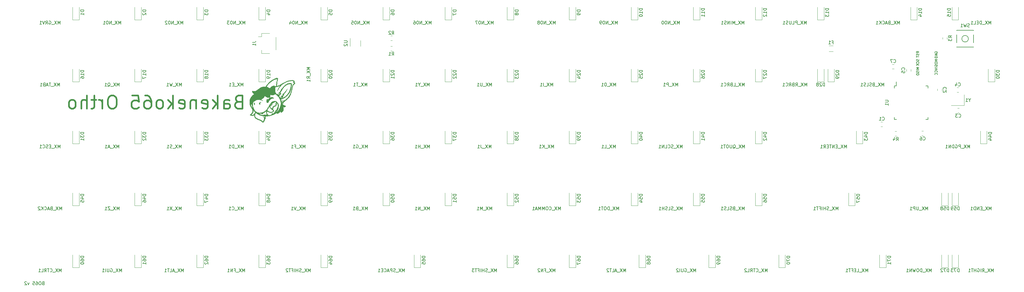
<source format=gbo>
G04 #@! TF.GenerationSoftware,KiCad,Pcbnew,(5.1.4)-1*
G04 #@! TF.CreationDate,2022-05-27T22:51:18-07:00*
G04 #@! TF.ProjectId,bakeneko65ortho,62616b65-6e65-46b6-9f36-356f7274686f,rev?*
G04 #@! TF.SameCoordinates,Original*
G04 #@! TF.FileFunction,Legend,Bot*
G04 #@! TF.FilePolarity,Positive*
%FSLAX46Y46*%
G04 Gerber Fmt 4.6, Leading zero omitted, Abs format (unit mm)*
G04 Created by KiCad (PCBNEW (5.1.4)-1) date 2022-05-27 22:51:18*
%MOMM*%
%LPD*%
G04 APERTURE LIST*
%ADD10C,0.150000*%
%ADD11C,0.500000*%
%ADD12C,0.010000*%
%ADD13C,0.120000*%
%ADD14C,2.352000*%
%ADD15C,4.089800*%
%ADD16C,1.852000*%
%ADD17C,3.150000*%
%ADD18R,1.802000X1.802000*%
%ADD19O,1.802000X1.802000*%
%ADD20C,0.100000*%
%ADD21C,1.077000*%
%ADD22R,0.752000X1.162000*%
%ADD23C,1.302000*%
%ADD24C,0.702000*%
%ADD25R,1.902000X1.202000*%
%ADD26R,1.502000X1.302000*%
%ADD27R,1.602000X0.652000*%
%ADD28R,0.652000X1.602000*%
%ADD29C,1.352000*%
%ADD30R,1.302000X1.002000*%
G04 APERTURE END LIST*
D10*
X1849107Y-106291071D02*
X1706250Y-106338690D01*
X1658630Y-106386309D01*
X1611011Y-106481547D01*
X1611011Y-106624404D01*
X1658630Y-106719642D01*
X1706250Y-106767261D01*
X1801488Y-106814880D01*
X2182440Y-106814880D01*
X2182440Y-105814880D01*
X1849107Y-105814880D01*
X1753869Y-105862500D01*
X1706250Y-105910119D01*
X1658630Y-106005357D01*
X1658630Y-106100595D01*
X1706250Y-106195833D01*
X1753869Y-106243452D01*
X1849107Y-106291071D01*
X2182440Y-106291071D01*
X991964Y-105814880D02*
X801488Y-105814880D01*
X706250Y-105862500D01*
X611011Y-105957738D01*
X563392Y-106148214D01*
X563392Y-106481547D01*
X611011Y-106672023D01*
X706250Y-106767261D01*
X801488Y-106814880D01*
X991964Y-106814880D01*
X1087202Y-106767261D01*
X1182440Y-106672023D01*
X1230059Y-106481547D01*
X1230059Y-106148214D01*
X1182440Y-105957738D01*
X1087202Y-105862500D01*
X991964Y-105814880D01*
X-293749Y-105814880D02*
X-103273Y-105814880D01*
X-8035Y-105862500D01*
X39583Y-105910119D01*
X134821Y-106052976D01*
X182440Y-106243452D01*
X182440Y-106624404D01*
X134821Y-106719642D01*
X87202Y-106767261D01*
X-8035Y-106814880D01*
X-198511Y-106814880D01*
X-293749Y-106767261D01*
X-341369Y-106719642D01*
X-388988Y-106624404D01*
X-388988Y-106386309D01*
X-341369Y-106291071D01*
X-293749Y-106243452D01*
X-198511Y-106195833D01*
X-8035Y-106195833D01*
X87202Y-106243452D01*
X134821Y-106291071D01*
X182440Y-106386309D01*
X-1293749Y-105814880D02*
X-817559Y-105814880D01*
X-769940Y-106291071D01*
X-817559Y-106243452D01*
X-912797Y-106195833D01*
X-1150892Y-106195833D01*
X-1246130Y-106243452D01*
X-1293749Y-106291071D01*
X-1341369Y-106386309D01*
X-1341369Y-106624404D01*
X-1293749Y-106719642D01*
X-1246130Y-106767261D01*
X-1150892Y-106814880D01*
X-912797Y-106814880D01*
X-817559Y-106767261D01*
X-769940Y-106719642D01*
X-2436607Y-106148214D02*
X-2674702Y-106814880D01*
X-2912797Y-106148214D01*
X-3246130Y-105910119D02*
X-3293750Y-105862500D01*
X-3388988Y-105814880D01*
X-3627083Y-105814880D01*
X-3722321Y-105862500D01*
X-3769940Y-105910119D01*
X-3817559Y-106005357D01*
X-3817559Y-106100595D01*
X-3769940Y-106243452D01*
X-3198511Y-106814880D01*
X-3817559Y-106814880D01*
D11*
X61750595Y-50514285D02*
X61179166Y-50704761D01*
X60988690Y-50895238D01*
X60798214Y-51276190D01*
X60798214Y-51847619D01*
X60988690Y-52228571D01*
X61179166Y-52419047D01*
X61560119Y-52609523D01*
X63083928Y-52609523D01*
X63083928Y-48609523D01*
X61750595Y-48609523D01*
X61369642Y-48800000D01*
X61179166Y-48990476D01*
X60988690Y-49371428D01*
X60988690Y-49752380D01*
X61179166Y-50133333D01*
X61369642Y-50323809D01*
X61750595Y-50514285D01*
X63083928Y-50514285D01*
X57369642Y-52609523D02*
X57369642Y-50514285D01*
X57560119Y-50133333D01*
X57941071Y-49942857D01*
X58702976Y-49942857D01*
X59083928Y-50133333D01*
X57369642Y-52419047D02*
X57750595Y-52609523D01*
X58702976Y-52609523D01*
X59083928Y-52419047D01*
X59274404Y-52038095D01*
X59274404Y-51657142D01*
X59083928Y-51276190D01*
X58702976Y-51085714D01*
X57750595Y-51085714D01*
X57369642Y-50895238D01*
X55464880Y-52609523D02*
X55464880Y-48609523D01*
X55083928Y-51085714D02*
X53941071Y-52609523D01*
X53941071Y-49942857D02*
X55464880Y-51466666D01*
X50702976Y-52419047D02*
X51083928Y-52609523D01*
X51845833Y-52609523D01*
X52226785Y-52419047D01*
X52417261Y-52038095D01*
X52417261Y-50514285D01*
X52226785Y-50133333D01*
X51845833Y-49942857D01*
X51083928Y-49942857D01*
X50702976Y-50133333D01*
X50512500Y-50514285D01*
X50512500Y-50895238D01*
X52417261Y-51276190D01*
X48798214Y-49942857D02*
X48798214Y-52609523D01*
X48798214Y-50323809D02*
X48607738Y-50133333D01*
X48226785Y-49942857D01*
X47655357Y-49942857D01*
X47274404Y-50133333D01*
X47083928Y-50514285D01*
X47083928Y-52609523D01*
X43655357Y-52419047D02*
X44036309Y-52609523D01*
X44798214Y-52609523D01*
X45179166Y-52419047D01*
X45369642Y-52038095D01*
X45369642Y-50514285D01*
X45179166Y-50133333D01*
X44798214Y-49942857D01*
X44036309Y-49942857D01*
X43655357Y-50133333D01*
X43464880Y-50514285D01*
X43464880Y-50895238D01*
X45369642Y-51276190D01*
X41750595Y-52609523D02*
X41750595Y-48609523D01*
X41369642Y-51085714D02*
X40226785Y-52609523D01*
X40226785Y-49942857D02*
X41750595Y-51466666D01*
X37941071Y-52609523D02*
X38322023Y-52419047D01*
X38512500Y-52228571D01*
X38702976Y-51847619D01*
X38702976Y-50704761D01*
X38512500Y-50323809D01*
X38322023Y-50133333D01*
X37941071Y-49942857D01*
X37369642Y-49942857D01*
X36988690Y-50133333D01*
X36798214Y-50323809D01*
X36607738Y-50704761D01*
X36607738Y-51847619D01*
X36798214Y-52228571D01*
X36988690Y-52419047D01*
X37369642Y-52609523D01*
X37941071Y-52609523D01*
X33179166Y-48609523D02*
X33941071Y-48609523D01*
X34322023Y-48800000D01*
X34512500Y-48990476D01*
X34893452Y-49561904D01*
X35083928Y-50323809D01*
X35083928Y-51847619D01*
X34893452Y-52228571D01*
X34702976Y-52419047D01*
X34322023Y-52609523D01*
X33560119Y-52609523D01*
X33179166Y-52419047D01*
X32988690Y-52228571D01*
X32798214Y-51847619D01*
X32798214Y-50895238D01*
X32988690Y-50514285D01*
X33179166Y-50323809D01*
X33560119Y-50133333D01*
X34322023Y-50133333D01*
X34702976Y-50323809D01*
X34893452Y-50514285D01*
X35083928Y-50895238D01*
X29179166Y-48609523D02*
X31083928Y-48609523D01*
X31274404Y-50514285D01*
X31083928Y-50323809D01*
X30702976Y-50133333D01*
X29750595Y-50133333D01*
X29369642Y-50323809D01*
X29179166Y-50514285D01*
X28988690Y-50895238D01*
X28988690Y-51847619D01*
X29179166Y-52228571D01*
X29369642Y-52419047D01*
X29750595Y-52609523D01*
X30702976Y-52609523D01*
X31083928Y-52419047D01*
X31274404Y-52228571D01*
X23464880Y-48609523D02*
X22702976Y-48609523D01*
X22322023Y-48800000D01*
X21941071Y-49180952D01*
X21750595Y-49942857D01*
X21750595Y-51276190D01*
X21941071Y-52038095D01*
X22322023Y-52419047D01*
X22702976Y-52609523D01*
X23464880Y-52609523D01*
X23845833Y-52419047D01*
X24226785Y-52038095D01*
X24417261Y-51276190D01*
X24417261Y-49942857D01*
X24226785Y-49180952D01*
X23845833Y-48800000D01*
X23464880Y-48609523D01*
X20036309Y-52609523D02*
X20036309Y-49942857D01*
X20036309Y-50704761D02*
X19845833Y-50323809D01*
X19655357Y-50133333D01*
X19274404Y-49942857D01*
X18893452Y-49942857D01*
X18131547Y-49942857D02*
X16607738Y-49942857D01*
X17560119Y-48609523D02*
X17560119Y-52038095D01*
X17369642Y-52419047D01*
X16988690Y-52609523D01*
X16607738Y-52609523D01*
X15274404Y-52609523D02*
X15274404Y-48609523D01*
X13560119Y-52609523D02*
X13560119Y-50514285D01*
X13750595Y-50133333D01*
X14131547Y-49942857D01*
X14702976Y-49942857D01*
X15083928Y-50133333D01*
X15274404Y-50323809D01*
X11083928Y-52609523D02*
X11464880Y-52419047D01*
X11655357Y-52228571D01*
X11845833Y-51847619D01*
X11845833Y-50704761D01*
X11655357Y-50323809D01*
X11464880Y-50133333D01*
X11083928Y-49942857D01*
X10512500Y-49942857D01*
X10131547Y-50133333D01*
X9941071Y-50323809D01*
X9750595Y-50704761D01*
X9750595Y-51847619D01*
X9941071Y-52228571D01*
X10131547Y-52419047D01*
X10512500Y-52609523D01*
X11083928Y-52609523D01*
D10*
X293528273Y-102846130D02*
X293528273Y-101846130D01*
X293194940Y-102560416D01*
X292861607Y-101846130D01*
X292861607Y-102846130D01*
X292480654Y-101846130D02*
X291813988Y-102846130D01*
X291813988Y-101846130D02*
X292480654Y-102846130D01*
X291671130Y-102941369D02*
X290909226Y-102941369D01*
X290099702Y-102846130D02*
X290433035Y-102369940D01*
X290671130Y-102846130D02*
X290671130Y-101846130D01*
X290290178Y-101846130D01*
X290194940Y-101893750D01*
X290147321Y-101941369D01*
X290099702Y-102036607D01*
X290099702Y-102179464D01*
X290147321Y-102274702D01*
X290194940Y-102322321D01*
X290290178Y-102369940D01*
X290671130Y-102369940D01*
X289671130Y-102846130D02*
X289671130Y-101846130D01*
X288671130Y-101893750D02*
X288766369Y-101846130D01*
X288909226Y-101846130D01*
X289052083Y-101893750D01*
X289147321Y-101988988D01*
X289194940Y-102084226D01*
X289242559Y-102274702D01*
X289242559Y-102417559D01*
X289194940Y-102608035D01*
X289147321Y-102703273D01*
X289052083Y-102798511D01*
X288909226Y-102846130D01*
X288813988Y-102846130D01*
X288671130Y-102798511D01*
X288623511Y-102750892D01*
X288623511Y-102417559D01*
X288813988Y-102417559D01*
X288194940Y-102846130D02*
X288194940Y-101846130D01*
X288194940Y-102322321D02*
X287623511Y-102322321D01*
X287623511Y-102846130D02*
X287623511Y-101846130D01*
X287290178Y-101846130D02*
X286718750Y-101846130D01*
X287004464Y-102846130D02*
X287004464Y-101846130D01*
X285861607Y-102846130D02*
X286433035Y-102846130D01*
X286147321Y-102846130D02*
X286147321Y-101846130D01*
X286242559Y-101988988D01*
X286337797Y-102084226D01*
X286433035Y-102131845D01*
X274454464Y-102846130D02*
X274454464Y-101846130D01*
X274121130Y-102560416D01*
X273787797Y-101846130D01*
X273787797Y-102846130D01*
X273406845Y-101846130D02*
X272740178Y-102846130D01*
X272740178Y-101846130D02*
X273406845Y-102846130D01*
X272597321Y-102941369D02*
X271835416Y-102941369D01*
X271597321Y-102846130D02*
X271597321Y-101846130D01*
X271359226Y-101846130D01*
X271216369Y-101893750D01*
X271121130Y-101988988D01*
X271073511Y-102084226D01*
X271025892Y-102274702D01*
X271025892Y-102417559D01*
X271073511Y-102608035D01*
X271121130Y-102703273D01*
X271216369Y-102798511D01*
X271359226Y-102846130D01*
X271597321Y-102846130D01*
X270406845Y-101846130D02*
X270216369Y-101846130D01*
X270121130Y-101893750D01*
X270025892Y-101988988D01*
X269978273Y-102179464D01*
X269978273Y-102512797D01*
X270025892Y-102703273D01*
X270121130Y-102798511D01*
X270216369Y-102846130D01*
X270406845Y-102846130D01*
X270502083Y-102798511D01*
X270597321Y-102703273D01*
X270644940Y-102512797D01*
X270644940Y-102179464D01*
X270597321Y-101988988D01*
X270502083Y-101893750D01*
X270406845Y-101846130D01*
X269644940Y-101846130D02*
X269406845Y-102846130D01*
X269216369Y-102131845D01*
X269025892Y-102846130D01*
X268787797Y-101846130D01*
X268406845Y-102846130D02*
X268406845Y-101846130D01*
X267835416Y-102846130D01*
X267835416Y-101846130D01*
X266835416Y-102846130D02*
X267406845Y-102846130D01*
X267121130Y-102846130D02*
X267121130Y-101846130D01*
X267216369Y-101988988D01*
X267311607Y-102084226D01*
X267406845Y-102131845D01*
X254952083Y-102846130D02*
X254952083Y-101846130D01*
X254618750Y-102560416D01*
X254285416Y-101846130D01*
X254285416Y-102846130D01*
X253904464Y-101846130D02*
X253237797Y-102846130D01*
X253237797Y-101846130D02*
X253904464Y-102846130D01*
X253094940Y-102941369D02*
X252333035Y-102941369D01*
X251618750Y-102846130D02*
X252094940Y-102846130D01*
X252094940Y-101846130D01*
X251285416Y-102322321D02*
X250952083Y-102322321D01*
X250809226Y-102846130D02*
X251285416Y-102846130D01*
X251285416Y-101846130D01*
X250809226Y-101846130D01*
X250047321Y-102322321D02*
X250380654Y-102322321D01*
X250380654Y-102846130D02*
X250380654Y-101846130D01*
X249904464Y-101846130D01*
X249666369Y-101846130D02*
X249094940Y-101846130D01*
X249380654Y-102846130D02*
X249380654Y-101846130D01*
X248237797Y-102846130D02*
X248809226Y-102846130D01*
X248523511Y-102846130D02*
X248523511Y-101846130D01*
X248618750Y-101988988D01*
X248713988Y-102084226D01*
X248809226Y-102131845D01*
X224114880Y-102846130D02*
X224114880Y-101846130D01*
X223781547Y-102560416D01*
X223448214Y-101846130D01*
X223448214Y-102846130D01*
X223067261Y-101846130D02*
X222400595Y-102846130D01*
X222400595Y-101846130D02*
X223067261Y-102846130D01*
X222257738Y-102941369D02*
X221495833Y-102941369D01*
X220686309Y-102750892D02*
X220733928Y-102798511D01*
X220876785Y-102846130D01*
X220972023Y-102846130D01*
X221114880Y-102798511D01*
X221210119Y-102703273D01*
X221257738Y-102608035D01*
X221305357Y-102417559D01*
X221305357Y-102274702D01*
X221257738Y-102084226D01*
X221210119Y-101988988D01*
X221114880Y-101893750D01*
X220972023Y-101846130D01*
X220876785Y-101846130D01*
X220733928Y-101893750D01*
X220686309Y-101941369D01*
X220400595Y-101846130D02*
X219829166Y-101846130D01*
X220114880Y-102846130D02*
X220114880Y-101846130D01*
X218924404Y-102846130D02*
X219257738Y-102369940D01*
X219495833Y-102846130D02*
X219495833Y-101846130D01*
X219114880Y-101846130D01*
X219019642Y-101893750D01*
X218972023Y-101941369D01*
X218924404Y-102036607D01*
X218924404Y-102179464D01*
X218972023Y-102274702D01*
X219019642Y-102322321D01*
X219114880Y-102369940D01*
X219495833Y-102369940D01*
X218019642Y-102846130D02*
X218495833Y-102846130D01*
X218495833Y-101846130D01*
X217733928Y-101941369D02*
X217686309Y-101893750D01*
X217591071Y-101846130D01*
X217352976Y-101846130D01*
X217257738Y-101893750D01*
X217210119Y-101941369D01*
X217162500Y-102036607D01*
X217162500Y-102131845D01*
X217210119Y-102274702D01*
X217781547Y-102846130D01*
X217162500Y-102846130D01*
X202159821Y-102846130D02*
X202159821Y-101846130D01*
X201826488Y-102560416D01*
X201493154Y-101846130D01*
X201493154Y-102846130D01*
X201112202Y-101846130D02*
X200445535Y-102846130D01*
X200445535Y-101846130D02*
X201112202Y-102846130D01*
X200302678Y-102941369D02*
X199540773Y-102941369D01*
X198778869Y-101893750D02*
X198874107Y-101846130D01*
X199016964Y-101846130D01*
X199159821Y-101893750D01*
X199255059Y-101988988D01*
X199302678Y-102084226D01*
X199350297Y-102274702D01*
X199350297Y-102417559D01*
X199302678Y-102608035D01*
X199255059Y-102703273D01*
X199159821Y-102798511D01*
X199016964Y-102846130D01*
X198921726Y-102846130D01*
X198778869Y-102798511D01*
X198731250Y-102750892D01*
X198731250Y-102417559D01*
X198921726Y-102417559D01*
X198302678Y-101846130D02*
X198302678Y-102655654D01*
X198255059Y-102750892D01*
X198207440Y-102798511D01*
X198112202Y-102846130D01*
X197921726Y-102846130D01*
X197826488Y-102798511D01*
X197778869Y-102750892D01*
X197731250Y-102655654D01*
X197731250Y-101846130D01*
X197255059Y-102846130D02*
X197255059Y-101846130D01*
X196826488Y-101941369D02*
X196778869Y-101893750D01*
X196683630Y-101846130D01*
X196445535Y-101846130D01*
X196350297Y-101893750D01*
X196302678Y-101941369D01*
X196255059Y-102036607D01*
X196255059Y-102131845D01*
X196302678Y-102274702D01*
X196874107Y-102846130D01*
X196255059Y-102846130D01*
X180680952Y-102846130D02*
X180680952Y-101846130D01*
X180347619Y-102560416D01*
X180014285Y-101846130D01*
X180014285Y-102846130D01*
X179633333Y-101846130D02*
X178966666Y-102846130D01*
X178966666Y-101846130D02*
X179633333Y-102846130D01*
X178823809Y-102941369D02*
X178061904Y-102941369D01*
X177871428Y-102560416D02*
X177395238Y-102560416D01*
X177966666Y-102846130D02*
X177633333Y-101846130D01*
X177300000Y-102846130D01*
X176490476Y-102846130D02*
X176966666Y-102846130D01*
X176966666Y-101846130D01*
X176300000Y-101846130D02*
X175728571Y-101846130D01*
X176014285Y-102846130D02*
X176014285Y-101846130D01*
X175442857Y-101941369D02*
X175395238Y-101893750D01*
X175300000Y-101846130D01*
X175061904Y-101846130D01*
X174966666Y-101893750D01*
X174919047Y-101941369D01*
X174871428Y-102036607D01*
X174871428Y-102131845D01*
X174919047Y-102274702D01*
X175490476Y-102846130D01*
X174871428Y-102846130D01*
X158987797Y-102846130D02*
X158987797Y-101846130D01*
X158654464Y-102560416D01*
X158321130Y-101846130D01*
X158321130Y-102846130D01*
X157940178Y-101846130D02*
X157273511Y-102846130D01*
X157273511Y-101846130D02*
X157940178Y-102846130D01*
X157130654Y-102941369D02*
X156368750Y-102941369D01*
X155797321Y-102322321D02*
X156130654Y-102322321D01*
X156130654Y-102846130D02*
X156130654Y-101846130D01*
X155654464Y-101846130D01*
X155273511Y-102846130D02*
X155273511Y-101846130D01*
X154702083Y-102846130D01*
X154702083Y-101846130D01*
X154273511Y-101941369D02*
X154225892Y-101893750D01*
X154130654Y-101846130D01*
X153892559Y-101846130D01*
X153797321Y-101893750D01*
X153749702Y-101941369D01*
X153702083Y-102036607D01*
X153702083Y-102131845D01*
X153749702Y-102274702D01*
X154321130Y-102846130D01*
X153702083Y-102846130D01*
X141033035Y-102846130D02*
X141033035Y-101846130D01*
X140699702Y-102560416D01*
X140366369Y-101846130D01*
X140366369Y-102846130D01*
X139985416Y-101846130D02*
X139318750Y-102846130D01*
X139318750Y-101846130D02*
X139985416Y-102846130D01*
X139175892Y-102941369D02*
X138413988Y-102941369D01*
X138223511Y-102798511D02*
X138080654Y-102846130D01*
X137842559Y-102846130D01*
X137747321Y-102798511D01*
X137699702Y-102750892D01*
X137652083Y-102655654D01*
X137652083Y-102560416D01*
X137699702Y-102465178D01*
X137747321Y-102417559D01*
X137842559Y-102369940D01*
X138033035Y-102322321D01*
X138128273Y-102274702D01*
X138175892Y-102227083D01*
X138223511Y-102131845D01*
X138223511Y-102036607D01*
X138175892Y-101941369D01*
X138128273Y-101893750D01*
X138033035Y-101846130D01*
X137794940Y-101846130D01*
X137652083Y-101893750D01*
X137223511Y-102846130D02*
X137223511Y-101846130D01*
X137223511Y-102322321D02*
X136652083Y-102322321D01*
X136652083Y-102846130D02*
X136652083Y-101846130D01*
X136175892Y-102846130D02*
X136175892Y-101846130D01*
X135366369Y-102322321D02*
X135699702Y-102322321D01*
X135699702Y-102846130D02*
X135699702Y-101846130D01*
X135223511Y-101846130D01*
X134985416Y-101846130D02*
X134413988Y-101846130D01*
X134699702Y-102846130D02*
X134699702Y-101846130D01*
X134175892Y-101846130D02*
X133556845Y-101846130D01*
X133890178Y-102227083D01*
X133747321Y-102227083D01*
X133652083Y-102274702D01*
X133604464Y-102322321D01*
X133556845Y-102417559D01*
X133556845Y-102655654D01*
X133604464Y-102750892D01*
X133652083Y-102798511D01*
X133747321Y-102846130D01*
X134033035Y-102846130D01*
X134128273Y-102798511D01*
X134175892Y-102750892D01*
X112767559Y-102846130D02*
X112767559Y-101846130D01*
X112434226Y-102560416D01*
X112100892Y-101846130D01*
X112100892Y-102846130D01*
X111719940Y-101846130D02*
X111053273Y-102846130D01*
X111053273Y-101846130D02*
X111719940Y-102846130D01*
X110910416Y-102941369D02*
X110148511Y-102941369D01*
X109958035Y-102798511D02*
X109815178Y-102846130D01*
X109577083Y-102846130D01*
X109481845Y-102798511D01*
X109434226Y-102750892D01*
X109386607Y-102655654D01*
X109386607Y-102560416D01*
X109434226Y-102465178D01*
X109481845Y-102417559D01*
X109577083Y-102369940D01*
X109767559Y-102322321D01*
X109862797Y-102274702D01*
X109910416Y-102227083D01*
X109958035Y-102131845D01*
X109958035Y-102036607D01*
X109910416Y-101941369D01*
X109862797Y-101893750D01*
X109767559Y-101846130D01*
X109529464Y-101846130D01*
X109386607Y-101893750D01*
X108958035Y-102846130D02*
X108958035Y-101846130D01*
X108577083Y-101846130D01*
X108481845Y-101893750D01*
X108434226Y-101941369D01*
X108386607Y-102036607D01*
X108386607Y-102179464D01*
X108434226Y-102274702D01*
X108481845Y-102322321D01*
X108577083Y-102369940D01*
X108958035Y-102369940D01*
X108005654Y-102560416D02*
X107529464Y-102560416D01*
X108100892Y-102846130D02*
X107767559Y-101846130D01*
X107434226Y-102846130D01*
X106529464Y-102750892D02*
X106577083Y-102798511D01*
X106719940Y-102846130D01*
X106815178Y-102846130D01*
X106958035Y-102798511D01*
X107053273Y-102703273D01*
X107100892Y-102608035D01*
X107148511Y-102417559D01*
X107148511Y-102274702D01*
X107100892Y-102084226D01*
X107053273Y-101988988D01*
X106958035Y-101893750D01*
X106815178Y-101846130D01*
X106719940Y-101846130D01*
X106577083Y-101893750D01*
X106529464Y-101941369D01*
X106100892Y-102322321D02*
X105767559Y-102322321D01*
X105624702Y-102846130D02*
X106100892Y-102846130D01*
X106100892Y-101846130D01*
X105624702Y-101846130D01*
X104672321Y-102846130D02*
X105243750Y-102846130D01*
X104958035Y-102846130D02*
X104958035Y-101846130D01*
X105053273Y-101988988D01*
X105148511Y-102084226D01*
X105243750Y-102131845D01*
X83883035Y-102846130D02*
X83883035Y-101846130D01*
X83549702Y-102560416D01*
X83216369Y-101846130D01*
X83216369Y-102846130D01*
X82835416Y-101846130D02*
X82168750Y-102846130D01*
X82168750Y-101846130D02*
X82835416Y-102846130D01*
X82025892Y-102941369D02*
X81263988Y-102941369D01*
X81073511Y-102798511D02*
X80930654Y-102846130D01*
X80692559Y-102846130D01*
X80597321Y-102798511D01*
X80549702Y-102750892D01*
X80502083Y-102655654D01*
X80502083Y-102560416D01*
X80549702Y-102465178D01*
X80597321Y-102417559D01*
X80692559Y-102369940D01*
X80883035Y-102322321D01*
X80978273Y-102274702D01*
X81025892Y-102227083D01*
X81073511Y-102131845D01*
X81073511Y-102036607D01*
X81025892Y-101941369D01*
X80978273Y-101893750D01*
X80883035Y-101846130D01*
X80644940Y-101846130D01*
X80502083Y-101893750D01*
X80073511Y-102846130D02*
X80073511Y-101846130D01*
X80073511Y-102322321D02*
X79502083Y-102322321D01*
X79502083Y-102846130D02*
X79502083Y-101846130D01*
X79025892Y-102846130D02*
X79025892Y-101846130D01*
X78216369Y-102322321D02*
X78549702Y-102322321D01*
X78549702Y-102846130D02*
X78549702Y-101846130D01*
X78073511Y-101846130D01*
X77835416Y-101846130D02*
X77263988Y-101846130D01*
X77549702Y-102846130D02*
X77549702Y-101846130D01*
X76978273Y-101941369D02*
X76930654Y-101893750D01*
X76835416Y-101846130D01*
X76597321Y-101846130D01*
X76502083Y-101893750D01*
X76454464Y-101941369D01*
X76406845Y-102036607D01*
X76406845Y-102131845D01*
X76454464Y-102274702D01*
X77025892Y-102846130D01*
X76406845Y-102846130D01*
X63737797Y-102846130D02*
X63737797Y-101846130D01*
X63404464Y-102560416D01*
X63071130Y-101846130D01*
X63071130Y-102846130D01*
X62690178Y-101846130D02*
X62023511Y-102846130D01*
X62023511Y-101846130D02*
X62690178Y-102846130D01*
X61880654Y-102941369D02*
X61118750Y-102941369D01*
X60547321Y-102322321D02*
X60880654Y-102322321D01*
X60880654Y-102846130D02*
X60880654Y-101846130D01*
X60404464Y-101846130D01*
X60023511Y-102846130D02*
X60023511Y-101846130D01*
X59452083Y-102846130D01*
X59452083Y-101846130D01*
X58452083Y-102846130D02*
X59023511Y-102846130D01*
X58737797Y-102846130D02*
X58737797Y-101846130D01*
X58833035Y-101988988D01*
X58928273Y-102084226D01*
X59023511Y-102131845D01*
X44949702Y-102846130D02*
X44949702Y-101846130D01*
X44616369Y-102560416D01*
X44283035Y-101846130D01*
X44283035Y-102846130D01*
X43902083Y-101846130D02*
X43235416Y-102846130D01*
X43235416Y-101846130D02*
X43902083Y-102846130D01*
X43092559Y-102941369D02*
X42330654Y-102941369D01*
X42140178Y-102560416D02*
X41663988Y-102560416D01*
X42235416Y-102846130D02*
X41902083Y-101846130D01*
X41568750Y-102846130D01*
X40759226Y-102846130D02*
X41235416Y-102846130D01*
X41235416Y-101846130D01*
X40568750Y-101846130D02*
X39997321Y-101846130D01*
X40283035Y-102846130D02*
X40283035Y-101846130D01*
X39140178Y-102846130D02*
X39711607Y-102846130D01*
X39425892Y-102846130D02*
X39425892Y-101846130D01*
X39521130Y-101988988D01*
X39616369Y-102084226D01*
X39711607Y-102131845D01*
X25947321Y-102846130D02*
X25947321Y-101846130D01*
X25613988Y-102560416D01*
X25280654Y-101846130D01*
X25280654Y-102846130D01*
X24899702Y-101846130D02*
X24233035Y-102846130D01*
X24233035Y-101846130D02*
X24899702Y-102846130D01*
X24090178Y-102941369D02*
X23328273Y-102941369D01*
X22566369Y-101893750D02*
X22661607Y-101846130D01*
X22804464Y-101846130D01*
X22947321Y-101893750D01*
X23042559Y-101988988D01*
X23090178Y-102084226D01*
X23137797Y-102274702D01*
X23137797Y-102417559D01*
X23090178Y-102608035D01*
X23042559Y-102703273D01*
X22947321Y-102798511D01*
X22804464Y-102846130D01*
X22709226Y-102846130D01*
X22566369Y-102798511D01*
X22518750Y-102750892D01*
X22518750Y-102417559D01*
X22709226Y-102417559D01*
X22090178Y-101846130D02*
X22090178Y-102655654D01*
X22042559Y-102750892D01*
X21994940Y-102798511D01*
X21899702Y-102846130D01*
X21709226Y-102846130D01*
X21613988Y-102798511D01*
X21566369Y-102750892D01*
X21518750Y-102655654D01*
X21518750Y-101846130D01*
X21042559Y-102846130D02*
X21042559Y-101846130D01*
X20042559Y-102846130D02*
X20613988Y-102846130D01*
X20328273Y-102846130D02*
X20328273Y-101846130D01*
X20423511Y-101988988D01*
X20518750Y-102084226D01*
X20613988Y-102131845D01*
X7421130Y-102846130D02*
X7421130Y-101846130D01*
X7087797Y-102560416D01*
X6754464Y-101846130D01*
X6754464Y-102846130D01*
X6373511Y-101846130D02*
X5706845Y-102846130D01*
X5706845Y-101846130D02*
X6373511Y-102846130D01*
X5563988Y-102941369D02*
X4802083Y-102941369D01*
X3992559Y-102750892D02*
X4040178Y-102798511D01*
X4183035Y-102846130D01*
X4278273Y-102846130D01*
X4421130Y-102798511D01*
X4516369Y-102703273D01*
X4563988Y-102608035D01*
X4611607Y-102417559D01*
X4611607Y-102274702D01*
X4563988Y-102084226D01*
X4516369Y-101988988D01*
X4421130Y-101893750D01*
X4278273Y-101846130D01*
X4183035Y-101846130D01*
X4040178Y-101893750D01*
X3992559Y-101941369D01*
X3706845Y-101846130D02*
X3135416Y-101846130D01*
X3421130Y-102846130D02*
X3421130Y-101846130D01*
X2230654Y-102846130D02*
X2563988Y-102369940D01*
X2802083Y-102846130D02*
X2802083Y-101846130D01*
X2421130Y-101846130D01*
X2325892Y-101893750D01*
X2278273Y-101941369D01*
X2230654Y-102036607D01*
X2230654Y-102179464D01*
X2278273Y-102274702D01*
X2325892Y-102322321D01*
X2421130Y-102369940D01*
X2802083Y-102369940D01*
X1325892Y-102846130D02*
X1802083Y-102846130D01*
X1802083Y-101846130D01*
X468749Y-102846130D02*
X1040178Y-102846130D01*
X754464Y-102846130D02*
X754464Y-101846130D01*
X849702Y-101988988D01*
X944940Y-102084226D01*
X1040178Y-102131845D01*
X292861607Y-83796130D02*
X292861607Y-82796130D01*
X292528273Y-83510416D01*
X292194940Y-82796130D01*
X292194940Y-83796130D01*
X291813988Y-82796130D02*
X291147321Y-83796130D01*
X291147321Y-82796130D02*
X291813988Y-83796130D01*
X291004464Y-83891369D02*
X290242559Y-83891369D01*
X290004464Y-83272321D02*
X289671130Y-83272321D01*
X289528273Y-83796130D02*
X290004464Y-83796130D01*
X290004464Y-82796130D01*
X289528273Y-82796130D01*
X289099702Y-83796130D02*
X289099702Y-82796130D01*
X288528273Y-83796130D01*
X288528273Y-82796130D01*
X288052083Y-83796130D02*
X288052083Y-82796130D01*
X287813988Y-82796130D01*
X287671130Y-82843750D01*
X287575892Y-82938988D01*
X287528273Y-83034226D01*
X287480654Y-83224702D01*
X287480654Y-83367559D01*
X287528273Y-83558035D01*
X287575892Y-83653273D01*
X287671130Y-83748511D01*
X287813988Y-83796130D01*
X288052083Y-83796130D01*
X286528273Y-83796130D02*
X287099702Y-83796130D01*
X286813988Y-83796130D02*
X286813988Y-82796130D01*
X286909226Y-82938988D01*
X287004464Y-83034226D01*
X287099702Y-83081845D01*
X273359226Y-83796130D02*
X273359226Y-82796130D01*
X273025892Y-83510416D01*
X272692559Y-82796130D01*
X272692559Y-83796130D01*
X272311607Y-82796130D02*
X271644940Y-83796130D01*
X271644940Y-82796130D02*
X272311607Y-83796130D01*
X271502083Y-83891369D02*
X270740178Y-83891369D01*
X270502083Y-82796130D02*
X270502083Y-83605654D01*
X270454464Y-83700892D01*
X270406845Y-83748511D01*
X270311607Y-83796130D01*
X270121130Y-83796130D01*
X270025892Y-83748511D01*
X269978273Y-83700892D01*
X269930654Y-83605654D01*
X269930654Y-82796130D01*
X269454464Y-83796130D02*
X269454464Y-82796130D01*
X269073511Y-82796130D01*
X268978273Y-82843750D01*
X268930654Y-82891369D01*
X268883035Y-82986607D01*
X268883035Y-83129464D01*
X268930654Y-83224702D01*
X268978273Y-83272321D01*
X269073511Y-83319940D01*
X269454464Y-83319940D01*
X267930654Y-83796130D02*
X268502083Y-83796130D01*
X268216369Y-83796130D02*
X268216369Y-82796130D01*
X268311607Y-82938988D01*
X268406845Y-83034226D01*
X268502083Y-83081845D01*
X245808035Y-83796130D02*
X245808035Y-82796130D01*
X245474702Y-83510416D01*
X245141369Y-82796130D01*
X245141369Y-83796130D01*
X244760416Y-82796130D02*
X244093750Y-83796130D01*
X244093750Y-82796130D02*
X244760416Y-83796130D01*
X243950892Y-83891369D02*
X243188988Y-83891369D01*
X242998511Y-83748511D02*
X242855654Y-83796130D01*
X242617559Y-83796130D01*
X242522321Y-83748511D01*
X242474702Y-83700892D01*
X242427083Y-83605654D01*
X242427083Y-83510416D01*
X242474702Y-83415178D01*
X242522321Y-83367559D01*
X242617559Y-83319940D01*
X242808035Y-83272321D01*
X242903273Y-83224702D01*
X242950892Y-83177083D01*
X242998511Y-83081845D01*
X242998511Y-82986607D01*
X242950892Y-82891369D01*
X242903273Y-82843750D01*
X242808035Y-82796130D01*
X242569940Y-82796130D01*
X242427083Y-82843750D01*
X241998511Y-83796130D02*
X241998511Y-82796130D01*
X241998511Y-83272321D02*
X241427083Y-83272321D01*
X241427083Y-83796130D02*
X241427083Y-82796130D01*
X240950892Y-83796130D02*
X240950892Y-82796130D01*
X240141369Y-83272321D02*
X240474702Y-83272321D01*
X240474702Y-83796130D02*
X240474702Y-82796130D01*
X239998511Y-82796130D01*
X239760416Y-82796130D02*
X239188988Y-82796130D01*
X239474702Y-83796130D02*
X239474702Y-82796130D01*
X238331845Y-83796130D02*
X238903273Y-83796130D01*
X238617559Y-83796130D02*
X238617559Y-82796130D01*
X238712797Y-82938988D01*
X238808035Y-83034226D01*
X238903273Y-83081845D01*
X217042559Y-83796130D02*
X217042559Y-82796130D01*
X216709226Y-83510416D01*
X216375892Y-82796130D01*
X216375892Y-83796130D01*
X215994940Y-82796130D02*
X215328273Y-83796130D01*
X215328273Y-82796130D02*
X215994940Y-83796130D01*
X215185416Y-83891369D02*
X214423511Y-83891369D01*
X213852083Y-83272321D02*
X213709226Y-83319940D01*
X213661607Y-83367559D01*
X213613988Y-83462797D01*
X213613988Y-83605654D01*
X213661607Y-83700892D01*
X213709226Y-83748511D01*
X213804464Y-83796130D01*
X214185416Y-83796130D01*
X214185416Y-82796130D01*
X213852083Y-82796130D01*
X213756845Y-82843750D01*
X213709226Y-82891369D01*
X213661607Y-82986607D01*
X213661607Y-83081845D01*
X213709226Y-83177083D01*
X213756845Y-83224702D01*
X213852083Y-83272321D01*
X214185416Y-83272321D01*
X213233035Y-83748511D02*
X213090178Y-83796130D01*
X212852083Y-83796130D01*
X212756845Y-83748511D01*
X212709226Y-83700892D01*
X212661607Y-83605654D01*
X212661607Y-83510416D01*
X212709226Y-83415178D01*
X212756845Y-83367559D01*
X212852083Y-83319940D01*
X213042559Y-83272321D01*
X213137797Y-83224702D01*
X213185416Y-83177083D01*
X213233035Y-83081845D01*
X213233035Y-82986607D01*
X213185416Y-82891369D01*
X213137797Y-82843750D01*
X213042559Y-82796130D01*
X212804464Y-82796130D01*
X212661607Y-82843750D01*
X211756845Y-83796130D02*
X212233035Y-83796130D01*
X212233035Y-82796130D01*
X211471130Y-83748511D02*
X211328273Y-83796130D01*
X211090178Y-83796130D01*
X210994940Y-83748511D01*
X210947321Y-83700892D01*
X210899702Y-83605654D01*
X210899702Y-83510416D01*
X210947321Y-83415178D01*
X210994940Y-83367559D01*
X211090178Y-83319940D01*
X211280654Y-83272321D01*
X211375892Y-83224702D01*
X211423511Y-83177083D01*
X211471130Y-83081845D01*
X211471130Y-82986607D01*
X211423511Y-82891369D01*
X211375892Y-82843750D01*
X211280654Y-82796130D01*
X211042559Y-82796130D01*
X210899702Y-82843750D01*
X209947321Y-83796130D02*
X210518750Y-83796130D01*
X210233035Y-83796130D02*
X210233035Y-82796130D01*
X210328273Y-82938988D01*
X210423511Y-83034226D01*
X210518750Y-83081845D01*
X198016369Y-83796130D02*
X198016369Y-82796130D01*
X197683035Y-83510416D01*
X197349702Y-82796130D01*
X197349702Y-83796130D01*
X196968750Y-82796130D02*
X196302083Y-83796130D01*
X196302083Y-82796130D02*
X196968750Y-83796130D01*
X196159226Y-83891369D02*
X195397321Y-83891369D01*
X195206845Y-83748511D02*
X195063988Y-83796130D01*
X194825892Y-83796130D01*
X194730654Y-83748511D01*
X194683035Y-83700892D01*
X194635416Y-83605654D01*
X194635416Y-83510416D01*
X194683035Y-83415178D01*
X194730654Y-83367559D01*
X194825892Y-83319940D01*
X195016369Y-83272321D01*
X195111607Y-83224702D01*
X195159226Y-83177083D01*
X195206845Y-83081845D01*
X195206845Y-82986607D01*
X195159226Y-82891369D01*
X195111607Y-82843750D01*
X195016369Y-82796130D01*
X194778273Y-82796130D01*
X194635416Y-82843750D01*
X193730654Y-83796130D02*
X194206845Y-83796130D01*
X194206845Y-82796130D01*
X193444940Y-83748511D02*
X193302083Y-83796130D01*
X193063988Y-83796130D01*
X192968750Y-83748511D01*
X192921130Y-83700892D01*
X192873511Y-83605654D01*
X192873511Y-83510416D01*
X192921130Y-83415178D01*
X192968750Y-83367559D01*
X193063988Y-83319940D01*
X193254464Y-83272321D01*
X193349702Y-83224702D01*
X193397321Y-83177083D01*
X193444940Y-83081845D01*
X193444940Y-82986607D01*
X193397321Y-82891369D01*
X193349702Y-82843750D01*
X193254464Y-82796130D01*
X193016369Y-82796130D01*
X192873511Y-82843750D01*
X192444940Y-83796130D02*
X192444940Y-82796130D01*
X192444940Y-83272321D02*
X191873511Y-83272321D01*
X191873511Y-83796130D02*
X191873511Y-82796130D01*
X190873511Y-83796130D02*
X191444940Y-83796130D01*
X191159226Y-83796130D02*
X191159226Y-82796130D01*
X191254464Y-82938988D01*
X191349702Y-83034226D01*
X191444940Y-83081845D01*
X178490178Y-83796130D02*
X178490178Y-82796130D01*
X178156845Y-83510416D01*
X177823511Y-82796130D01*
X177823511Y-83796130D01*
X177442559Y-82796130D02*
X176775892Y-83796130D01*
X176775892Y-82796130D02*
X177442559Y-83796130D01*
X176633035Y-83891369D02*
X175871130Y-83891369D01*
X175633035Y-83796130D02*
X175633035Y-82796130D01*
X175394940Y-82796130D01*
X175252083Y-82843750D01*
X175156845Y-82938988D01*
X175109226Y-83034226D01*
X175061607Y-83224702D01*
X175061607Y-83367559D01*
X175109226Y-83558035D01*
X175156845Y-83653273D01*
X175252083Y-83748511D01*
X175394940Y-83796130D01*
X175633035Y-83796130D01*
X174442559Y-82796130D02*
X174252083Y-82796130D01*
X174156845Y-82843750D01*
X174061607Y-82938988D01*
X174013988Y-83129464D01*
X174013988Y-83462797D01*
X174061607Y-83653273D01*
X174156845Y-83748511D01*
X174252083Y-83796130D01*
X174442559Y-83796130D01*
X174537797Y-83748511D01*
X174633035Y-83653273D01*
X174680654Y-83462797D01*
X174680654Y-83129464D01*
X174633035Y-82938988D01*
X174537797Y-82843750D01*
X174442559Y-82796130D01*
X173728273Y-82796130D02*
X173156845Y-82796130D01*
X173442559Y-83796130D02*
X173442559Y-82796130D01*
X172299702Y-83796130D02*
X172871130Y-83796130D01*
X172585416Y-83796130D02*
X172585416Y-82796130D01*
X172680654Y-82938988D01*
X172775892Y-83034226D01*
X172871130Y-83081845D01*
X160630654Y-83796130D02*
X160630654Y-82796130D01*
X160297321Y-83510416D01*
X159963988Y-82796130D01*
X159963988Y-83796130D01*
X159583035Y-82796130D02*
X158916369Y-83796130D01*
X158916369Y-82796130D02*
X159583035Y-83796130D01*
X158773511Y-83891369D02*
X158011607Y-83891369D01*
X157202083Y-83700892D02*
X157249702Y-83748511D01*
X157392559Y-83796130D01*
X157487797Y-83796130D01*
X157630654Y-83748511D01*
X157725892Y-83653273D01*
X157773511Y-83558035D01*
X157821130Y-83367559D01*
X157821130Y-83224702D01*
X157773511Y-83034226D01*
X157725892Y-82938988D01*
X157630654Y-82843750D01*
X157487797Y-82796130D01*
X157392559Y-82796130D01*
X157249702Y-82843750D01*
X157202083Y-82891369D01*
X156583035Y-82796130D02*
X156392559Y-82796130D01*
X156297321Y-82843750D01*
X156202083Y-82938988D01*
X156154464Y-83129464D01*
X156154464Y-83462797D01*
X156202083Y-83653273D01*
X156297321Y-83748511D01*
X156392559Y-83796130D01*
X156583035Y-83796130D01*
X156678273Y-83748511D01*
X156773511Y-83653273D01*
X156821130Y-83462797D01*
X156821130Y-83129464D01*
X156773511Y-82938988D01*
X156678273Y-82843750D01*
X156583035Y-82796130D01*
X155725892Y-83796130D02*
X155725892Y-82796130D01*
X155392559Y-83510416D01*
X155059226Y-82796130D01*
X155059226Y-83796130D01*
X154583035Y-83796130D02*
X154583035Y-82796130D01*
X154249702Y-83510416D01*
X153916369Y-82796130D01*
X153916369Y-83796130D01*
X153487797Y-83510416D02*
X153011607Y-83510416D01*
X153583035Y-83796130D02*
X153249702Y-82796130D01*
X152916369Y-83796130D01*
X152059226Y-83796130D02*
X152630654Y-83796130D01*
X152344940Y-83796130D02*
X152344940Y-82796130D01*
X152440178Y-82938988D01*
X152535416Y-83034226D01*
X152630654Y-83081845D01*
X139556845Y-83796130D02*
X139556845Y-82796130D01*
X139223511Y-83510416D01*
X138890178Y-82796130D01*
X138890178Y-83796130D01*
X138509226Y-82796130D02*
X137842559Y-83796130D01*
X137842559Y-82796130D02*
X138509226Y-83796130D01*
X137699702Y-83891369D02*
X136937797Y-83891369D01*
X136699702Y-83796130D02*
X136699702Y-82796130D01*
X136366369Y-83510416D01*
X136033035Y-82796130D01*
X136033035Y-83796130D01*
X135033035Y-83796130D02*
X135604464Y-83796130D01*
X135318750Y-83796130D02*
X135318750Y-82796130D01*
X135413988Y-82938988D01*
X135509226Y-83034226D01*
X135604464Y-83081845D01*
X120459226Y-83796130D02*
X120459226Y-82796130D01*
X120125892Y-83510416D01*
X119792559Y-82796130D01*
X119792559Y-83796130D01*
X119411607Y-82796130D02*
X118744940Y-83796130D01*
X118744940Y-82796130D02*
X119411607Y-83796130D01*
X118602083Y-83891369D02*
X117840178Y-83891369D01*
X117602083Y-83796130D02*
X117602083Y-82796130D01*
X117030654Y-83796130D01*
X117030654Y-82796130D01*
X116030654Y-83796130D02*
X116602083Y-83796130D01*
X116316369Y-83796130D02*
X116316369Y-82796130D01*
X116411607Y-82938988D01*
X116506845Y-83034226D01*
X116602083Y-83081845D01*
X101385416Y-83796130D02*
X101385416Y-82796130D01*
X101052083Y-83510416D01*
X100718750Y-82796130D01*
X100718750Y-83796130D01*
X100337797Y-82796130D02*
X99671130Y-83796130D01*
X99671130Y-82796130D02*
X100337797Y-83796130D01*
X99528273Y-83891369D02*
X98766369Y-83891369D01*
X98194940Y-83272321D02*
X98052083Y-83319940D01*
X98004464Y-83367559D01*
X97956845Y-83462797D01*
X97956845Y-83605654D01*
X98004464Y-83700892D01*
X98052083Y-83748511D01*
X98147321Y-83796130D01*
X98528273Y-83796130D01*
X98528273Y-82796130D01*
X98194940Y-82796130D01*
X98099702Y-82843750D01*
X98052083Y-82891369D01*
X98004464Y-82986607D01*
X98004464Y-83081845D01*
X98052083Y-83177083D01*
X98099702Y-83224702D01*
X98194940Y-83272321D01*
X98528273Y-83272321D01*
X97004464Y-83796130D02*
X97575892Y-83796130D01*
X97290178Y-83796130D02*
X97290178Y-82796130D01*
X97385416Y-82938988D01*
X97480654Y-83034226D01*
X97575892Y-83081845D01*
X82263988Y-83796130D02*
X82263988Y-82796130D01*
X81930654Y-83510416D01*
X81597321Y-82796130D01*
X81597321Y-83796130D01*
X81216369Y-82796130D02*
X80549702Y-83796130D01*
X80549702Y-82796130D02*
X81216369Y-83796130D01*
X80406845Y-83891369D02*
X79644940Y-83891369D01*
X79549702Y-82796130D02*
X79216369Y-83796130D01*
X78883035Y-82796130D01*
X78025892Y-83796130D02*
X78597321Y-83796130D01*
X78311607Y-83796130D02*
X78311607Y-82796130D01*
X78406845Y-82938988D01*
X78502083Y-83034226D01*
X78597321Y-83081845D01*
X63285416Y-83796130D02*
X63285416Y-82796130D01*
X62952083Y-83510416D01*
X62618750Y-82796130D01*
X62618750Y-83796130D01*
X62237797Y-82796130D02*
X61571130Y-83796130D01*
X61571130Y-82796130D02*
X62237797Y-83796130D01*
X61428273Y-83891369D02*
X60666369Y-83891369D01*
X59856845Y-83700892D02*
X59904464Y-83748511D01*
X60047321Y-83796130D01*
X60142559Y-83796130D01*
X60285416Y-83748511D01*
X60380654Y-83653273D01*
X60428273Y-83558035D01*
X60475892Y-83367559D01*
X60475892Y-83224702D01*
X60428273Y-83034226D01*
X60380654Y-82938988D01*
X60285416Y-82843750D01*
X60142559Y-82796130D01*
X60047321Y-82796130D01*
X59904464Y-82843750D01*
X59856845Y-82891369D01*
X58904464Y-83796130D02*
X59475892Y-83796130D01*
X59190178Y-83796130D02*
X59190178Y-82796130D01*
X59285416Y-82938988D01*
X59380654Y-83034226D01*
X59475892Y-83081845D01*
X44211607Y-83796130D02*
X44211607Y-82796130D01*
X43878273Y-83510416D01*
X43544940Y-82796130D01*
X43544940Y-83796130D01*
X43163988Y-82796130D02*
X42497321Y-83796130D01*
X42497321Y-82796130D02*
X43163988Y-83796130D01*
X42354464Y-83891369D02*
X41592559Y-83891369D01*
X41449702Y-82796130D02*
X40783035Y-83796130D01*
X40783035Y-82796130D02*
X41449702Y-83796130D01*
X39878273Y-83796130D02*
X40449702Y-83796130D01*
X40163988Y-83796130D02*
X40163988Y-82796130D01*
X40259226Y-82938988D01*
X40354464Y-83034226D01*
X40449702Y-83081845D01*
X25161607Y-83796130D02*
X25161607Y-82796130D01*
X24828273Y-83510416D01*
X24494940Y-82796130D01*
X24494940Y-83796130D01*
X24113988Y-82796130D02*
X23447321Y-83796130D01*
X23447321Y-82796130D02*
X24113988Y-83796130D01*
X23304464Y-83891369D02*
X22542559Y-83891369D01*
X22399702Y-82796130D02*
X21733035Y-82796130D01*
X22399702Y-83796130D01*
X21733035Y-83796130D01*
X20828273Y-83796130D02*
X21399702Y-83796130D01*
X21113988Y-83796130D02*
X21113988Y-82796130D01*
X21209226Y-82938988D01*
X21304464Y-83034226D01*
X21399702Y-83081845D01*
X7563988Y-83796130D02*
X7563988Y-82796130D01*
X7230654Y-83510416D01*
X6897321Y-82796130D01*
X6897321Y-83796130D01*
X6516369Y-82796130D02*
X5849702Y-83796130D01*
X5849702Y-82796130D02*
X6516369Y-83796130D01*
X5706845Y-83891369D02*
X4944940Y-83891369D01*
X4373511Y-83272321D02*
X4230654Y-83319940D01*
X4183035Y-83367559D01*
X4135416Y-83462797D01*
X4135416Y-83605654D01*
X4183035Y-83700892D01*
X4230654Y-83748511D01*
X4325892Y-83796130D01*
X4706845Y-83796130D01*
X4706845Y-82796130D01*
X4373511Y-82796130D01*
X4278273Y-82843750D01*
X4230654Y-82891369D01*
X4183035Y-82986607D01*
X4183035Y-83081845D01*
X4230654Y-83177083D01*
X4278273Y-83224702D01*
X4373511Y-83272321D01*
X4706845Y-83272321D01*
X3754464Y-83510416D02*
X3278273Y-83510416D01*
X3849702Y-83796130D02*
X3516369Y-82796130D01*
X3183035Y-83796130D01*
X2278273Y-83700892D02*
X2325892Y-83748511D01*
X2468749Y-83796130D01*
X2563988Y-83796130D01*
X2706845Y-83748511D01*
X2802083Y-83653273D01*
X2849702Y-83558035D01*
X2897321Y-83367559D01*
X2897321Y-83224702D01*
X2849702Y-83034226D01*
X2802083Y-82938988D01*
X2706845Y-82843750D01*
X2563988Y-82796130D01*
X2468749Y-82796130D01*
X2325892Y-82843750D01*
X2278273Y-82891369D01*
X1849702Y-83796130D02*
X1849702Y-82796130D01*
X1278273Y-83796130D02*
X1706845Y-83224702D01*
X1278273Y-82796130D02*
X1849702Y-83367559D01*
X897321Y-82891369D02*
X849702Y-82843750D01*
X754464Y-82796130D01*
X516369Y-82796130D01*
X421130Y-82843750D01*
X373511Y-82891369D01*
X325892Y-82986607D01*
X325892Y-83081845D01*
X373511Y-83224702D01*
X944940Y-83796130D01*
X325892Y-83796130D01*
X286265476Y-64746130D02*
X286265476Y-63746130D01*
X285932142Y-64460416D01*
X285598809Y-63746130D01*
X285598809Y-64746130D01*
X285217857Y-63746130D02*
X284551190Y-64746130D01*
X284551190Y-63746130D02*
X285217857Y-64746130D01*
X284408333Y-64841369D02*
X283646428Y-64841369D01*
X283408333Y-64746130D02*
X283408333Y-63746130D01*
X283027380Y-63746130D01*
X282932142Y-63793750D01*
X282884523Y-63841369D01*
X282836904Y-63936607D01*
X282836904Y-64079464D01*
X282884523Y-64174702D01*
X282932142Y-64222321D01*
X283027380Y-64269940D01*
X283408333Y-64269940D01*
X281884523Y-63793750D02*
X281979761Y-63746130D01*
X282122619Y-63746130D01*
X282265476Y-63793750D01*
X282360714Y-63888988D01*
X282408333Y-63984226D01*
X282455952Y-64174702D01*
X282455952Y-64317559D01*
X282408333Y-64508035D01*
X282360714Y-64603273D01*
X282265476Y-64698511D01*
X282122619Y-64746130D01*
X282027380Y-64746130D01*
X281884523Y-64698511D01*
X281836904Y-64650892D01*
X281836904Y-64317559D01*
X282027380Y-64317559D01*
X281408333Y-64746130D02*
X281408333Y-63746130D01*
X281170238Y-63746130D01*
X281027380Y-63793750D01*
X280932142Y-63888988D01*
X280884523Y-63984226D01*
X280836904Y-64174702D01*
X280836904Y-64317559D01*
X280884523Y-64508035D01*
X280932142Y-64603273D01*
X281027380Y-64698511D01*
X281170238Y-64746130D01*
X281408333Y-64746130D01*
X280408333Y-64746130D02*
X280408333Y-63746130D01*
X279836904Y-64746130D01*
X279836904Y-63746130D01*
X278836904Y-64746130D02*
X279408333Y-64746130D01*
X279122619Y-64746130D02*
X279122619Y-63746130D01*
X279217857Y-63888988D01*
X279313095Y-63984226D01*
X279408333Y-64031845D01*
X248451190Y-64746130D02*
X248451190Y-63746130D01*
X248117857Y-64460416D01*
X247784523Y-63746130D01*
X247784523Y-64746130D01*
X247403571Y-63746130D02*
X246736904Y-64746130D01*
X246736904Y-63746130D02*
X247403571Y-64746130D01*
X246594047Y-64841369D02*
X245832142Y-64841369D01*
X245594047Y-64222321D02*
X245260714Y-64222321D01*
X245117857Y-64746130D02*
X245594047Y-64746130D01*
X245594047Y-63746130D01*
X245117857Y-63746130D01*
X244689285Y-64746130D02*
X244689285Y-63746130D01*
X244117857Y-64746130D01*
X244117857Y-63746130D01*
X243784523Y-63746130D02*
X243213095Y-63746130D01*
X243498809Y-64746130D02*
X243498809Y-63746130D01*
X242879761Y-64222321D02*
X242546428Y-64222321D01*
X242403571Y-64746130D02*
X242879761Y-64746130D01*
X242879761Y-63746130D01*
X242403571Y-63746130D01*
X241403571Y-64746130D02*
X241736904Y-64269940D01*
X241975000Y-64746130D02*
X241975000Y-63746130D01*
X241594047Y-63746130D01*
X241498809Y-63793750D01*
X241451190Y-63841369D01*
X241403571Y-63936607D01*
X241403571Y-64079464D01*
X241451190Y-64174702D01*
X241498809Y-64222321D01*
X241594047Y-64269940D01*
X241975000Y-64269940D01*
X240451190Y-64746130D02*
X241022619Y-64746130D01*
X240736904Y-64746130D02*
X240736904Y-63746130D01*
X240832142Y-63888988D01*
X240927380Y-63984226D01*
X241022619Y-64031845D01*
X217137797Y-64746130D02*
X217137797Y-63746130D01*
X216804464Y-64460416D01*
X216471130Y-63746130D01*
X216471130Y-64746130D01*
X216090178Y-63746130D02*
X215423511Y-64746130D01*
X215423511Y-63746130D02*
X216090178Y-64746130D01*
X215280654Y-64841369D02*
X214518750Y-64841369D01*
X213613988Y-64841369D02*
X213709226Y-64793750D01*
X213804464Y-64698511D01*
X213947321Y-64555654D01*
X214042559Y-64508035D01*
X214137797Y-64508035D01*
X214090178Y-64746130D02*
X214185416Y-64698511D01*
X214280654Y-64603273D01*
X214328273Y-64412797D01*
X214328273Y-64079464D01*
X214280654Y-63888988D01*
X214185416Y-63793750D01*
X214090178Y-63746130D01*
X213899702Y-63746130D01*
X213804464Y-63793750D01*
X213709226Y-63888988D01*
X213661607Y-64079464D01*
X213661607Y-64412797D01*
X213709226Y-64603273D01*
X213804464Y-64698511D01*
X213899702Y-64746130D01*
X214090178Y-64746130D01*
X213233035Y-63746130D02*
X213233035Y-64555654D01*
X213185416Y-64650892D01*
X213137797Y-64698511D01*
X213042559Y-64746130D01*
X212852083Y-64746130D01*
X212756845Y-64698511D01*
X212709226Y-64650892D01*
X212661607Y-64555654D01*
X212661607Y-63746130D01*
X211994940Y-63746130D02*
X211804464Y-63746130D01*
X211709226Y-63793750D01*
X211613988Y-63888988D01*
X211566369Y-64079464D01*
X211566369Y-64412797D01*
X211613988Y-64603273D01*
X211709226Y-64698511D01*
X211804464Y-64746130D01*
X211994940Y-64746130D01*
X212090178Y-64698511D01*
X212185416Y-64603273D01*
X212233035Y-64412797D01*
X212233035Y-64079464D01*
X212185416Y-63888988D01*
X212090178Y-63793750D01*
X211994940Y-63746130D01*
X211280654Y-63746130D02*
X210709226Y-63746130D01*
X210994940Y-64746130D02*
X210994940Y-63746130D01*
X209852083Y-64746130D02*
X210423511Y-64746130D01*
X210137797Y-64746130D02*
X210137797Y-63746130D01*
X210233035Y-63888988D01*
X210328273Y-63984226D01*
X210423511Y-64031845D01*
X198040178Y-64746130D02*
X198040178Y-63746130D01*
X197706845Y-64460416D01*
X197373511Y-63746130D01*
X197373511Y-64746130D01*
X196992559Y-63746130D02*
X196325892Y-64746130D01*
X196325892Y-63746130D02*
X196992559Y-64746130D01*
X196183035Y-64841369D02*
X195421130Y-64841369D01*
X195230654Y-64698511D02*
X195087797Y-64746130D01*
X194849702Y-64746130D01*
X194754464Y-64698511D01*
X194706845Y-64650892D01*
X194659226Y-64555654D01*
X194659226Y-64460416D01*
X194706845Y-64365178D01*
X194754464Y-64317559D01*
X194849702Y-64269940D01*
X195040178Y-64222321D01*
X195135416Y-64174702D01*
X195183035Y-64127083D01*
X195230654Y-64031845D01*
X195230654Y-63936607D01*
X195183035Y-63841369D01*
X195135416Y-63793750D01*
X195040178Y-63746130D01*
X194802083Y-63746130D01*
X194659226Y-63793750D01*
X193659226Y-64650892D02*
X193706845Y-64698511D01*
X193849702Y-64746130D01*
X193944940Y-64746130D01*
X194087797Y-64698511D01*
X194183035Y-64603273D01*
X194230654Y-64508035D01*
X194278273Y-64317559D01*
X194278273Y-64174702D01*
X194230654Y-63984226D01*
X194183035Y-63888988D01*
X194087797Y-63793750D01*
X193944940Y-63746130D01*
X193849702Y-63746130D01*
X193706845Y-63793750D01*
X193659226Y-63841369D01*
X192754464Y-64746130D02*
X193230654Y-64746130D01*
X193230654Y-63746130D01*
X192421130Y-64746130D02*
X192421130Y-63746130D01*
X191849702Y-64746130D01*
X191849702Y-63746130D01*
X190849702Y-64746130D02*
X191421130Y-64746130D01*
X191135416Y-64746130D02*
X191135416Y-63746130D01*
X191230654Y-63888988D01*
X191325892Y-63984226D01*
X191421130Y-64031845D01*
X177490178Y-64746130D02*
X177490178Y-63746130D01*
X177156845Y-64460416D01*
X176823511Y-63746130D01*
X176823511Y-64746130D01*
X176442559Y-63746130D02*
X175775892Y-64746130D01*
X175775892Y-63746130D02*
X176442559Y-64746130D01*
X175633035Y-64841369D02*
X174871130Y-64841369D01*
X174156845Y-64746130D02*
X174633035Y-64746130D01*
X174633035Y-63746130D01*
X173299702Y-64746130D02*
X173871130Y-64746130D01*
X173585416Y-64746130D02*
X173585416Y-63746130D01*
X173680654Y-63888988D01*
X173775892Y-63984226D01*
X173871130Y-64031845D01*
X158535416Y-64746130D02*
X158535416Y-63746130D01*
X158202083Y-64460416D01*
X157868750Y-63746130D01*
X157868750Y-64746130D01*
X157487797Y-63746130D02*
X156821130Y-64746130D01*
X156821130Y-63746130D02*
X157487797Y-64746130D01*
X156678273Y-64841369D02*
X155916369Y-64841369D01*
X155678273Y-64746130D02*
X155678273Y-63746130D01*
X155106845Y-64746130D02*
X155535416Y-64174702D01*
X155106845Y-63746130D02*
X155678273Y-64317559D01*
X154154464Y-64746130D02*
X154725892Y-64746130D01*
X154440178Y-64746130D02*
X154440178Y-63746130D01*
X154535416Y-63888988D01*
X154630654Y-63984226D01*
X154725892Y-64031845D01*
X139366369Y-64746130D02*
X139366369Y-63746130D01*
X139033035Y-64460416D01*
X138699702Y-63746130D01*
X138699702Y-64746130D01*
X138318750Y-63746130D02*
X137652083Y-64746130D01*
X137652083Y-63746130D02*
X138318750Y-64746130D01*
X137509226Y-64841369D02*
X136747321Y-64841369D01*
X136223511Y-63746130D02*
X136223511Y-64460416D01*
X136271130Y-64603273D01*
X136366369Y-64698511D01*
X136509226Y-64746130D01*
X136604464Y-64746130D01*
X135223511Y-64746130D02*
X135794940Y-64746130D01*
X135509226Y-64746130D02*
X135509226Y-63746130D01*
X135604464Y-63888988D01*
X135699702Y-63984226D01*
X135794940Y-64031845D01*
X120459226Y-64746130D02*
X120459226Y-63746130D01*
X120125892Y-64460416D01*
X119792559Y-63746130D01*
X119792559Y-64746130D01*
X119411607Y-63746130D02*
X118744940Y-64746130D01*
X118744940Y-63746130D02*
X119411607Y-64746130D01*
X118602083Y-64841369D02*
X117840178Y-64841369D01*
X117602083Y-64746130D02*
X117602083Y-63746130D01*
X117602083Y-64222321D02*
X117030654Y-64222321D01*
X117030654Y-64746130D02*
X117030654Y-63746130D01*
X116030654Y-64746130D02*
X116602083Y-64746130D01*
X116316369Y-64746130D02*
X116316369Y-63746130D01*
X116411607Y-63888988D01*
X116506845Y-63984226D01*
X116602083Y-64031845D01*
X101385416Y-64746130D02*
X101385416Y-63746130D01*
X101052083Y-64460416D01*
X100718750Y-63746130D01*
X100718750Y-64746130D01*
X100337797Y-63746130D02*
X99671130Y-64746130D01*
X99671130Y-63746130D02*
X100337797Y-64746130D01*
X99528273Y-64841369D02*
X98766369Y-64841369D01*
X98004464Y-63793750D02*
X98099702Y-63746130D01*
X98242559Y-63746130D01*
X98385416Y-63793750D01*
X98480654Y-63888988D01*
X98528273Y-63984226D01*
X98575892Y-64174702D01*
X98575892Y-64317559D01*
X98528273Y-64508035D01*
X98480654Y-64603273D01*
X98385416Y-64698511D01*
X98242559Y-64746130D01*
X98147321Y-64746130D01*
X98004464Y-64698511D01*
X97956845Y-64650892D01*
X97956845Y-64317559D01*
X98147321Y-64317559D01*
X97004464Y-64746130D02*
X97575892Y-64746130D01*
X97290178Y-64746130D02*
X97290178Y-63746130D01*
X97385416Y-63888988D01*
X97480654Y-63984226D01*
X97575892Y-64031845D01*
X82263988Y-64746130D02*
X82263988Y-63746130D01*
X81930654Y-64460416D01*
X81597321Y-63746130D01*
X81597321Y-64746130D01*
X81216369Y-63746130D02*
X80549702Y-64746130D01*
X80549702Y-63746130D02*
X81216369Y-64746130D01*
X80406845Y-64841369D02*
X79644940Y-64841369D01*
X79073511Y-64222321D02*
X79406845Y-64222321D01*
X79406845Y-64746130D02*
X79406845Y-63746130D01*
X78930654Y-63746130D01*
X78025892Y-64746130D02*
X78597321Y-64746130D01*
X78311607Y-64746130D02*
X78311607Y-63746130D01*
X78406845Y-63888988D01*
X78502083Y-63984226D01*
X78597321Y-64031845D01*
X63285416Y-64746130D02*
X63285416Y-63746130D01*
X62952083Y-64460416D01*
X62618750Y-63746130D01*
X62618750Y-64746130D01*
X62237797Y-63746130D02*
X61571130Y-64746130D01*
X61571130Y-63746130D02*
X62237797Y-64746130D01*
X61428273Y-64841369D02*
X60666369Y-64841369D01*
X60428273Y-64746130D02*
X60428273Y-63746130D01*
X60190178Y-63746130D01*
X60047321Y-63793750D01*
X59952083Y-63888988D01*
X59904464Y-63984226D01*
X59856845Y-64174702D01*
X59856845Y-64317559D01*
X59904464Y-64508035D01*
X59952083Y-64603273D01*
X60047321Y-64698511D01*
X60190178Y-64746130D01*
X60428273Y-64746130D01*
X58904464Y-64746130D02*
X59475892Y-64746130D01*
X59190178Y-64746130D02*
X59190178Y-63746130D01*
X59285416Y-63888988D01*
X59380654Y-63984226D01*
X59475892Y-64031845D01*
X44211607Y-64746130D02*
X44211607Y-63746130D01*
X43878273Y-64460416D01*
X43544940Y-63746130D01*
X43544940Y-64746130D01*
X43163988Y-63746130D02*
X42497321Y-64746130D01*
X42497321Y-63746130D02*
X43163988Y-64746130D01*
X42354464Y-64841369D02*
X41592559Y-64841369D01*
X41402083Y-64698511D02*
X41259226Y-64746130D01*
X41021130Y-64746130D01*
X40925892Y-64698511D01*
X40878273Y-64650892D01*
X40830654Y-64555654D01*
X40830654Y-64460416D01*
X40878273Y-64365178D01*
X40925892Y-64317559D01*
X41021130Y-64269940D01*
X41211607Y-64222321D01*
X41306845Y-64174702D01*
X41354464Y-64127083D01*
X41402083Y-64031845D01*
X41402083Y-63936607D01*
X41354464Y-63841369D01*
X41306845Y-63793750D01*
X41211607Y-63746130D01*
X40973511Y-63746130D01*
X40830654Y-63793750D01*
X39878273Y-64746130D02*
X40449702Y-64746130D01*
X40163988Y-64746130D02*
X40163988Y-63746130D01*
X40259226Y-63888988D01*
X40354464Y-63984226D01*
X40449702Y-64031845D01*
X25113988Y-64746130D02*
X25113988Y-63746130D01*
X24780654Y-64460416D01*
X24447321Y-63746130D01*
X24447321Y-64746130D01*
X24066369Y-63746130D02*
X23399702Y-64746130D01*
X23399702Y-63746130D02*
X24066369Y-64746130D01*
X23256845Y-64841369D02*
X22494940Y-64841369D01*
X22304464Y-64460416D02*
X21828273Y-64460416D01*
X22399702Y-64746130D02*
X22066369Y-63746130D01*
X21733035Y-64746130D01*
X20875892Y-64746130D02*
X21447321Y-64746130D01*
X21161607Y-64746130D02*
X21161607Y-63746130D01*
X21256845Y-63888988D01*
X21352083Y-63984226D01*
X21447321Y-64031845D01*
X7063988Y-64746130D02*
X7063988Y-63746130D01*
X6730654Y-64460416D01*
X6397321Y-63746130D01*
X6397321Y-64746130D01*
X6016369Y-63746130D02*
X5349702Y-64746130D01*
X5349702Y-63746130D02*
X6016369Y-64746130D01*
X5206845Y-64841369D02*
X4444940Y-64841369D01*
X4206845Y-64222321D02*
X3873511Y-64222321D01*
X3730654Y-64746130D02*
X4206845Y-64746130D01*
X4206845Y-63746130D01*
X3730654Y-63746130D01*
X3349702Y-64698511D02*
X3206845Y-64746130D01*
X2968749Y-64746130D01*
X2873511Y-64698511D01*
X2825892Y-64650892D01*
X2778273Y-64555654D01*
X2778273Y-64460416D01*
X2825892Y-64365178D01*
X2873511Y-64317559D01*
X2968749Y-64269940D01*
X3159226Y-64222321D01*
X3254464Y-64174702D01*
X3302083Y-64127083D01*
X3349702Y-64031845D01*
X3349702Y-63936607D01*
X3302083Y-63841369D01*
X3254464Y-63793750D01*
X3159226Y-63746130D01*
X2921130Y-63746130D01*
X2778273Y-63793750D01*
X1778273Y-64650892D02*
X1825892Y-64698511D01*
X1968749Y-64746130D01*
X2063988Y-64746130D01*
X2206845Y-64698511D01*
X2302083Y-64603273D01*
X2349702Y-64508035D01*
X2397321Y-64317559D01*
X2397321Y-64174702D01*
X2349702Y-63984226D01*
X2302083Y-63888988D01*
X2206845Y-63793750D01*
X2063988Y-63746130D01*
X1968749Y-63746130D01*
X1825892Y-63793750D01*
X1778273Y-63841369D01*
X825892Y-64746130D02*
X1397321Y-64746130D01*
X1111607Y-64746130D02*
X1111607Y-63746130D01*
X1206845Y-63888988D01*
X1302083Y-63984226D01*
X1397321Y-64031845D01*
X259905059Y-45696130D02*
X259905059Y-44696130D01*
X259571726Y-45410416D01*
X259238392Y-44696130D01*
X259238392Y-45696130D01*
X258857440Y-44696130D02*
X258190773Y-45696130D01*
X258190773Y-44696130D02*
X258857440Y-45696130D01*
X258047916Y-45791369D02*
X257286011Y-45791369D01*
X256714583Y-45172321D02*
X256571726Y-45219940D01*
X256524107Y-45267559D01*
X256476488Y-45362797D01*
X256476488Y-45505654D01*
X256524107Y-45600892D01*
X256571726Y-45648511D01*
X256666964Y-45696130D01*
X257047916Y-45696130D01*
X257047916Y-44696130D01*
X256714583Y-44696130D01*
X256619345Y-44743750D01*
X256571726Y-44791369D01*
X256524107Y-44886607D01*
X256524107Y-44981845D01*
X256571726Y-45077083D01*
X256619345Y-45124702D01*
X256714583Y-45172321D01*
X257047916Y-45172321D01*
X256095535Y-45648511D02*
X255952678Y-45696130D01*
X255714583Y-45696130D01*
X255619345Y-45648511D01*
X255571726Y-45600892D01*
X255524107Y-45505654D01*
X255524107Y-45410416D01*
X255571726Y-45315178D01*
X255619345Y-45267559D01*
X255714583Y-45219940D01*
X255905059Y-45172321D01*
X256000297Y-45124702D01*
X256047916Y-45077083D01*
X256095535Y-44981845D01*
X256095535Y-44886607D01*
X256047916Y-44791369D01*
X256000297Y-44743750D01*
X255905059Y-44696130D01*
X255666964Y-44696130D01*
X255524107Y-44743750D01*
X254619345Y-45696130D02*
X255095535Y-45696130D01*
X255095535Y-44696130D01*
X254333630Y-45648511D02*
X254190773Y-45696130D01*
X253952678Y-45696130D01*
X253857440Y-45648511D01*
X253809821Y-45600892D01*
X253762202Y-45505654D01*
X253762202Y-45410416D01*
X253809821Y-45315178D01*
X253857440Y-45267559D01*
X253952678Y-45219940D01*
X254143154Y-45172321D01*
X254238392Y-45124702D01*
X254286011Y-45077083D01*
X254333630Y-44981845D01*
X254333630Y-44886607D01*
X254286011Y-44791369D01*
X254238392Y-44743750D01*
X254143154Y-44696130D01*
X253905059Y-44696130D01*
X253762202Y-44743750D01*
X252809821Y-45696130D02*
X253381250Y-45696130D01*
X253095535Y-45696130D02*
X253095535Y-44696130D01*
X253190773Y-44838988D01*
X253286011Y-44934226D01*
X253381250Y-44981845D01*
X236235416Y-45696130D02*
X236235416Y-44696130D01*
X235902083Y-45410416D01*
X235568750Y-44696130D01*
X235568750Y-45696130D01*
X235187797Y-44696130D02*
X234521130Y-45696130D01*
X234521130Y-44696130D02*
X235187797Y-45696130D01*
X234378273Y-45791369D02*
X233616369Y-45791369D01*
X232806845Y-45696130D02*
X233140178Y-45219940D01*
X233378273Y-45696130D02*
X233378273Y-44696130D01*
X232997321Y-44696130D01*
X232902083Y-44743750D01*
X232854464Y-44791369D01*
X232806845Y-44886607D01*
X232806845Y-45029464D01*
X232854464Y-45124702D01*
X232902083Y-45172321D01*
X232997321Y-45219940D01*
X233378273Y-45219940D01*
X232044940Y-45172321D02*
X231902083Y-45219940D01*
X231854464Y-45267559D01*
X231806845Y-45362797D01*
X231806845Y-45505654D01*
X231854464Y-45600892D01*
X231902083Y-45648511D01*
X231997321Y-45696130D01*
X232378273Y-45696130D01*
X232378273Y-44696130D01*
X232044940Y-44696130D01*
X231949702Y-44743750D01*
X231902083Y-44791369D01*
X231854464Y-44886607D01*
X231854464Y-44981845D01*
X231902083Y-45077083D01*
X231949702Y-45124702D01*
X232044940Y-45172321D01*
X232378273Y-45172321D01*
X230806845Y-45696130D02*
X231140178Y-45219940D01*
X231378273Y-45696130D02*
X231378273Y-44696130D01*
X230997321Y-44696130D01*
X230902083Y-44743750D01*
X230854464Y-44791369D01*
X230806845Y-44886607D01*
X230806845Y-45029464D01*
X230854464Y-45124702D01*
X230902083Y-45172321D01*
X230997321Y-45219940D01*
X231378273Y-45219940D01*
X229806845Y-45600892D02*
X229854464Y-45648511D01*
X229997321Y-45696130D01*
X230092559Y-45696130D01*
X230235416Y-45648511D01*
X230330654Y-45553273D01*
X230378273Y-45458035D01*
X230425892Y-45267559D01*
X230425892Y-45124702D01*
X230378273Y-44934226D01*
X230330654Y-44838988D01*
X230235416Y-44743750D01*
X230092559Y-44696130D01*
X229997321Y-44696130D01*
X229854464Y-44743750D01*
X229806845Y-44791369D01*
X228854464Y-45696130D02*
X229425892Y-45696130D01*
X229140178Y-45696130D02*
X229140178Y-44696130D01*
X229235416Y-44838988D01*
X229330654Y-44934226D01*
X229425892Y-44981845D01*
X217090178Y-45696130D02*
X217090178Y-44696130D01*
X216756845Y-45410416D01*
X216423511Y-44696130D01*
X216423511Y-45696130D01*
X216042559Y-44696130D02*
X215375892Y-45696130D01*
X215375892Y-44696130D02*
X216042559Y-45696130D01*
X215233035Y-45791369D02*
X214471130Y-45791369D01*
X213756845Y-45696130D02*
X214233035Y-45696130D01*
X214233035Y-44696130D01*
X213090178Y-45172321D02*
X212947321Y-45219940D01*
X212899702Y-45267559D01*
X212852083Y-45362797D01*
X212852083Y-45505654D01*
X212899702Y-45600892D01*
X212947321Y-45648511D01*
X213042559Y-45696130D01*
X213423511Y-45696130D01*
X213423511Y-44696130D01*
X213090178Y-44696130D01*
X212994940Y-44743750D01*
X212947321Y-44791369D01*
X212899702Y-44886607D01*
X212899702Y-44981845D01*
X212947321Y-45077083D01*
X212994940Y-45124702D01*
X213090178Y-45172321D01*
X213423511Y-45172321D01*
X211852083Y-45696130D02*
X212185416Y-45219940D01*
X212423511Y-45696130D02*
X212423511Y-44696130D01*
X212042559Y-44696130D01*
X211947321Y-44743750D01*
X211899702Y-44791369D01*
X211852083Y-44886607D01*
X211852083Y-45029464D01*
X211899702Y-45124702D01*
X211947321Y-45172321D01*
X212042559Y-45219940D01*
X212423511Y-45219940D01*
X210852083Y-45600892D02*
X210899702Y-45648511D01*
X211042559Y-45696130D01*
X211137797Y-45696130D01*
X211280654Y-45648511D01*
X211375892Y-45553273D01*
X211423511Y-45458035D01*
X211471130Y-45267559D01*
X211471130Y-45124702D01*
X211423511Y-44934226D01*
X211375892Y-44838988D01*
X211280654Y-44743750D01*
X211137797Y-44696130D01*
X211042559Y-44696130D01*
X210899702Y-44743750D01*
X210852083Y-44791369D01*
X209899702Y-45696130D02*
X210471130Y-45696130D01*
X210185416Y-45696130D02*
X210185416Y-44696130D01*
X210280654Y-44838988D01*
X210375892Y-44934226D01*
X210471130Y-44981845D01*
X196635416Y-45696130D02*
X196635416Y-44696130D01*
X196302083Y-45410416D01*
X195968750Y-44696130D01*
X195968750Y-45696130D01*
X195587797Y-44696130D02*
X194921130Y-45696130D01*
X194921130Y-44696130D02*
X195587797Y-45696130D01*
X194778273Y-45791369D02*
X194016369Y-45791369D01*
X193778273Y-45696130D02*
X193778273Y-44696130D01*
X193397321Y-44696130D01*
X193302083Y-44743750D01*
X193254464Y-44791369D01*
X193206845Y-44886607D01*
X193206845Y-45029464D01*
X193254464Y-45124702D01*
X193302083Y-45172321D01*
X193397321Y-45219940D01*
X193778273Y-45219940D01*
X192254464Y-45696130D02*
X192825892Y-45696130D01*
X192540178Y-45696130D02*
X192540178Y-44696130D01*
X192635416Y-44838988D01*
X192730654Y-44934226D01*
X192825892Y-44981845D01*
X177561607Y-45696130D02*
X177561607Y-44696130D01*
X177228273Y-45410416D01*
X176894940Y-44696130D01*
X176894940Y-45696130D01*
X176513988Y-44696130D02*
X175847321Y-45696130D01*
X175847321Y-44696130D02*
X176513988Y-45696130D01*
X175704464Y-45791369D02*
X174942559Y-45791369D01*
X174513988Y-44696130D02*
X174418750Y-44696130D01*
X174323511Y-44743750D01*
X174275892Y-44791369D01*
X174228273Y-44886607D01*
X174180654Y-45077083D01*
X174180654Y-45315178D01*
X174228273Y-45505654D01*
X174275892Y-45600892D01*
X174323511Y-45648511D01*
X174418750Y-45696130D01*
X174513988Y-45696130D01*
X174609226Y-45648511D01*
X174656845Y-45600892D01*
X174704464Y-45505654D01*
X174752083Y-45315178D01*
X174752083Y-45077083D01*
X174704464Y-44886607D01*
X174656845Y-44791369D01*
X174609226Y-44743750D01*
X174513988Y-44696130D01*
X173228273Y-45696130D02*
X173799702Y-45696130D01*
X173513988Y-45696130D02*
X173513988Y-44696130D01*
X173609226Y-44838988D01*
X173704464Y-44934226D01*
X173799702Y-44981845D01*
X158273511Y-45696130D02*
X158273511Y-44696130D01*
X157940178Y-45410416D01*
X157606845Y-44696130D01*
X157606845Y-45696130D01*
X157225892Y-44696130D02*
X156559226Y-45696130D01*
X156559226Y-44696130D02*
X157225892Y-45696130D01*
X156416369Y-45791369D02*
X155654464Y-45791369D01*
X155416369Y-45696130D02*
X155416369Y-44696130D01*
X154416369Y-45696130D02*
X154987797Y-45696130D01*
X154702083Y-45696130D02*
X154702083Y-44696130D01*
X154797321Y-44838988D01*
X154892559Y-44934226D01*
X154987797Y-44981845D01*
X139509226Y-45696130D02*
X139509226Y-44696130D01*
X139175892Y-45410416D01*
X138842559Y-44696130D01*
X138842559Y-45696130D01*
X138461607Y-44696130D02*
X137794940Y-45696130D01*
X137794940Y-44696130D02*
X138461607Y-45696130D01*
X137652083Y-45791369D02*
X136890178Y-45791369D01*
X136652083Y-44696130D02*
X136652083Y-45505654D01*
X136604464Y-45600892D01*
X136556845Y-45648511D01*
X136461607Y-45696130D01*
X136271130Y-45696130D01*
X136175892Y-45648511D01*
X136128273Y-45600892D01*
X136080654Y-45505654D01*
X136080654Y-44696130D01*
X135080654Y-45696130D02*
X135652083Y-45696130D01*
X135366369Y-45696130D02*
X135366369Y-44696130D01*
X135461607Y-44838988D01*
X135556845Y-44934226D01*
X135652083Y-44981845D01*
X120363988Y-45696130D02*
X120363988Y-44696130D01*
X120030654Y-45410416D01*
X119697321Y-44696130D01*
X119697321Y-45696130D01*
X119316369Y-44696130D02*
X118649702Y-45696130D01*
X118649702Y-44696130D02*
X119316369Y-45696130D01*
X118506845Y-45791369D02*
X117744940Y-45791369D01*
X117316369Y-45219940D02*
X117316369Y-45696130D01*
X117649702Y-44696130D02*
X117316369Y-45219940D01*
X116983035Y-44696130D01*
X116125892Y-45696130D02*
X116697321Y-45696130D01*
X116411607Y-45696130D02*
X116411607Y-44696130D01*
X116506845Y-44838988D01*
X116602083Y-44934226D01*
X116697321Y-44981845D01*
X101266369Y-45696130D02*
X101266369Y-44696130D01*
X100933035Y-45410416D01*
X100599702Y-44696130D01*
X100599702Y-45696130D01*
X100218750Y-44696130D02*
X99552083Y-45696130D01*
X99552083Y-44696130D02*
X100218750Y-45696130D01*
X99409226Y-45791369D02*
X98647321Y-45791369D01*
X98552083Y-44696130D02*
X97980654Y-44696130D01*
X98266369Y-45696130D02*
X98266369Y-44696130D01*
X97123511Y-45696130D02*
X97694940Y-45696130D01*
X97409226Y-45696130D02*
X97409226Y-44696130D01*
X97504464Y-44838988D01*
X97599702Y-44934226D01*
X97694940Y-44981845D01*
X83796130Y-39902083D02*
X82796130Y-39902083D01*
X83510416Y-40235416D01*
X82796130Y-40568750D01*
X83796130Y-40568750D01*
X82796130Y-40949702D02*
X83796130Y-41616369D01*
X82796130Y-41616369D02*
X83796130Y-40949702D01*
X83891369Y-41759226D02*
X83891369Y-42521130D01*
X83796130Y-43330654D02*
X83319940Y-42997321D01*
X83796130Y-42759226D02*
X82796130Y-42759226D01*
X82796130Y-43140178D01*
X82843750Y-43235416D01*
X82891369Y-43283035D01*
X82986607Y-43330654D01*
X83129464Y-43330654D01*
X83224702Y-43283035D01*
X83272321Y-43235416D01*
X83319940Y-43140178D01*
X83319940Y-42759226D01*
X83796130Y-44283035D02*
X83796130Y-43711607D01*
X83796130Y-43997321D02*
X82796130Y-43997321D01*
X82938988Y-43902083D01*
X83034226Y-43806845D01*
X83081845Y-43711607D01*
X63237797Y-45696130D02*
X63237797Y-44696130D01*
X62904464Y-45410416D01*
X62571130Y-44696130D01*
X62571130Y-45696130D01*
X62190178Y-44696130D02*
X61523511Y-45696130D01*
X61523511Y-44696130D02*
X62190178Y-45696130D01*
X61380654Y-45791369D02*
X60618750Y-45791369D01*
X60380654Y-45172321D02*
X60047321Y-45172321D01*
X59904464Y-45696130D02*
X60380654Y-45696130D01*
X60380654Y-44696130D01*
X59904464Y-44696130D01*
X58952083Y-45696130D02*
X59523511Y-45696130D01*
X59237797Y-45696130D02*
X59237797Y-44696130D01*
X59333035Y-44838988D01*
X59428273Y-44934226D01*
X59523511Y-44981845D01*
X44306845Y-45696130D02*
X44306845Y-44696130D01*
X43973511Y-45410416D01*
X43640178Y-44696130D01*
X43640178Y-45696130D01*
X43259226Y-44696130D02*
X42592559Y-45696130D01*
X42592559Y-44696130D02*
X43259226Y-45696130D01*
X42449702Y-45791369D02*
X41687797Y-45791369D01*
X41544940Y-44696130D02*
X41306845Y-45696130D01*
X41116369Y-44981845D01*
X40925892Y-45696130D01*
X40687797Y-44696130D01*
X39783035Y-45696130D02*
X40354464Y-45696130D01*
X40068750Y-45696130D02*
X40068750Y-44696130D01*
X40163988Y-44838988D01*
X40259226Y-44934226D01*
X40354464Y-44981845D01*
X25209226Y-45696130D02*
X25209226Y-44696130D01*
X24875892Y-45410416D01*
X24542559Y-44696130D01*
X24542559Y-45696130D01*
X24161607Y-44696130D02*
X23494940Y-45696130D01*
X23494940Y-44696130D02*
X24161607Y-45696130D01*
X23352083Y-45791369D02*
X22590178Y-45791369D01*
X21685416Y-45791369D02*
X21780654Y-45743750D01*
X21875892Y-45648511D01*
X22018750Y-45505654D01*
X22113988Y-45458035D01*
X22209226Y-45458035D01*
X22161607Y-45696130D02*
X22256845Y-45648511D01*
X22352083Y-45553273D01*
X22399702Y-45362797D01*
X22399702Y-45029464D01*
X22352083Y-44838988D01*
X22256845Y-44743750D01*
X22161607Y-44696130D01*
X21971130Y-44696130D01*
X21875892Y-44743750D01*
X21780654Y-44838988D01*
X21733035Y-45029464D01*
X21733035Y-45362797D01*
X21780654Y-45553273D01*
X21875892Y-45648511D01*
X21971130Y-45696130D01*
X22161607Y-45696130D01*
X20780654Y-45696130D02*
X21352083Y-45696130D01*
X21066369Y-45696130D02*
X21066369Y-44696130D01*
X21161607Y-44838988D01*
X21256845Y-44934226D01*
X21352083Y-44981845D01*
X6944940Y-45696130D02*
X6944940Y-44696130D01*
X6611607Y-45410416D01*
X6278273Y-44696130D01*
X6278273Y-45696130D01*
X5897321Y-44696130D02*
X5230654Y-45696130D01*
X5230654Y-44696130D02*
X5897321Y-45696130D01*
X5087797Y-45791369D02*
X4325892Y-45791369D01*
X4230654Y-44696130D02*
X3659226Y-44696130D01*
X3944940Y-45696130D02*
X3944940Y-44696130D01*
X3373511Y-45410416D02*
X2897321Y-45410416D01*
X3468749Y-45696130D02*
X3135416Y-44696130D01*
X2802083Y-45696130D01*
X2135416Y-45172321D02*
X1992559Y-45219940D01*
X1944940Y-45267559D01*
X1897321Y-45362797D01*
X1897321Y-45505654D01*
X1944940Y-45600892D01*
X1992559Y-45648511D01*
X2087797Y-45696130D01*
X2468749Y-45696130D01*
X2468749Y-44696130D01*
X2135416Y-44696130D01*
X2040178Y-44743750D01*
X1992559Y-44791369D01*
X1944940Y-44886607D01*
X1944940Y-44981845D01*
X1992559Y-45077083D01*
X2040178Y-45124702D01*
X2135416Y-45172321D01*
X2468749Y-45172321D01*
X944940Y-45696130D02*
X1516369Y-45696130D01*
X1230654Y-45696130D02*
X1230654Y-44696130D01*
X1325892Y-44838988D01*
X1421130Y-44934226D01*
X1516369Y-44981845D01*
X292742559Y-26646130D02*
X292742559Y-25646130D01*
X292409226Y-26360416D01*
X292075892Y-25646130D01*
X292075892Y-26646130D01*
X291694940Y-25646130D02*
X291028273Y-26646130D01*
X291028273Y-25646130D02*
X291694940Y-26646130D01*
X290885416Y-26741369D02*
X290123511Y-26741369D01*
X289885416Y-26646130D02*
X289885416Y-25646130D01*
X289647321Y-25646130D01*
X289504464Y-25693750D01*
X289409226Y-25788988D01*
X289361607Y-25884226D01*
X289313988Y-26074702D01*
X289313988Y-26217559D01*
X289361607Y-26408035D01*
X289409226Y-26503273D01*
X289504464Y-26598511D01*
X289647321Y-26646130D01*
X289885416Y-26646130D01*
X288885416Y-26122321D02*
X288552083Y-26122321D01*
X288409226Y-26646130D02*
X288885416Y-26646130D01*
X288885416Y-25646130D01*
X288409226Y-25646130D01*
X287504464Y-26646130D02*
X287980654Y-26646130D01*
X287980654Y-25646130D01*
X286647321Y-26646130D02*
X287218750Y-26646130D01*
X286933035Y-26646130D02*
X286933035Y-25646130D01*
X287028273Y-25788988D01*
X287123511Y-25884226D01*
X287218750Y-25931845D01*
X264738988Y-26646130D02*
X264738988Y-25646130D01*
X264405654Y-26360416D01*
X264072321Y-25646130D01*
X264072321Y-26646130D01*
X263691369Y-25646130D02*
X263024702Y-26646130D01*
X263024702Y-25646130D02*
X263691369Y-26646130D01*
X262881845Y-26741369D02*
X262119940Y-26741369D01*
X261548511Y-26122321D02*
X261405654Y-26169940D01*
X261358035Y-26217559D01*
X261310416Y-26312797D01*
X261310416Y-26455654D01*
X261358035Y-26550892D01*
X261405654Y-26598511D01*
X261500892Y-26646130D01*
X261881845Y-26646130D01*
X261881845Y-25646130D01*
X261548511Y-25646130D01*
X261453273Y-25693750D01*
X261405654Y-25741369D01*
X261358035Y-25836607D01*
X261358035Y-25931845D01*
X261405654Y-26027083D01*
X261453273Y-26074702D01*
X261548511Y-26122321D01*
X261881845Y-26122321D01*
X260929464Y-26360416D02*
X260453273Y-26360416D01*
X261024702Y-26646130D02*
X260691369Y-25646130D01*
X260358035Y-26646130D01*
X259453273Y-26550892D02*
X259500892Y-26598511D01*
X259643750Y-26646130D01*
X259738988Y-26646130D01*
X259881845Y-26598511D01*
X259977083Y-26503273D01*
X260024702Y-26408035D01*
X260072321Y-26217559D01*
X260072321Y-26074702D01*
X260024702Y-25884226D01*
X259977083Y-25788988D01*
X259881845Y-25693750D01*
X259738988Y-25646130D01*
X259643750Y-25646130D01*
X259500892Y-25693750D01*
X259453273Y-25741369D01*
X259024702Y-26646130D02*
X259024702Y-25646130D01*
X258453273Y-26646130D02*
X258881845Y-26074702D01*
X258453273Y-25646130D02*
X259024702Y-26217559D01*
X257500892Y-26646130D02*
X258072321Y-26646130D01*
X257786607Y-26646130D02*
X257786607Y-25646130D01*
X257881845Y-25788988D01*
X257977083Y-25884226D01*
X258072321Y-25931845D01*
X236140178Y-26646130D02*
X236140178Y-25646130D01*
X235806845Y-26360416D01*
X235473511Y-25646130D01*
X235473511Y-26646130D01*
X235092559Y-25646130D02*
X234425892Y-26646130D01*
X234425892Y-25646130D02*
X235092559Y-26646130D01*
X234283035Y-26741369D02*
X233521130Y-26741369D01*
X233283035Y-26646130D02*
X233283035Y-25646130D01*
X232902083Y-25646130D01*
X232806845Y-25693750D01*
X232759226Y-25741369D01*
X232711607Y-25836607D01*
X232711607Y-25979464D01*
X232759226Y-26074702D01*
X232806845Y-26122321D01*
X232902083Y-26169940D01*
X233283035Y-26169940D01*
X231806845Y-26646130D02*
X232283035Y-26646130D01*
X232283035Y-25646130D01*
X231473511Y-25646130D02*
X231473511Y-26455654D01*
X231425892Y-26550892D01*
X231378273Y-26598511D01*
X231283035Y-26646130D01*
X231092559Y-26646130D01*
X230997321Y-26598511D01*
X230949702Y-26550892D01*
X230902083Y-26455654D01*
X230902083Y-25646130D01*
X230473511Y-26598511D02*
X230330654Y-26646130D01*
X230092559Y-26646130D01*
X229997321Y-26598511D01*
X229949702Y-26550892D01*
X229902083Y-26455654D01*
X229902083Y-26360416D01*
X229949702Y-26265178D01*
X229997321Y-26217559D01*
X230092559Y-26169940D01*
X230283035Y-26122321D01*
X230378273Y-26074702D01*
X230425892Y-26027083D01*
X230473511Y-25931845D01*
X230473511Y-25836607D01*
X230425892Y-25741369D01*
X230378273Y-25693750D01*
X230283035Y-25646130D01*
X230044940Y-25646130D01*
X229902083Y-25693750D01*
X228949702Y-26646130D02*
X229521130Y-26646130D01*
X229235416Y-26646130D02*
X229235416Y-25646130D01*
X229330654Y-25788988D01*
X229425892Y-25884226D01*
X229521130Y-25931845D01*
X216994940Y-26646130D02*
X216994940Y-25646130D01*
X216661607Y-26360416D01*
X216328273Y-25646130D01*
X216328273Y-26646130D01*
X215947321Y-25646130D02*
X215280654Y-26646130D01*
X215280654Y-25646130D02*
X215947321Y-26646130D01*
X215137797Y-26741369D02*
X214375892Y-26741369D01*
X214137797Y-26646130D02*
X214137797Y-25646130D01*
X213804464Y-26360416D01*
X213471130Y-25646130D01*
X213471130Y-26646130D01*
X212994940Y-26646130D02*
X212994940Y-25646130D01*
X212518750Y-26646130D02*
X212518750Y-25646130D01*
X211947321Y-26646130D01*
X211947321Y-25646130D01*
X211518750Y-26598511D02*
X211375892Y-26646130D01*
X211137797Y-26646130D01*
X211042559Y-26598511D01*
X210994940Y-26550892D01*
X210947321Y-26455654D01*
X210947321Y-26360416D01*
X210994940Y-26265178D01*
X211042559Y-26217559D01*
X211137797Y-26169940D01*
X211328273Y-26122321D01*
X211423511Y-26074702D01*
X211471130Y-26027083D01*
X211518750Y-25931845D01*
X211518750Y-25836607D01*
X211471130Y-25741369D01*
X211423511Y-25693750D01*
X211328273Y-25646130D01*
X211090178Y-25646130D01*
X210947321Y-25693750D01*
X209994940Y-26646130D02*
X210566369Y-26646130D01*
X210280654Y-26646130D02*
X210280654Y-25646130D01*
X210375892Y-25788988D01*
X210471130Y-25884226D01*
X210566369Y-25931845D01*
X197135416Y-26646130D02*
X197135416Y-25646130D01*
X196802083Y-26360416D01*
X196468750Y-25646130D01*
X196468750Y-26646130D01*
X196087797Y-25646130D02*
X195421130Y-26646130D01*
X195421130Y-25646130D02*
X196087797Y-26646130D01*
X195278273Y-26741369D02*
X194516369Y-26741369D01*
X194278273Y-26646130D02*
X194278273Y-25646130D01*
X193706845Y-26646130D01*
X193706845Y-25646130D01*
X193040178Y-25646130D02*
X192944940Y-25646130D01*
X192849702Y-25693750D01*
X192802083Y-25741369D01*
X192754464Y-25836607D01*
X192706845Y-26027083D01*
X192706845Y-26265178D01*
X192754464Y-26455654D01*
X192802083Y-26550892D01*
X192849702Y-26598511D01*
X192944940Y-26646130D01*
X193040178Y-26646130D01*
X193135416Y-26598511D01*
X193183035Y-26550892D01*
X193230654Y-26455654D01*
X193278273Y-26265178D01*
X193278273Y-26027083D01*
X193230654Y-25836607D01*
X193183035Y-25741369D01*
X193135416Y-25693750D01*
X193040178Y-25646130D01*
X192087797Y-25646130D02*
X191992559Y-25646130D01*
X191897321Y-25693750D01*
X191849702Y-25741369D01*
X191802083Y-25836607D01*
X191754464Y-26027083D01*
X191754464Y-26265178D01*
X191802083Y-26455654D01*
X191849702Y-26550892D01*
X191897321Y-26598511D01*
X191992559Y-26646130D01*
X192087797Y-26646130D01*
X192183035Y-26598511D01*
X192230654Y-26550892D01*
X192278273Y-26455654D01*
X192325892Y-26265178D01*
X192325892Y-26027083D01*
X192278273Y-25836607D01*
X192230654Y-25741369D01*
X192183035Y-25693750D01*
X192087797Y-25646130D01*
X178085416Y-26646130D02*
X178085416Y-25646130D01*
X177752083Y-26360416D01*
X177418750Y-25646130D01*
X177418750Y-26646130D01*
X177037797Y-25646130D02*
X176371130Y-26646130D01*
X176371130Y-25646130D02*
X177037797Y-26646130D01*
X176228273Y-26741369D02*
X175466369Y-26741369D01*
X175228273Y-26646130D02*
X175228273Y-25646130D01*
X174656845Y-26646130D01*
X174656845Y-25646130D01*
X173990178Y-25646130D02*
X173894940Y-25646130D01*
X173799702Y-25693750D01*
X173752083Y-25741369D01*
X173704464Y-25836607D01*
X173656845Y-26027083D01*
X173656845Y-26265178D01*
X173704464Y-26455654D01*
X173752083Y-26550892D01*
X173799702Y-26598511D01*
X173894940Y-26646130D01*
X173990178Y-26646130D01*
X174085416Y-26598511D01*
X174133035Y-26550892D01*
X174180654Y-26455654D01*
X174228273Y-26265178D01*
X174228273Y-26027083D01*
X174180654Y-25836607D01*
X174133035Y-25741369D01*
X174085416Y-25693750D01*
X173990178Y-25646130D01*
X173180654Y-26646130D02*
X172990178Y-26646130D01*
X172894940Y-26598511D01*
X172847321Y-26550892D01*
X172752083Y-26408035D01*
X172704464Y-26217559D01*
X172704464Y-25836607D01*
X172752083Y-25741369D01*
X172799702Y-25693750D01*
X172894940Y-25646130D01*
X173085416Y-25646130D01*
X173180654Y-25693750D01*
X173228273Y-25741369D01*
X173275892Y-25836607D01*
X173275892Y-26074702D01*
X173228273Y-26169940D01*
X173180654Y-26217559D01*
X173085416Y-26265178D01*
X172894940Y-26265178D01*
X172799702Y-26217559D01*
X172752083Y-26169940D01*
X172704464Y-26074702D01*
X159035416Y-26646130D02*
X159035416Y-25646130D01*
X158702083Y-26360416D01*
X158368750Y-25646130D01*
X158368750Y-26646130D01*
X157987797Y-25646130D02*
X157321130Y-26646130D01*
X157321130Y-25646130D02*
X157987797Y-26646130D01*
X157178273Y-26741369D02*
X156416369Y-26741369D01*
X156178273Y-26646130D02*
X156178273Y-25646130D01*
X155606845Y-26646130D01*
X155606845Y-25646130D01*
X154940178Y-25646130D02*
X154844940Y-25646130D01*
X154749702Y-25693750D01*
X154702083Y-25741369D01*
X154654464Y-25836607D01*
X154606845Y-26027083D01*
X154606845Y-26265178D01*
X154654464Y-26455654D01*
X154702083Y-26550892D01*
X154749702Y-26598511D01*
X154844940Y-26646130D01*
X154940178Y-26646130D01*
X155035416Y-26598511D01*
X155083035Y-26550892D01*
X155130654Y-26455654D01*
X155178273Y-26265178D01*
X155178273Y-26027083D01*
X155130654Y-25836607D01*
X155083035Y-25741369D01*
X155035416Y-25693750D01*
X154940178Y-25646130D01*
X154035416Y-26074702D02*
X154130654Y-26027083D01*
X154178273Y-25979464D01*
X154225892Y-25884226D01*
X154225892Y-25836607D01*
X154178273Y-25741369D01*
X154130654Y-25693750D01*
X154035416Y-25646130D01*
X153844940Y-25646130D01*
X153749702Y-25693750D01*
X153702083Y-25741369D01*
X153654464Y-25836607D01*
X153654464Y-25884226D01*
X153702083Y-25979464D01*
X153749702Y-26027083D01*
X153844940Y-26074702D01*
X154035416Y-26074702D01*
X154130654Y-26122321D01*
X154178273Y-26169940D01*
X154225892Y-26265178D01*
X154225892Y-26455654D01*
X154178273Y-26550892D01*
X154130654Y-26598511D01*
X154035416Y-26646130D01*
X153844940Y-26646130D01*
X153749702Y-26598511D01*
X153702083Y-26550892D01*
X153654464Y-26455654D01*
X153654464Y-26265178D01*
X153702083Y-26169940D01*
X153749702Y-26122321D01*
X153844940Y-26074702D01*
X139985416Y-26646130D02*
X139985416Y-25646130D01*
X139652083Y-26360416D01*
X139318750Y-25646130D01*
X139318750Y-26646130D01*
X138937797Y-25646130D02*
X138271130Y-26646130D01*
X138271130Y-25646130D02*
X138937797Y-26646130D01*
X138128273Y-26741369D02*
X137366369Y-26741369D01*
X137128273Y-26646130D02*
X137128273Y-25646130D01*
X136556845Y-26646130D01*
X136556845Y-25646130D01*
X135890178Y-25646130D02*
X135794940Y-25646130D01*
X135699702Y-25693750D01*
X135652083Y-25741369D01*
X135604464Y-25836607D01*
X135556845Y-26027083D01*
X135556845Y-26265178D01*
X135604464Y-26455654D01*
X135652083Y-26550892D01*
X135699702Y-26598511D01*
X135794940Y-26646130D01*
X135890178Y-26646130D01*
X135985416Y-26598511D01*
X136033035Y-26550892D01*
X136080654Y-26455654D01*
X136128273Y-26265178D01*
X136128273Y-26027083D01*
X136080654Y-25836607D01*
X136033035Y-25741369D01*
X135985416Y-25693750D01*
X135890178Y-25646130D01*
X135223511Y-25646130D02*
X134556845Y-25646130D01*
X134985416Y-26646130D01*
X120935416Y-26646130D02*
X120935416Y-25646130D01*
X120602083Y-26360416D01*
X120268750Y-25646130D01*
X120268750Y-26646130D01*
X119887797Y-25646130D02*
X119221130Y-26646130D01*
X119221130Y-25646130D02*
X119887797Y-26646130D01*
X119078273Y-26741369D02*
X118316369Y-26741369D01*
X118078273Y-26646130D02*
X118078273Y-25646130D01*
X117506845Y-26646130D01*
X117506845Y-25646130D01*
X116840178Y-25646130D02*
X116744940Y-25646130D01*
X116649702Y-25693750D01*
X116602083Y-25741369D01*
X116554464Y-25836607D01*
X116506845Y-26027083D01*
X116506845Y-26265178D01*
X116554464Y-26455654D01*
X116602083Y-26550892D01*
X116649702Y-26598511D01*
X116744940Y-26646130D01*
X116840178Y-26646130D01*
X116935416Y-26598511D01*
X116983035Y-26550892D01*
X117030654Y-26455654D01*
X117078273Y-26265178D01*
X117078273Y-26027083D01*
X117030654Y-25836607D01*
X116983035Y-25741369D01*
X116935416Y-25693750D01*
X116840178Y-25646130D01*
X115649702Y-25646130D02*
X115840178Y-25646130D01*
X115935416Y-25693750D01*
X115983035Y-25741369D01*
X116078273Y-25884226D01*
X116125892Y-26074702D01*
X116125892Y-26455654D01*
X116078273Y-26550892D01*
X116030654Y-26598511D01*
X115935416Y-26646130D01*
X115744940Y-26646130D01*
X115649702Y-26598511D01*
X115602083Y-26550892D01*
X115554464Y-26455654D01*
X115554464Y-26217559D01*
X115602083Y-26122321D01*
X115649702Y-26074702D01*
X115744940Y-26027083D01*
X115935416Y-26027083D01*
X116030654Y-26074702D01*
X116078273Y-26122321D01*
X116125892Y-26217559D01*
X101885416Y-26646130D02*
X101885416Y-25646130D01*
X101552083Y-26360416D01*
X101218750Y-25646130D01*
X101218750Y-26646130D01*
X100837797Y-25646130D02*
X100171130Y-26646130D01*
X100171130Y-25646130D02*
X100837797Y-26646130D01*
X100028273Y-26741369D02*
X99266369Y-26741369D01*
X99028273Y-26646130D02*
X99028273Y-25646130D01*
X98456845Y-26646130D01*
X98456845Y-25646130D01*
X97790178Y-25646130D02*
X97694940Y-25646130D01*
X97599702Y-25693750D01*
X97552083Y-25741369D01*
X97504464Y-25836607D01*
X97456845Y-26027083D01*
X97456845Y-26265178D01*
X97504464Y-26455654D01*
X97552083Y-26550892D01*
X97599702Y-26598511D01*
X97694940Y-26646130D01*
X97790178Y-26646130D01*
X97885416Y-26598511D01*
X97933035Y-26550892D01*
X97980654Y-26455654D01*
X98028273Y-26265178D01*
X98028273Y-26027083D01*
X97980654Y-25836607D01*
X97933035Y-25741369D01*
X97885416Y-25693750D01*
X97790178Y-25646130D01*
X96552083Y-25646130D02*
X97028273Y-25646130D01*
X97075892Y-26122321D01*
X97028273Y-26074702D01*
X96933035Y-26027083D01*
X96694940Y-26027083D01*
X96599702Y-26074702D01*
X96552083Y-26122321D01*
X96504464Y-26217559D01*
X96504464Y-26455654D01*
X96552083Y-26550892D01*
X96599702Y-26598511D01*
X96694940Y-26646130D01*
X96933035Y-26646130D01*
X97028273Y-26598511D01*
X97075892Y-26550892D01*
X82835416Y-26646130D02*
X82835416Y-25646130D01*
X82502083Y-26360416D01*
X82168750Y-25646130D01*
X82168750Y-26646130D01*
X81787797Y-25646130D02*
X81121130Y-26646130D01*
X81121130Y-25646130D02*
X81787797Y-26646130D01*
X80978273Y-26741369D02*
X80216369Y-26741369D01*
X79978273Y-26646130D02*
X79978273Y-25646130D01*
X79406845Y-26646130D01*
X79406845Y-25646130D01*
X78740178Y-25646130D02*
X78644940Y-25646130D01*
X78549702Y-25693750D01*
X78502083Y-25741369D01*
X78454464Y-25836607D01*
X78406845Y-26027083D01*
X78406845Y-26265178D01*
X78454464Y-26455654D01*
X78502083Y-26550892D01*
X78549702Y-26598511D01*
X78644940Y-26646130D01*
X78740178Y-26646130D01*
X78835416Y-26598511D01*
X78883035Y-26550892D01*
X78930654Y-26455654D01*
X78978273Y-26265178D01*
X78978273Y-26027083D01*
X78930654Y-25836607D01*
X78883035Y-25741369D01*
X78835416Y-25693750D01*
X78740178Y-25646130D01*
X77549702Y-25979464D02*
X77549702Y-26646130D01*
X77787797Y-25598511D02*
X78025892Y-26312797D01*
X77406845Y-26312797D01*
X63785416Y-26646130D02*
X63785416Y-25646130D01*
X63452083Y-26360416D01*
X63118750Y-25646130D01*
X63118750Y-26646130D01*
X62737797Y-25646130D02*
X62071130Y-26646130D01*
X62071130Y-25646130D02*
X62737797Y-26646130D01*
X61928273Y-26741369D02*
X61166369Y-26741369D01*
X60928273Y-26646130D02*
X60928273Y-25646130D01*
X60356845Y-26646130D01*
X60356845Y-25646130D01*
X59690178Y-25646130D02*
X59594940Y-25646130D01*
X59499702Y-25693750D01*
X59452083Y-25741369D01*
X59404464Y-25836607D01*
X59356845Y-26027083D01*
X59356845Y-26265178D01*
X59404464Y-26455654D01*
X59452083Y-26550892D01*
X59499702Y-26598511D01*
X59594940Y-26646130D01*
X59690178Y-26646130D01*
X59785416Y-26598511D01*
X59833035Y-26550892D01*
X59880654Y-26455654D01*
X59928273Y-26265178D01*
X59928273Y-26027083D01*
X59880654Y-25836607D01*
X59833035Y-25741369D01*
X59785416Y-25693750D01*
X59690178Y-25646130D01*
X59023511Y-25646130D02*
X58404464Y-25646130D01*
X58737797Y-26027083D01*
X58594940Y-26027083D01*
X58499702Y-26074702D01*
X58452083Y-26122321D01*
X58404464Y-26217559D01*
X58404464Y-26455654D01*
X58452083Y-26550892D01*
X58499702Y-26598511D01*
X58594940Y-26646130D01*
X58880654Y-26646130D01*
X58975892Y-26598511D01*
X59023511Y-26550892D01*
X44735416Y-26646130D02*
X44735416Y-25646130D01*
X44402083Y-26360416D01*
X44068750Y-25646130D01*
X44068750Y-26646130D01*
X43687797Y-25646130D02*
X43021130Y-26646130D01*
X43021130Y-25646130D02*
X43687797Y-26646130D01*
X42878273Y-26741369D02*
X42116369Y-26741369D01*
X41878273Y-26646130D02*
X41878273Y-25646130D01*
X41306845Y-26646130D01*
X41306845Y-25646130D01*
X40640178Y-25646130D02*
X40544940Y-25646130D01*
X40449702Y-25693750D01*
X40402083Y-25741369D01*
X40354464Y-25836607D01*
X40306845Y-26027083D01*
X40306845Y-26265178D01*
X40354464Y-26455654D01*
X40402083Y-26550892D01*
X40449702Y-26598511D01*
X40544940Y-26646130D01*
X40640178Y-26646130D01*
X40735416Y-26598511D01*
X40783035Y-26550892D01*
X40830654Y-26455654D01*
X40878273Y-26265178D01*
X40878273Y-26027083D01*
X40830654Y-25836607D01*
X40783035Y-25741369D01*
X40735416Y-25693750D01*
X40640178Y-25646130D01*
X39925892Y-25741369D02*
X39878273Y-25693750D01*
X39783035Y-25646130D01*
X39544940Y-25646130D01*
X39449702Y-25693750D01*
X39402083Y-25741369D01*
X39354464Y-25836607D01*
X39354464Y-25931845D01*
X39402083Y-26074702D01*
X39973511Y-26646130D01*
X39354464Y-26646130D01*
X25685416Y-26646130D02*
X25685416Y-25646130D01*
X25352083Y-26360416D01*
X25018750Y-25646130D01*
X25018750Y-26646130D01*
X24637797Y-25646130D02*
X23971130Y-26646130D01*
X23971130Y-25646130D02*
X24637797Y-26646130D01*
X23828273Y-26741369D02*
X23066369Y-26741369D01*
X22828273Y-26646130D02*
X22828273Y-25646130D01*
X22256845Y-26646130D01*
X22256845Y-25646130D01*
X21590178Y-25646130D02*
X21494940Y-25646130D01*
X21399702Y-25693750D01*
X21352083Y-25741369D01*
X21304464Y-25836607D01*
X21256845Y-26027083D01*
X21256845Y-26265178D01*
X21304464Y-26455654D01*
X21352083Y-26550892D01*
X21399702Y-26598511D01*
X21494940Y-26646130D01*
X21590178Y-26646130D01*
X21685416Y-26598511D01*
X21733035Y-26550892D01*
X21780654Y-26455654D01*
X21828273Y-26265178D01*
X21828273Y-26027083D01*
X21780654Y-25836607D01*
X21733035Y-25741369D01*
X21685416Y-25693750D01*
X21590178Y-25646130D01*
X20304464Y-26646130D02*
X20875892Y-26646130D01*
X20590178Y-26646130D02*
X20590178Y-25646130D01*
X20685416Y-25788988D01*
X20780654Y-25884226D01*
X20875892Y-25931845D01*
X7063988Y-26646130D02*
X7063988Y-25646130D01*
X6730654Y-26360416D01*
X6397321Y-25646130D01*
X6397321Y-26646130D01*
X6016369Y-25646130D02*
X5349702Y-26646130D01*
X5349702Y-25646130D02*
X6016369Y-26646130D01*
X5206845Y-26741369D02*
X4444940Y-26741369D01*
X3683035Y-25693750D02*
X3778273Y-25646130D01*
X3921130Y-25646130D01*
X4063988Y-25693750D01*
X4159226Y-25788988D01*
X4206845Y-25884226D01*
X4254464Y-26074702D01*
X4254464Y-26217559D01*
X4206845Y-26408035D01*
X4159226Y-26503273D01*
X4063988Y-26598511D01*
X3921130Y-26646130D01*
X3825892Y-26646130D01*
X3683035Y-26598511D01*
X3635416Y-26550892D01*
X3635416Y-26217559D01*
X3825892Y-26217559D01*
X2635416Y-26646130D02*
X2968749Y-26169940D01*
X3206845Y-26646130D02*
X3206845Y-25646130D01*
X2825892Y-25646130D01*
X2730654Y-25693750D01*
X2683035Y-25741369D01*
X2635416Y-25836607D01*
X2635416Y-25979464D01*
X2683035Y-26074702D01*
X2730654Y-26122321D01*
X2825892Y-26169940D01*
X3206845Y-26169940D01*
X2349702Y-25646130D02*
X2016369Y-26646130D01*
X1683035Y-25646130D01*
X825892Y-26646130D02*
X1397321Y-26646130D01*
X1111607Y-26646130D02*
X1111607Y-25646130D01*
X1206845Y-25788988D01*
X1302083Y-25884226D01*
X1397321Y-25931845D01*
D12*
G36*
X71883529Y-49110387D02*
G01*
X71762358Y-49121554D01*
X71656360Y-49141143D01*
X71558752Y-49173747D01*
X71462754Y-49223958D01*
X71361585Y-49296370D01*
X71248462Y-49395576D01*
X71116604Y-49526170D01*
X70959229Y-49692745D01*
X70852784Y-49808535D01*
X70711097Y-49963598D01*
X70682374Y-49888052D01*
X70669290Y-49776820D01*
X70680631Y-49718878D01*
X70694013Y-49648943D01*
X70678779Y-49607059D01*
X70658041Y-49588679D01*
X70616146Y-49568812D01*
X70579256Y-49589807D01*
X70558895Y-49613204D01*
X70506725Y-49707993D01*
X70463822Y-49843723D01*
X70431842Y-50005406D01*
X70412439Y-50178055D01*
X70407270Y-50346683D01*
X70417988Y-50496301D01*
X70446249Y-50611923D01*
X70448102Y-50616422D01*
X70513314Y-50709965D01*
X70607090Y-50756779D01*
X70724049Y-50755227D01*
X70811601Y-50726797D01*
X70899096Y-50660904D01*
X70970865Y-50551513D01*
X71093776Y-50345421D01*
X71252533Y-50133433D01*
X71433786Y-49930516D01*
X71624184Y-49751638D01*
X71807299Y-49613750D01*
X72016279Y-49499562D01*
X72216536Y-49435318D01*
X72418720Y-49417945D01*
X72475740Y-49420950D01*
X72653751Y-49435239D01*
X72596600Y-49354978D01*
X72485615Y-49238278D01*
X72343303Y-49159138D01*
X72165104Y-49115992D01*
X71946457Y-49107278D01*
X71883529Y-49110387D01*
X71883529Y-49110387D01*
G37*
X71883529Y-49110387D02*
X71762358Y-49121554D01*
X71656360Y-49141143D01*
X71558752Y-49173747D01*
X71462754Y-49223958D01*
X71361585Y-49296370D01*
X71248462Y-49395576D01*
X71116604Y-49526170D01*
X70959229Y-49692745D01*
X70852784Y-49808535D01*
X70711097Y-49963598D01*
X70682374Y-49888052D01*
X70669290Y-49776820D01*
X70680631Y-49718878D01*
X70694013Y-49648943D01*
X70678779Y-49607059D01*
X70658041Y-49588679D01*
X70616146Y-49568812D01*
X70579256Y-49589807D01*
X70558895Y-49613204D01*
X70506725Y-49707993D01*
X70463822Y-49843723D01*
X70431842Y-50005406D01*
X70412439Y-50178055D01*
X70407270Y-50346683D01*
X70417988Y-50496301D01*
X70446249Y-50611923D01*
X70448102Y-50616422D01*
X70513314Y-50709965D01*
X70607090Y-50756779D01*
X70724049Y-50755227D01*
X70811601Y-50726797D01*
X70899096Y-50660904D01*
X70970865Y-50551513D01*
X71093776Y-50345421D01*
X71252533Y-50133433D01*
X71433786Y-49930516D01*
X71624184Y-49751638D01*
X71807299Y-49613750D01*
X72016279Y-49499562D01*
X72216536Y-49435318D01*
X72418720Y-49417945D01*
X72475740Y-49420950D01*
X72653751Y-49435239D01*
X72596600Y-49354978D01*
X72485615Y-49238278D01*
X72343303Y-49159138D01*
X72165104Y-49115992D01*
X71946457Y-49107278D01*
X71883529Y-49110387D01*
G36*
X68625636Y-50527111D02*
G01*
X68509019Y-50581740D01*
X68491805Y-50590201D01*
X68374187Y-50653830D01*
X68294458Y-50714773D01*
X68236893Y-50787994D01*
X68191315Y-50876151D01*
X68142317Y-51020115D01*
X68139723Y-51139254D01*
X68177760Y-51232382D01*
X68240539Y-51286700D01*
X68320962Y-51305814D01*
X68396114Y-51286043D01*
X68415605Y-51270605D01*
X68447631Y-51209931D01*
X68423471Y-51150630D01*
X68407138Y-51135138D01*
X68370907Y-51079301D01*
X68364805Y-51046809D01*
X68382930Y-50971933D01*
X68430998Y-50872100D01*
X68499552Y-50762772D01*
X68579134Y-50659408D01*
X68642157Y-50593445D01*
X68701950Y-50534057D01*
X68720317Y-50503231D01*
X68695474Y-50500929D01*
X68625636Y-50527111D01*
X68625636Y-50527111D01*
G37*
X68625636Y-50527111D02*
X68509019Y-50581740D01*
X68491805Y-50590201D01*
X68374187Y-50653830D01*
X68294458Y-50714773D01*
X68236893Y-50787994D01*
X68191315Y-50876151D01*
X68142317Y-51020115D01*
X68139723Y-51139254D01*
X68177760Y-51232382D01*
X68240539Y-51286700D01*
X68320962Y-51305814D01*
X68396114Y-51286043D01*
X68415605Y-51270605D01*
X68447631Y-51209931D01*
X68423471Y-51150630D01*
X68407138Y-51135138D01*
X68370907Y-51079301D01*
X68364805Y-51046809D01*
X68382930Y-50971933D01*
X68430998Y-50872100D01*
X68499552Y-50762772D01*
X68579134Y-50659408D01*
X68642157Y-50593445D01*
X68701950Y-50534057D01*
X68720317Y-50503231D01*
X68695474Y-50500929D01*
X68625636Y-50527111D01*
G36*
X66478002Y-50775179D02*
G01*
X66485810Y-50819179D01*
X66531589Y-50904835D01*
X66532727Y-50906704D01*
X66566465Y-50973654D01*
X66579614Y-51041899D01*
X66575723Y-51135038D01*
X66572099Y-51168483D01*
X66568722Y-51290914D01*
X66588492Y-51375267D01*
X66627547Y-51416930D01*
X66682019Y-51411290D01*
X66737509Y-51365909D01*
X66782255Y-51282155D01*
X66803430Y-51170366D01*
X66798881Y-51054729D01*
X66772709Y-50970561D01*
X66736119Y-50911311D01*
X66706267Y-50881859D01*
X66702908Y-50881138D01*
X66666935Y-50866500D01*
X66604370Y-50829696D01*
X66576632Y-50811433D01*
X66508249Y-50772657D01*
X66478002Y-50775179D01*
X66478002Y-50775179D01*
G37*
X66478002Y-50775179D02*
X66485810Y-50819179D01*
X66531589Y-50904835D01*
X66532727Y-50906704D01*
X66566465Y-50973654D01*
X66579614Y-51041899D01*
X66575723Y-51135038D01*
X66572099Y-51168483D01*
X66568722Y-51290914D01*
X66588492Y-51375267D01*
X66627547Y-51416930D01*
X66682019Y-51411290D01*
X66737509Y-51365909D01*
X66782255Y-51282155D01*
X66803430Y-51170366D01*
X66798881Y-51054729D01*
X66772709Y-50970561D01*
X66736119Y-50911311D01*
X66706267Y-50881859D01*
X66702908Y-50881138D01*
X66666935Y-50866500D01*
X66604370Y-50829696D01*
X66576632Y-50811433D01*
X66508249Y-50772657D01*
X66478002Y-50775179D01*
G36*
X73492156Y-43194987D02*
G01*
X73302792Y-43245231D01*
X73085110Y-43323803D01*
X72846702Y-43426881D01*
X72595160Y-43550648D01*
X72338076Y-43691283D01*
X72083042Y-43844967D01*
X71837650Y-44007880D01*
X71609492Y-44176202D01*
X71525694Y-44243417D01*
X71211092Y-44523843D01*
X70887171Y-44855111D01*
X70768225Y-44986788D01*
X70627388Y-45149276D01*
X70516519Y-45286739D01*
X70425149Y-45413536D01*
X70342812Y-45544023D01*
X70275099Y-45663104D01*
X70172715Y-45849625D01*
X69713260Y-45864811D01*
X69538110Y-45871213D01*
X69405583Y-45878571D01*
X69301873Y-45889043D01*
X69213171Y-45904789D01*
X69125669Y-45927970D01*
X69025561Y-45960746D01*
X68965289Y-45981822D01*
X68798489Y-46047542D01*
X68629736Y-46129022D01*
X68450606Y-46231282D01*
X68252678Y-46359342D01*
X68027528Y-46518223D01*
X67870916Y-46634150D01*
X67725490Y-46740259D01*
X67565208Y-46852271D01*
X67410484Y-46956169D01*
X67292361Y-47031458D01*
X67024250Y-47195725D01*
X66736411Y-47207135D01*
X66589169Y-47208883D01*
X66439238Y-47203892D01*
X66310739Y-47193202D01*
X66266757Y-47186883D01*
X66139509Y-47169599D01*
X66055795Y-47172083D01*
X66005604Y-47196245D01*
X65979640Y-47241691D01*
X65974543Y-47342947D01*
X66010611Y-47466587D01*
X66081884Y-47603925D01*
X66182403Y-47746278D01*
X66306209Y-47884961D01*
X66447342Y-48011288D01*
X66565638Y-48095671D01*
X66619182Y-48137132D01*
X66643158Y-48170540D01*
X66643250Y-48171918D01*
X66619111Y-48197220D01*
X66565638Y-48217452D01*
X66482981Y-48250842D01*
X66372538Y-48314321D01*
X66247288Y-48398930D01*
X66120205Y-48495713D01*
X66004267Y-48595713D01*
X65969804Y-48628744D01*
X65824648Y-48798248D01*
X65682970Y-49011419D01*
X65550867Y-49255540D01*
X65434436Y-49517895D01*
X65339773Y-49785768D01*
X65272975Y-50046442D01*
X65262024Y-50105027D01*
X65245289Y-50244379D01*
X65234637Y-50421315D01*
X65230125Y-50617986D01*
X65231811Y-50816544D01*
X65239754Y-50999138D01*
X65254011Y-51147919D01*
X65258524Y-51177472D01*
X65349266Y-51546923D01*
X65494675Y-51903676D01*
X65695048Y-52248427D01*
X65752237Y-52330695D01*
X65856577Y-52480401D01*
X65932900Y-52603363D01*
X65989352Y-52716173D01*
X66034082Y-52835425D01*
X66075235Y-52977713D01*
X66081318Y-53000972D01*
X66123458Y-53239080D01*
X66119683Y-53459297D01*
X66068059Y-53666390D01*
X65966652Y-53865130D01*
X65813527Y-54060285D01*
X65606749Y-54256625D01*
X65554316Y-54300087D01*
X65467701Y-54375352D01*
X65398793Y-54444503D01*
X65359710Y-54495111D01*
X65356008Y-54503445D01*
X65362888Y-54565598D01*
X65418825Y-54623495D01*
X65516451Y-54674333D01*
X65648398Y-54715310D01*
X65807297Y-54743621D01*
X65985781Y-54756465D01*
X66022361Y-54756929D01*
X66156017Y-54754121D01*
X66256952Y-54741814D01*
X66348664Y-54715564D01*
X66438638Y-54678196D01*
X66526839Y-54635190D01*
X66590091Y-54598077D01*
X66615011Y-54574734D01*
X66615027Y-54574395D01*
X66636108Y-54550299D01*
X66639797Y-54550027D01*
X66652114Y-54576112D01*
X66664016Y-54645855D01*
X66673602Y-54746489D01*
X66676582Y-54796972D01*
X66700447Y-55008259D01*
X66753546Y-55187726D01*
X66841738Y-55344465D01*
X66970882Y-55487567D01*
X67146835Y-55626124D01*
X67257629Y-55698681D01*
X67383093Y-55770713D01*
X67545266Y-55854910D01*
X67728001Y-55943637D01*
X67915151Y-56029257D01*
X68090567Y-56104134D01*
X68223755Y-56155560D01*
X68300967Y-56187539D01*
X68411656Y-56238927D01*
X68539766Y-56302066D01*
X68644454Y-56356131D01*
X68791788Y-56437667D01*
X68903623Y-56510290D01*
X68996699Y-56586465D01*
X69087754Y-56678655D01*
X69108756Y-56701854D01*
X69188089Y-56786312D01*
X69256476Y-56851588D01*
X69303478Y-56888039D01*
X69315088Y-56892472D01*
X69349174Y-56871316D01*
X69403258Y-56816044D01*
X69461244Y-56744305D01*
X69550858Y-56611184D01*
X69641934Y-56453844D01*
X69725748Y-56289450D01*
X69793574Y-56135165D01*
X69836686Y-56008152D01*
X69837875Y-56003472D01*
X69878135Y-55894475D01*
X69937397Y-55788465D01*
X69961080Y-55756741D01*
X70047842Y-55622554D01*
X70097609Y-55467111D01*
X70114522Y-55277098D01*
X70114583Y-55263170D01*
X70108230Y-55147505D01*
X70086057Y-55067706D01*
X70056090Y-55019500D01*
X70024963Y-54978324D01*
X70017322Y-54954150D01*
X70019868Y-54952978D01*
X69945250Y-54952978D01*
X69943158Y-55097225D01*
X69937438Y-55214073D01*
X69925622Y-55333550D01*
X69920628Y-55368472D01*
X69906791Y-55440791D01*
X69894871Y-55462727D01*
X69881251Y-55440070D01*
X69879311Y-55434575D01*
X69845237Y-55379961D01*
X69780402Y-55306197D01*
X69699474Y-55227629D01*
X69617122Y-55158602D01*
X69554211Y-55116651D01*
X69510037Y-55096600D01*
X69497476Y-55105608D01*
X69515829Y-55150743D01*
X69545418Y-55205336D01*
X69573296Y-55260040D01*
X69596155Y-55319771D01*
X69618107Y-55398488D01*
X69643263Y-55510154D01*
X69662297Y-55602180D01*
X69668737Y-55737353D01*
X69643965Y-55901660D01*
X69592428Y-56080484D01*
X69518576Y-56259204D01*
X69426855Y-56423202D01*
X69400967Y-56461153D01*
X69316128Y-56580167D01*
X69162294Y-56439571D01*
X69019950Y-56330274D01*
X68824376Y-56214231D01*
X68665466Y-56133523D01*
X68514463Y-56061596D01*
X68358870Y-55989024D01*
X68217283Y-55924398D01*
X68110805Y-55877376D01*
X67998699Y-55829002D01*
X67896064Y-55784128D01*
X67822506Y-55751336D01*
X67814472Y-55747658D01*
X67728502Y-55710360D01*
X67655582Y-55681651D01*
X67568207Y-55640108D01*
X67453683Y-55572412D01*
X67327696Y-55489173D01*
X67205926Y-55401002D01*
X67104057Y-55318509D01*
X67064600Y-55281822D01*
X66963192Y-55166211D01*
X66897176Y-55050755D01*
X66860888Y-54919541D01*
X66848662Y-54756658D01*
X66849290Y-54677027D01*
X66855972Y-54536671D01*
X66870507Y-54433006D01*
X66896691Y-54346422D01*
X66925748Y-54281916D01*
X66967629Y-54182932D01*
X66987568Y-54086994D01*
X66990984Y-53966385D01*
X66990580Y-53950305D01*
X66989846Y-53854918D01*
X66993122Y-53786582D01*
X66999701Y-53759817D01*
X66999864Y-53759805D01*
X67026857Y-53776865D01*
X67084659Y-53821937D01*
X67161604Y-53885865D01*
X67174645Y-53897003D01*
X67401449Y-54069946D01*
X67671502Y-54240505D01*
X67971724Y-54402710D01*
X68289032Y-54550593D01*
X68610346Y-54678186D01*
X68922584Y-54779519D01*
X69212665Y-54848625D01*
X69288359Y-54861421D01*
X69400824Y-54878973D01*
X69497051Y-54894904D01*
X69558727Y-54906164D01*
X69564250Y-54907348D01*
X69623114Y-54917180D01*
X69714376Y-54928968D01*
X69782972Y-54936499D01*
X69945250Y-54952978D01*
X70019868Y-54952978D01*
X70041457Y-54943043D01*
X70105654Y-54941066D01*
X70214686Y-54944167D01*
X70457484Y-54940163D01*
X70734895Y-54915744D01*
X71030049Y-54873639D01*
X71326078Y-54816582D01*
X71606114Y-54747301D01*
X71799469Y-54687605D01*
X71947143Y-54637346D01*
X72093785Y-54588029D01*
X72221145Y-54545758D01*
X72301805Y-54519548D01*
X72410873Y-54478961D01*
X72549714Y-54418745D01*
X72706376Y-54345005D01*
X72868904Y-54263845D01*
X72908193Y-54243132D01*
X72584027Y-54243132D01*
X72386472Y-54321656D01*
X72288912Y-54357979D01*
X72211997Y-54382063D01*
X72170237Y-54389455D01*
X72167750Y-54388772D01*
X72152800Y-54355444D01*
X72146583Y-54291342D01*
X72153062Y-54232382D01*
X72176994Y-54218438D01*
X72191225Y-54222452D01*
X72242251Y-54231889D01*
X72328846Y-54238822D01*
X72409947Y-54241357D01*
X72584027Y-54243132D01*
X72908193Y-54243132D01*
X72941691Y-54225472D01*
X72626361Y-54225472D01*
X72612250Y-54239583D01*
X72598138Y-54225472D01*
X72612250Y-54211361D01*
X72626361Y-54225472D01*
X72941691Y-54225472D01*
X73025345Y-54181370D01*
X73097615Y-54140805D01*
X72823916Y-54140805D01*
X72809805Y-54154916D01*
X72795694Y-54140805D01*
X72809805Y-54126694D01*
X72823916Y-54140805D01*
X73097615Y-54140805D01*
X73163746Y-54103686D01*
X73272153Y-54036898D01*
X73331074Y-53993868D01*
X73416683Y-53927680D01*
X73470679Y-53904402D01*
X73497039Y-53923132D01*
X73501250Y-53955345D01*
X73520391Y-54017982D01*
X73549025Y-54057549D01*
X73615328Y-54088733D01*
X73716159Y-54095818D01*
X73835883Y-54080586D01*
X73958868Y-54044817D01*
X74053527Y-54000047D01*
X74148242Y-53935631D01*
X74256621Y-53848191D01*
X74367215Y-53748637D01*
X74468577Y-53647880D01*
X74549260Y-53556829D01*
X74597815Y-53486396D01*
X74602044Y-53477273D01*
X74635779Y-53417352D01*
X74668168Y-53391532D01*
X74688416Y-53407591D01*
X74689738Y-53414083D01*
X74694823Y-53454295D01*
X74703005Y-53524053D01*
X74703916Y-53532029D01*
X74734297Y-53654369D01*
X74793347Y-53729268D01*
X74883107Y-53759054D01*
X74903581Y-53759805D01*
X74952686Y-53755719D01*
X74998902Y-53738770D01*
X75052207Y-53701919D01*
X75122580Y-53638129D01*
X75220000Y-53540363D01*
X75231593Y-53528468D01*
X75373064Y-53374781D01*
X75474578Y-53240751D01*
X75542116Y-53113241D01*
X75581660Y-52979109D01*
X75599189Y-52825217D01*
X75601627Y-52715583D01*
X75599295Y-52579046D01*
X75590171Y-52478774D01*
X75570609Y-52394676D01*
X75536964Y-52306660D01*
X75520862Y-52270496D01*
X75483143Y-52179822D01*
X75460670Y-52110031D01*
X75458132Y-52075782D01*
X75458457Y-52075412D01*
X75494375Y-52072596D01*
X75548569Y-52090110D01*
X75653176Y-52117262D01*
X75785125Y-52123940D01*
X75920446Y-52111347D01*
X76035170Y-52080691D01*
X76069472Y-52063910D01*
X76166689Y-51995730D01*
X76219561Y-51927754D01*
X76238265Y-51845580D01*
X76238805Y-51824253D01*
X76233223Y-51777064D01*
X76210948Y-51739111D01*
X76163688Y-51705509D01*
X76083154Y-51671372D01*
X75961052Y-51631815D01*
X75863694Y-51603247D01*
X75696227Y-51532017D01*
X75583716Y-51451511D01*
X75517507Y-51385401D01*
X75441318Y-51299432D01*
X75364476Y-51205507D01*
X75296308Y-51115529D01*
X75246140Y-51041399D01*
X75223300Y-50995021D01*
X75222805Y-50990923D01*
X75248287Y-50976996D01*
X75313848Y-50967875D01*
X75373653Y-50965805D01*
X75480967Y-50958513D01*
X75548091Y-50934083D01*
X75571209Y-50914194D01*
X75592520Y-50874891D01*
X74797736Y-50874891D01*
X74783010Y-51292716D01*
X74769270Y-51408263D01*
X74726762Y-51626253D01*
X74657168Y-51875044D01*
X74566299Y-52139570D01*
X74459968Y-52404766D01*
X74343984Y-52655566D01*
X74224160Y-52876904D01*
X74168274Y-52966311D01*
X74052338Y-53124798D01*
X73906372Y-53298915D01*
X73746108Y-53471252D01*
X73587281Y-53624400D01*
X73522954Y-53680346D01*
X73454756Y-53734835D01*
X73414122Y-53759755D01*
X73401910Y-53752061D01*
X73418979Y-53708706D01*
X73466185Y-53626645D01*
X73544386Y-53502833D01*
X73594825Y-53425164D01*
X73755245Y-53164237D01*
X73572502Y-53164237D01*
X73548508Y-53210270D01*
X73497154Y-53298872D01*
X73458327Y-53364694D01*
X73316643Y-53583605D01*
X73150310Y-53807396D01*
X72981603Y-54006406D01*
X72908704Y-54083381D01*
X72869634Y-54119413D01*
X72865598Y-54114359D01*
X72897799Y-54068074D01*
X72942531Y-54011083D01*
X73004419Y-53913749D01*
X73068137Y-53777914D01*
X73120250Y-53637139D01*
X73160274Y-53517736D01*
X73190120Y-53441785D01*
X73216608Y-53398916D01*
X73246559Y-53378757D01*
X73286793Y-53370938D01*
X73295924Y-53370015D01*
X73375123Y-53344929D01*
X73456570Y-53279700D01*
X73490527Y-53243015D01*
X73542492Y-53184462D01*
X73570157Y-53156919D01*
X73572502Y-53164237D01*
X73755245Y-53164237D01*
X73762313Y-53152741D01*
X73791380Y-53096583D01*
X73614138Y-53096583D01*
X73600027Y-53110694D01*
X73585916Y-53096583D01*
X73600027Y-53082472D01*
X73614138Y-53096583D01*
X73791380Y-53096583D01*
X73890596Y-52904897D01*
X73983725Y-52669953D01*
X74045753Y-52436231D01*
X74080734Y-52192050D01*
X74091700Y-51993290D01*
X74095849Y-51879326D01*
X74097493Y-51854003D01*
X73899249Y-51854003D01*
X73897316Y-51967201D01*
X73890022Y-52040328D01*
X73872177Y-52089759D01*
X73838589Y-52131868D01*
X73799397Y-52168995D01*
X73736825Y-52237414D01*
X73694842Y-52303812D01*
X73687478Y-52325019D01*
X73673793Y-52389824D01*
X73653593Y-52484040D01*
X73640146Y-52546250D01*
X73564470Y-52779505D01*
X73447100Y-52976024D01*
X73289146Y-53134105D01*
X73228068Y-53177701D01*
X73164113Y-53223895D01*
X73112110Y-53275186D01*
X73063122Y-53343763D01*
X73008210Y-53441818D01*
X72951365Y-53555072D01*
X72846173Y-53749321D01*
X72743858Y-53892216D01*
X72638886Y-53988215D01*
X72525722Y-54041777D01*
X72398830Y-54057360D01*
X72333413Y-54052897D01*
X72185869Y-54044917D01*
X72083054Y-54065379D01*
X72017958Y-54120154D01*
X71983575Y-54215112D01*
X71972906Y-54354919D01*
X71971890Y-54486049D01*
X71671181Y-54558367D01*
X71407627Y-54618874D01*
X71190392Y-54662233D01*
X71012451Y-54689746D01*
X70904805Y-54700470D01*
X70802391Y-54705519D01*
X70666930Y-54709001D01*
X70508973Y-54710985D01*
X70339072Y-54711539D01*
X70167778Y-54710735D01*
X70005642Y-54708641D01*
X69863216Y-54705327D01*
X69751051Y-54700862D01*
X69679698Y-54695316D01*
X69663027Y-54692285D01*
X69592472Y-54670837D01*
X69670083Y-54639353D01*
X69772928Y-54623604D01*
X69819913Y-54635326D01*
X69884384Y-54650154D01*
X69983684Y-54662532D01*
X70095079Y-54669721D01*
X70217169Y-54669902D01*
X70309018Y-54657222D01*
X70396261Y-54626793D01*
X70448195Y-54602393D01*
X70535832Y-54561632D01*
X70593020Y-54545380D01*
X70638651Y-54550736D01*
X70676808Y-54567261D01*
X70754573Y-54595622D01*
X70854095Y-54619176D01*
X70886473Y-54624380D01*
X70977270Y-54627473D01*
X71018260Y-54608501D01*
X71009086Y-54572616D01*
X70949392Y-54524970D01*
X70895379Y-54495851D01*
X70777783Y-54426044D01*
X70713844Y-54364461D01*
X70481472Y-54364461D01*
X70458711Y-54385067D01*
X70401119Y-54419846D01*
X70366805Y-54438045D01*
X70243226Y-54478758D01*
X70091941Y-54496271D01*
X69937326Y-54489144D01*
X69841372Y-54469086D01*
X69708991Y-54457567D01*
X69555133Y-54496452D01*
X69451361Y-54544339D01*
X69368107Y-54582221D01*
X69289627Y-54599823D01*
X69198271Y-54598133D01*
X69076393Y-54578138D01*
X69028027Y-54568027D01*
X68926101Y-54542879D01*
X68838885Y-54515826D01*
X68797049Y-54498463D01*
X68730943Y-54472281D01*
X68690909Y-54465361D01*
X68639289Y-54454240D01*
X68561378Y-54426219D01*
X68526775Y-54411383D01*
X68425496Y-54369151D01*
X68323450Y-54331708D01*
X68301698Y-54324657D01*
X68217151Y-54292371D01*
X68181316Y-54256178D01*
X68187146Y-54203416D01*
X68208436Y-54157135D01*
X68237070Y-54101762D01*
X67997916Y-54101762D01*
X67979898Y-54125346D01*
X67929588Y-54107938D01*
X67898014Y-54087028D01*
X67864349Y-54059786D01*
X67876648Y-54054598D01*
X67920842Y-54062096D01*
X67976842Y-54080647D01*
X67997916Y-54101762D01*
X68237070Y-54101762D01*
X68251929Y-54073029D01*
X68498867Y-54078695D01*
X68636532Y-54085190D01*
X68739743Y-54100211D01*
X68830341Y-54128220D01*
X68906335Y-54161972D01*
X68996206Y-54202585D01*
X69068796Y-54230303D01*
X69103891Y-54238583D01*
X69190858Y-54209284D01*
X69281727Y-54128951D01*
X69350933Y-54035063D01*
X69353665Y-54031239D01*
X69200572Y-54031239D01*
X69197361Y-54042027D01*
X69159589Y-54061129D01*
X69092417Y-54068311D01*
X69089862Y-54068266D01*
X69034117Y-54064784D01*
X69029603Y-54055303D01*
X69056250Y-54042027D01*
X69123923Y-54020990D01*
X69177501Y-54017394D01*
X69200572Y-54031239D01*
X69353665Y-54031239D01*
X69400952Y-53965053D01*
X69457657Y-53910164D01*
X69535681Y-53859228D01*
X69649658Y-53801078D01*
X69670602Y-53791118D01*
X69794501Y-53727246D01*
X69915281Y-53656089D01*
X70011568Y-53590472D01*
X70031570Y-53574551D01*
X70132406Y-53499342D01*
X70234756Y-53438451D01*
X70322346Y-53400763D01*
X70364179Y-53392916D01*
X70370652Y-53416401D01*
X70358401Y-53476170D01*
X70344915Y-53517766D01*
X70322665Y-53591477D01*
X70313921Y-53663085D01*
X70318026Y-53752078D01*
X70333072Y-53869395D01*
X70356757Y-53997051D01*
X70388214Y-54121109D01*
X70420989Y-54216429D01*
X70423799Y-54222775D01*
X70457224Y-54298959D01*
X70478040Y-54351814D01*
X70481472Y-54364461D01*
X70713844Y-54364461D01*
X70686884Y-54338495D01*
X70614631Y-54221944D01*
X70552969Y-54065129D01*
X70527338Y-53981239D01*
X70493223Y-53839520D01*
X70485627Y-53730221D01*
X70505366Y-53635511D01*
X70547099Y-53548138D01*
X70590356Y-53482822D01*
X70634332Y-53450609D01*
X70691599Y-53450616D01*
X70774730Y-53481958D01*
X70862472Y-53525943D01*
X71034868Y-53616345D01*
X71166485Y-53684637D01*
X71267057Y-53733896D01*
X71346317Y-53767203D01*
X71413999Y-53787635D01*
X71479836Y-53798271D01*
X71553562Y-53802188D01*
X71644911Y-53802467D01*
X71735732Y-53802138D01*
X71902030Y-53799944D01*
X72026922Y-53790276D01*
X72125374Y-53768511D01*
X72212352Y-53730021D01*
X72302821Y-53670182D01*
X72394198Y-53598629D01*
X72512350Y-53478260D01*
X72589979Y-53346322D01*
X72624676Y-53212159D01*
X72621640Y-53175911D01*
X72423790Y-53175911D01*
X72408267Y-53264773D01*
X72348776Y-53364370D01*
X72253375Y-53463547D01*
X72171135Y-53525695D01*
X72099280Y-53568270D01*
X72024061Y-53599037D01*
X71925801Y-53624893D01*
X71836138Y-53643122D01*
X71803879Y-53640561D01*
X71728625Y-53631475D01*
X71623237Y-53617476D01*
X71551411Y-53607462D01*
X71389562Y-53581084D01*
X71271165Y-53552434D01*
X71183259Y-53517344D01*
X71112884Y-53471646D01*
X71102361Y-53463051D01*
X71055801Y-53431539D01*
X70977322Y-53385314D01*
X70898861Y-53342390D01*
X70746602Y-53257091D01*
X70717920Y-53237694D01*
X70453250Y-53237694D01*
X70439138Y-53251805D01*
X70425027Y-53237694D01*
X70439138Y-53223583D01*
X70453250Y-53237694D01*
X70717920Y-53237694D01*
X70643263Y-53187206D01*
X70584543Y-53129351D01*
X70566138Y-53080550D01*
X70575995Y-53035710D01*
X70588910Y-53026027D01*
X70612562Y-53003731D01*
X70658689Y-52943871D01*
X70720244Y-52856992D01*
X70790178Y-52753638D01*
X70861444Y-52644355D01*
X70926994Y-52539686D01*
X70979780Y-52450177D01*
X71003899Y-52405138D01*
X71042538Y-52331801D01*
X71098462Y-52230489D01*
X71160264Y-52121833D01*
X71166696Y-52110724D01*
X71280183Y-51915088D01*
X71342766Y-52040169D01*
X71451610Y-52250717D01*
X71548864Y-52418628D01*
X71643595Y-52553793D01*
X71744873Y-52666104D01*
X71861766Y-52765450D01*
X72003342Y-52861724D01*
X72178671Y-52964815D01*
X72203027Y-52978459D01*
X72309879Y-53040927D01*
X72375598Y-53088352D01*
X72410157Y-53129655D01*
X72423531Y-53173755D01*
X72423790Y-53175911D01*
X72621640Y-53175911D01*
X72614034Y-53085117D01*
X72555645Y-52974541D01*
X72555147Y-52973947D01*
X72484542Y-52908946D01*
X72392029Y-52846474D01*
X72357591Y-52828153D01*
X72284904Y-52789227D01*
X72239230Y-52757575D01*
X72231250Y-52746595D01*
X72251828Y-52718263D01*
X72302850Y-52673594D01*
X72318544Y-52661658D01*
X72420512Y-52552387D01*
X72481466Y-52409978D01*
X72497864Y-52243502D01*
X72495501Y-52208292D01*
X72490528Y-52097538D01*
X72505725Y-52021743D01*
X72549499Y-51973176D01*
X72630262Y-51944105D01*
X72756422Y-51926796D01*
X72806213Y-51922598D01*
X73024816Y-51889147D01*
X73197261Y-51826666D01*
X73322375Y-51735683D01*
X73374082Y-51667893D01*
X73397691Y-51619264D01*
X73414926Y-51558691D01*
X73427321Y-51475401D01*
X73436410Y-51358623D01*
X73443730Y-51197583D01*
X73444638Y-51172666D01*
X73451323Y-51027356D01*
X73459900Y-50902278D01*
X73469412Y-50808249D01*
X73478905Y-50756087D01*
X73482013Y-50749754D01*
X73510848Y-50750617D01*
X73557490Y-50795700D01*
X73623843Y-50887321D01*
X73711809Y-51027798D01*
X73716120Y-51034995D01*
X73807800Y-51235415D01*
X73868944Y-51475129D01*
X73897433Y-51744660D01*
X73899249Y-51854003D01*
X74097493Y-51854003D01*
X74101824Y-51787309D01*
X74108587Y-51731520D01*
X74111382Y-51722378D01*
X74116374Y-51676297D01*
X74106844Y-51590090D01*
X74085938Y-51477236D01*
X74056801Y-51351217D01*
X74022580Y-51225513D01*
X73986419Y-51113605D01*
X73951464Y-51028975D01*
X73948008Y-51022250D01*
X73803906Y-50788277D01*
X73661818Y-50616107D01*
X73360138Y-50616107D01*
X73344405Y-50647329D01*
X73306278Y-50700802D01*
X73303694Y-50704104D01*
X73271224Y-50759905D01*
X73253374Y-50834337D01*
X73246617Y-50944150D01*
X73246258Y-50976667D01*
X73236427Y-51162242D01*
X73210657Y-51332663D01*
X73171730Y-51475786D01*
X73122429Y-51579469D01*
X73102176Y-51605341D01*
X73035577Y-51668421D01*
X72968238Y-51707830D01*
X72881430Y-51731277D01*
X72760260Y-51746124D01*
X72654197Y-51759948D01*
X72561637Y-51779035D01*
X72514525Y-51794437D01*
X72423591Y-51865584D01*
X72352955Y-51979688D01*
X72309223Y-52124949D01*
X72302239Y-52173729D01*
X72284668Y-52283062D01*
X72258917Y-52385263D01*
X72242864Y-52429524D01*
X72200870Y-52524465D01*
X72019416Y-52512911D01*
X71905600Y-52500693D01*
X71828772Y-52477652D01*
X71769674Y-52437705D01*
X71763497Y-52432081D01*
X71702316Y-52366493D01*
X71633005Y-52280062D01*
X71603846Y-52239720D01*
X71554196Y-52161239D01*
X71532085Y-52097187D01*
X71530906Y-52020196D01*
X71536821Y-51962123D01*
X71574798Y-51790314D01*
X71601336Y-51741916D01*
X71412805Y-51741916D01*
X71398694Y-51756027D01*
X71384583Y-51741916D01*
X71398694Y-51727805D01*
X71412805Y-51741916D01*
X71601336Y-51741916D01*
X71642924Y-51666074D01*
X71741492Y-51589069D01*
X71812301Y-51572583D01*
X71525694Y-51572583D01*
X71511583Y-51586694D01*
X71497472Y-51572583D01*
X71511583Y-51558472D01*
X71525694Y-51572583D01*
X71812301Y-51572583D01*
X71870797Y-51558964D01*
X71892174Y-51558472D01*
X71980488Y-51543163D01*
X72048798Y-51512893D01*
X72091462Y-51475739D01*
X72112407Y-51424548D01*
X72118824Y-51339802D01*
X72118981Y-51322393D01*
X72145690Y-51137467D01*
X72222487Y-50976284D01*
X72300431Y-50892174D01*
X72078329Y-50892174D01*
X72077274Y-50895250D01*
X72009082Y-51080313D01*
X71966368Y-51216787D01*
X71949351Y-51303960D01*
X71949027Y-51313174D01*
X71937866Y-51362409D01*
X71893454Y-51379017D01*
X71871144Y-51379731D01*
X71800085Y-51395117D01*
X71713289Y-51433821D01*
X71680644Y-51453330D01*
X71595111Y-51506153D01*
X71551451Y-51523987D01*
X71546918Y-51506413D01*
X71578768Y-51453015D01*
X71588349Y-51439289D01*
X71637273Y-51371988D01*
X71675854Y-51322037D01*
X71680916Y-51316043D01*
X71767413Y-51215303D01*
X71819917Y-51150020D01*
X71836138Y-51123773D01*
X71854156Y-51099489D01*
X71901391Y-51046336D01*
X71967618Y-50975822D01*
X71967619Y-50975821D01*
X72028953Y-50916213D01*
X72068405Y-50886458D01*
X72078329Y-50892174D01*
X72300431Y-50892174D01*
X72346886Y-50842045D01*
X72516402Y-50737948D01*
X72599001Y-50704498D01*
X72752249Y-50643168D01*
X72862217Y-50583894D01*
X72924296Y-50529507D01*
X72936805Y-50496893D01*
X72959502Y-50464920D01*
X73021174Y-50460562D01*
X73112195Y-50482733D01*
X73219966Y-50528836D01*
X73296687Y-50570380D01*
X73347601Y-50603060D01*
X73360138Y-50616107D01*
X73661818Y-50616107D01*
X73638802Y-50588219D01*
X73459970Y-50429723D01*
X73284797Y-50324984D01*
X73148906Y-50280119D01*
X72990473Y-50254373D01*
X72828336Y-50248481D01*
X72681333Y-50263180D01*
X72572368Y-50297130D01*
X72504381Y-50328271D01*
X72458462Y-50344326D01*
X72453692Y-50344916D01*
X72420659Y-50358754D01*
X72352400Y-50395646D01*
X72261512Y-50448661D01*
X72225195Y-50470654D01*
X71976943Y-50651677D01*
X71734513Y-50887100D01*
X71529550Y-51135138D01*
X71475081Y-51205348D01*
X71429803Y-51260221D01*
X71420273Y-51270798D01*
X71380413Y-51324080D01*
X71320050Y-51418985D01*
X71244175Y-51546778D01*
X71157781Y-51698726D01*
X71065860Y-51866093D01*
X70973404Y-52040145D01*
X70909029Y-52165250D01*
X70788042Y-52378966D01*
X70639788Y-52600933D01*
X70472422Y-52821689D01*
X70294099Y-53031774D01*
X70112975Y-53221729D01*
X69937206Y-53382092D01*
X69774946Y-53503403D01*
X69733583Y-53528772D01*
X69459565Y-53667265D01*
X69179607Y-53765563D01*
X68875950Y-53829266D01*
X68717583Y-53849095D01*
X68598451Y-53861807D01*
X68502765Y-53873034D01*
X68442771Y-53881279D01*
X68428629Y-53884400D01*
X68394245Y-53889259D01*
X68317643Y-53887916D01*
X68212565Y-53881517D01*
X68092756Y-53871210D01*
X67971961Y-53858143D01*
X67863924Y-53843461D01*
X67797955Y-53831754D01*
X67656111Y-53792883D01*
X67505536Y-53737163D01*
X66897622Y-53737163D01*
X66876344Y-53862636D01*
X66844453Y-53943250D01*
X66721712Y-54160178D01*
X66572327Y-54328968D01*
X66392844Y-54452941D01*
X66251532Y-54513446D01*
X66136423Y-54547548D01*
X66032792Y-54562934D01*
X65920665Y-54560315D01*
X65780068Y-54540399D01*
X65733083Y-54531858D01*
X65679904Y-54512483D01*
X65654267Y-54486935D01*
X65665254Y-54468163D01*
X65686438Y-54465361D01*
X65718943Y-54446907D01*
X65781125Y-54397281D01*
X65862614Y-54325086D01*
X65916099Y-54274861D01*
X66033724Y-54152552D01*
X66124793Y-54031922D01*
X66199545Y-53896079D01*
X66268224Y-53728128D01*
X66296602Y-53647254D01*
X66316192Y-53549730D01*
X66325529Y-53416202D01*
X66324853Y-53266126D01*
X66314407Y-53118959D01*
X66294429Y-52994158D01*
X66288212Y-52969583D01*
X66277987Y-52927452D01*
X66286026Y-52921155D01*
X66320702Y-52952563D01*
X66351333Y-52983694D01*
X66408919Y-53049144D01*
X66482958Y-53142126D01*
X66558221Y-53243457D01*
X66564161Y-53251805D01*
X66642237Y-53355836D01*
X66724248Y-53455472D01*
X66793028Y-53529904D01*
X66795725Y-53532508D01*
X66871108Y-53630143D01*
X66897622Y-53737163D01*
X67505536Y-53737163D01*
X67499828Y-53735051D01*
X67344220Y-53665368D01*
X67204403Y-53590946D01*
X67095492Y-53518896D01*
X67052472Y-53481029D01*
X66796645Y-53181283D01*
X66580504Y-52855550D01*
X66421464Y-52538962D01*
X66191694Y-52538962D01*
X66176533Y-52528807D01*
X66136068Y-52482646D01*
X66077827Y-52410385D01*
X66009339Y-52321930D01*
X65938130Y-52227190D01*
X65871729Y-52136070D01*
X65817664Y-52058477D01*
X65783463Y-52004319D01*
X65779050Y-51995916D01*
X65736491Y-51911589D01*
X65688049Y-51819975D01*
X65683961Y-51812472D01*
X65648065Y-51731157D01*
X65629309Y-51658310D01*
X65628605Y-51648339D01*
X65615587Y-51572186D01*
X65599991Y-51532050D01*
X65576102Y-51471614D01*
X65551838Y-51387260D01*
X65547577Y-51369157D01*
X65522421Y-51257198D01*
X65652446Y-51279850D01*
X65743761Y-51292421D01*
X65819537Y-51297228D01*
X65838916Y-51296432D01*
X65866741Y-51298450D01*
X65885199Y-51318835D01*
X65897679Y-51368224D01*
X65907568Y-51457256D01*
X65913377Y-51530250D01*
X65969009Y-51895886D01*
X66081007Y-52261416D01*
X66132198Y-52386311D01*
X66165710Y-52465981D01*
X66187289Y-52522740D01*
X66191694Y-52538962D01*
X66421464Y-52538962D01*
X66400464Y-52497160D01*
X66252942Y-52099443D01*
X66186315Y-51868916D01*
X66160090Y-51757100D01*
X66145504Y-51654773D01*
X66141116Y-51542110D01*
X66145482Y-51399283D01*
X66148329Y-51346805D01*
X66158620Y-51189747D01*
X66170732Y-51066354D01*
X66187928Y-50953866D01*
X66213473Y-50829522D01*
X66237267Y-50726628D01*
X66274022Y-50652181D01*
X66348806Y-50557706D01*
X66451811Y-50453135D01*
X66573229Y-50348402D01*
X66703252Y-50253439D01*
X66706876Y-50251047D01*
X67004644Y-50076178D01*
X67293009Y-49951865D01*
X67581162Y-49875373D01*
X67878298Y-49843966D01*
X68068472Y-49845806D01*
X68323249Y-49867206D01*
X68546620Y-49907765D01*
X68761971Y-49973085D01*
X68985694Y-50065575D01*
X69225583Y-50174913D01*
X69112694Y-50076915D01*
X69026668Y-50011316D01*
X68915741Y-49938654D01*
X68819206Y-49883061D01*
X68638606Y-49787205D01*
X68889761Y-49666867D01*
X69090300Y-49563175D01*
X69249704Y-49462043D01*
X69381954Y-49353865D01*
X69460105Y-49275084D01*
X69561283Y-49147550D01*
X69657396Y-48995449D01*
X69736485Y-48839812D01*
X69786590Y-48701667D01*
X69786898Y-48700470D01*
X69822674Y-48560674D01*
X69913625Y-48675510D01*
X69984780Y-48751379D01*
X70082159Y-48837794D01*
X70179524Y-48912289D01*
X70387096Y-49040873D01*
X70588788Y-49128711D01*
X70801399Y-49180843D01*
X71041730Y-49202308D01*
X71149987Y-49203433D01*
X71257112Y-49201057D01*
X71325759Y-49191802D01*
X71373888Y-49169507D01*
X71419460Y-49128010D01*
X71442371Y-49103138D01*
X71531905Y-49004361D01*
X71515558Y-48708027D01*
X71506871Y-48572139D01*
X71496730Y-48446404D01*
X71486660Y-48348473D01*
X71481124Y-48309476D01*
X71463038Y-48207257D01*
X71668968Y-48309476D01*
X71773345Y-48359114D01*
X71855315Y-48389337D01*
X71936215Y-48404816D01*
X72037384Y-48410219D01*
X72130685Y-48410511D01*
X72409475Y-48388619D01*
X72666204Y-48327485D01*
X72809805Y-48270380D01*
X72887582Y-48235107D01*
X72986434Y-48192172D01*
X73030169Y-48173711D01*
X73165867Y-48117082D01*
X73309493Y-48222055D01*
X73382654Y-48280755D01*
X73483616Y-48368884D01*
X73600491Y-48475734D01*
X73721392Y-48590597D01*
X73754983Y-48623361D01*
X74059570Y-48957610D01*
X74312869Y-49311088D01*
X74514107Y-49681675D01*
X74662512Y-50067251D01*
X74757312Y-50465696D01*
X74797736Y-50874891D01*
X75592520Y-50874891D01*
X75604811Y-50852226D01*
X75617218Y-50778570D01*
X75606369Y-50717352D01*
X75589694Y-50697694D01*
X75561244Y-50657302D01*
X75578859Y-50613323D01*
X75635713Y-50581883D01*
X75639083Y-50581022D01*
X75742366Y-50539719D01*
X75862829Y-50467704D01*
X75981877Y-50377922D01*
X76068266Y-50295404D01*
X75795792Y-50295404D01*
X75792234Y-50299382D01*
X75733361Y-50337457D01*
X75688472Y-50372337D01*
X75629970Y-50410760D01*
X75543053Y-50455837D01*
X75489590Y-50479692D01*
X75384640Y-50516059D01*
X75300686Y-50524207D01*
X75242645Y-50515542D01*
X75175922Y-50503649D01*
X75140088Y-50503407D01*
X75138138Y-50505583D01*
X75157282Y-50530194D01*
X75207296Y-50581146D01*
X75272194Y-50642601D01*
X75343366Y-50709039D01*
X75376786Y-50746046D01*
X75376277Y-50762372D01*
X75345661Y-50766765D01*
X75326608Y-50767129D01*
X75255281Y-50753548D01*
X75165048Y-50717827D01*
X75121839Y-50694919D01*
X75052403Y-50649886D01*
X75009058Y-50604039D01*
X74983343Y-50541281D01*
X74966792Y-50445518D01*
X74960067Y-50387250D01*
X74947827Y-50274361D01*
X75393690Y-50274361D01*
X75562313Y-50275803D01*
X75688236Y-50279960D01*
X75767410Y-50286578D01*
X75795792Y-50295404D01*
X76068266Y-50295404D01*
X76080917Y-50283320D01*
X76101433Y-50259110D01*
X76167224Y-50190824D01*
X76264853Y-50106362D01*
X76378162Y-50019247D01*
X76438487Y-49977002D01*
X76591813Y-49860938D01*
X76762775Y-49710515D01*
X76938480Y-49538851D01*
X77106037Y-49359065D01*
X77252555Y-49184275D01*
X77352736Y-49046694D01*
X77438220Y-48909454D01*
X77533217Y-48744034D01*
X77629045Y-48566786D01*
X77717019Y-48394060D01*
X77788458Y-48242206D01*
X77820771Y-48165368D01*
X77903061Y-47949431D01*
X77974329Y-47748380D01*
X78037481Y-47551600D01*
X78095425Y-47348476D01*
X78151071Y-47128393D01*
X78207326Y-46880736D01*
X78267098Y-46594890D01*
X78309977Y-46379694D01*
X78360944Y-46121589D01*
X78403806Y-45912005D01*
X78441237Y-45744058D01*
X78475910Y-45610865D01*
X78510500Y-45505540D01*
X78547681Y-45421200D01*
X78590128Y-45350960D01*
X78640514Y-45287937D01*
X78701513Y-45225246D01*
X78775800Y-45156002D01*
X78790549Y-45142531D01*
X78932737Y-45007536D01*
X79033094Y-44898842D01*
X79095970Y-44810295D01*
X79125713Y-44735742D01*
X79126223Y-44700348D01*
X78939301Y-44700348D01*
X78926173Y-44729263D01*
X78891119Y-44774111D01*
X78828839Y-44842616D01*
X78734033Y-44942505D01*
X78708250Y-44969496D01*
X78562953Y-45142297D01*
X78439769Y-45336258D01*
X78335151Y-45559379D01*
X78245551Y-45819663D01*
X78167421Y-46125109D01*
X78141350Y-46248004D01*
X78113429Y-46383019D01*
X78088660Y-46497471D01*
X78069526Y-46580255D01*
X78058510Y-46620263D01*
X78057783Y-46621777D01*
X78047787Y-46658888D01*
X78035641Y-46731740D01*
X78029731Y-46776723D01*
X78017281Y-46861329D01*
X78004187Y-46921894D01*
X77998636Y-46936594D01*
X77985758Y-46973542D01*
X77964374Y-47051037D01*
X77938411Y-47154570D01*
X77929453Y-47192207D01*
X77822727Y-47571440D01*
X77682170Y-47952718D01*
X77513197Y-48325760D01*
X77321223Y-48680285D01*
X77111666Y-49006013D01*
X76889938Y-49292664D01*
X76734707Y-49460286D01*
X76448311Y-49711412D01*
X76143972Y-49915675D01*
X75826480Y-50070850D01*
X75500625Y-50174714D01*
X75171197Y-50225045D01*
X75078062Y-50229261D01*
X74995941Y-50227323D01*
X74951167Y-50211106D01*
X74924910Y-50171811D01*
X74917908Y-50154416D01*
X74892651Y-50083160D01*
X74860004Y-49984889D01*
X74839818Y-49921583D01*
X74810989Y-49830492D01*
X74787794Y-49759065D01*
X74778231Y-49731083D01*
X74790328Y-49703107D01*
X74832856Y-49695805D01*
X74938679Y-49682925D01*
X75082682Y-49646575D01*
X75253427Y-49590191D01*
X75439474Y-49517207D01*
X75467726Y-49505155D01*
X75720044Y-49379387D01*
X75984713Y-49217045D01*
X76251667Y-49026563D01*
X76510837Y-48816372D01*
X76752155Y-48594906D01*
X76965553Y-48370598D01*
X77140963Y-48151881D01*
X77214475Y-48042100D01*
X77264747Y-47966101D01*
X77311423Y-47903678D01*
X77316768Y-47897388D01*
X77366435Y-47825727D01*
X77429929Y-47711805D01*
X77502044Y-47566502D01*
X77577571Y-47400695D01*
X77651304Y-47225262D01*
X77705516Y-47085250D01*
X77742375Y-46986732D01*
X77774331Y-46902846D01*
X77791370Y-46859472D01*
X77821807Y-46770465D01*
X77859170Y-46639305D01*
X77900324Y-46479376D01*
X77942137Y-46304067D01*
X77981477Y-46126764D01*
X78015212Y-45960853D01*
X78040207Y-45819722D01*
X78048934Y-45758805D01*
X78068424Y-45610220D01*
X78090741Y-45450662D01*
X78111519Y-45311205D01*
X78114360Y-45293138D01*
X78132925Y-45121009D01*
X78126258Y-45026984D01*
X77918027Y-45026984D01*
X77913436Y-45153006D01*
X77904549Y-45301452D01*
X77887514Y-45456616D01*
X77860472Y-45630540D01*
X77821564Y-45835261D01*
X77771912Y-46069250D01*
X77666507Y-46500529D01*
X77548897Y-46884383D01*
X77415440Y-47229178D01*
X77262499Y-47543278D01*
X77086431Y-47835049D01*
X76883599Y-48112857D01*
X76881607Y-48115361D01*
X76757876Y-48261676D01*
X76618984Y-48407105D01*
X76458414Y-48557424D01*
X76269646Y-48718409D01*
X76046160Y-48895834D01*
X75781436Y-49095475D01*
X75744418Y-49122799D01*
X75647690Y-49184379D01*
X75514843Y-49256216D01*
X75363095Y-49330101D01*
X75209663Y-49397824D01*
X75071766Y-49451173D01*
X75020579Y-49467940D01*
X74881903Y-49509149D01*
X74787320Y-49533853D01*
X74727008Y-49542259D01*
X74691145Y-49534573D01*
X74669909Y-49511002D01*
X74654910Y-49475629D01*
X74645422Y-49433066D01*
X74669197Y-49416174D01*
X74722770Y-49413367D01*
X74817160Y-49402082D01*
X74940325Y-49372969D01*
X75070158Y-49332628D01*
X75184548Y-49287657D01*
X75240528Y-49258839D01*
X75343632Y-49175656D01*
X75424720Y-49071569D01*
X75463692Y-48982209D01*
X75465897Y-48918305D01*
X75430100Y-48857779D01*
X75407120Y-48833332D01*
X75332030Y-48758242D01*
X75397362Y-48712524D01*
X75535087Y-48601858D01*
X75643834Y-48485870D01*
X75719761Y-48371718D01*
X75759023Y-48266559D01*
X75757779Y-48177549D01*
X75717590Y-48116105D01*
X75700770Y-48091761D01*
X75713510Y-48060913D01*
X75762307Y-48013555D01*
X75809313Y-47974884D01*
X75955668Y-47847852D01*
X76082629Y-47713874D01*
X76204631Y-47556450D01*
X76303674Y-47409805D01*
X76360291Y-47317556D01*
X76428474Y-47199267D01*
X76503137Y-47064622D01*
X76579195Y-46923308D01*
X76651560Y-46785011D01*
X76715148Y-46659415D01*
X76764871Y-46556206D01*
X76795644Y-46485069D01*
X76803229Y-46458488D01*
X76789981Y-46470969D01*
X76754393Y-46522809D01*
X76702676Y-46604673D01*
X76667925Y-46661916D01*
X76567644Y-46827893D01*
X76487302Y-46956546D01*
X76418774Y-47059527D01*
X76353933Y-47148485D01*
X76284653Y-47235069D01*
X76202809Y-47330930D01*
X76195064Y-47339819D01*
X75966691Y-47590305D01*
X75753267Y-47801486D01*
X75573088Y-47957740D01*
X75495349Y-48021371D01*
X75433893Y-48074684D01*
X75406250Y-48101625D01*
X75365281Y-48135078D01*
X75295681Y-48179662D01*
X75265138Y-48197078D01*
X75204472Y-48233041D01*
X75192994Y-48248050D01*
X75222805Y-48245719D01*
X75294214Y-48233434D01*
X75390096Y-48218456D01*
X75427416Y-48212959D01*
X75507974Y-48203372D01*
X75547463Y-48208405D01*
X75560406Y-48232897D01*
X75561472Y-48257637D01*
X75536157Y-48327279D01*
X75466263Y-48408395D01*
X75360865Y-48494935D01*
X75229037Y-48580847D01*
X75079855Y-48660080D01*
X74922394Y-48726581D01*
X74799472Y-48765772D01*
X74740465Y-48782649D01*
X74710644Y-48797032D01*
X74714970Y-48812404D01*
X74758406Y-48832245D01*
X74845916Y-48860039D01*
X74982462Y-48899267D01*
X74994661Y-48902722D01*
X75096430Y-48932978D01*
X75175657Y-48959210D01*
X75217771Y-48976532D01*
X75220395Y-48978431D01*
X75218274Y-49007322D01*
X75172399Y-49043948D01*
X75094134Y-49083872D01*
X74994841Y-49122657D01*
X74885882Y-49155865D01*
X74778620Y-49179061D01*
X74684419Y-49187805D01*
X74684241Y-49187805D01*
X74613891Y-49185732D01*
X74560058Y-49174255D01*
X74511251Y-49145491D01*
X74455982Y-49091556D01*
X74382760Y-49004565D01*
X74340305Y-48951803D01*
X74292382Y-48884342D01*
X74278826Y-48835660D01*
X74292788Y-48786964D01*
X74307964Y-48723699D01*
X74295854Y-48643947D01*
X74280482Y-48595020D01*
X74256345Y-48521028D01*
X74243737Y-48474449D01*
X74243333Y-48466751D01*
X74269817Y-48453728D01*
X74331893Y-48423982D01*
X74388575Y-48397027D01*
X74532507Y-48309745D01*
X74668321Y-48194088D01*
X74773842Y-48069277D01*
X74783258Y-48054849D01*
X74814961Y-47960313D01*
X74798538Y-47870361D01*
X74741729Y-47797631D01*
X74652276Y-47754764D01*
X74595637Y-47748472D01*
X74539679Y-47743744D01*
X74522832Y-47724505D01*
X74546085Y-47683168D01*
X74610429Y-47612148D01*
X74613902Y-47608551D01*
X74668822Y-47541557D01*
X74739945Y-47440510D01*
X74816651Y-47321022D01*
X74866922Y-47236610D01*
X74945988Y-47103380D01*
X75038818Y-46953772D01*
X75138880Y-46797614D01*
X75239642Y-46644734D01*
X75334574Y-46504960D01*
X75417144Y-46388121D01*
X75480820Y-46304044D01*
X75506537Y-46274148D01*
X75563509Y-46208808D01*
X75627252Y-46128322D01*
X75639717Y-46111583D01*
X75688881Y-46052106D01*
X75767366Y-45965559D01*
X75863896Y-45864088D01*
X75955897Y-45771019D01*
X76218863Y-45531850D01*
X76477451Y-45342389D01*
X76739859Y-45197316D01*
X76992994Y-45098061D01*
X77163373Y-45052492D01*
X77347951Y-45018635D01*
X77528670Y-44998677D01*
X77687475Y-44994804D01*
X77777335Y-45003072D01*
X77918027Y-45026984D01*
X78126258Y-45026984D01*
X78123643Y-44990118D01*
X78081667Y-44895603D01*
X78002152Y-44832599D01*
X77880252Y-44796245D01*
X77711120Y-44781678D01*
X77604086Y-44781084D01*
X77377136Y-44792780D01*
X77167452Y-44824662D01*
X76956615Y-44880977D01*
X76726208Y-44965975D01*
X76633916Y-45004849D01*
X76490983Y-45078887D01*
X76324602Y-45184744D01*
X76148905Y-45312123D01*
X75978026Y-45450729D01*
X75826099Y-45590266D01*
X75814835Y-45601514D01*
X75655551Y-45766616D01*
X75510603Y-45928505D01*
X75373001Y-46096418D01*
X75235761Y-46279589D01*
X75091893Y-46487253D01*
X74934411Y-46728644D01*
X74798961Y-46944138D01*
X74668778Y-47152855D01*
X74563758Y-47318508D01*
X74479936Y-47446382D01*
X74413351Y-47541765D01*
X74360040Y-47609941D01*
X74316039Y-47656198D01*
X74277387Y-47685821D01*
X74240119Y-47704095D01*
X74225415Y-47709189D01*
X74169008Y-47735374D01*
X74093863Y-47779824D01*
X74072957Y-47793631D01*
X73973151Y-47861361D01*
X74070684Y-47861361D01*
X74160933Y-47866781D01*
X74268410Y-47880881D01*
X74375937Y-47900420D01*
X74466339Y-47922157D01*
X74522439Y-47942853D01*
X74529576Y-47947937D01*
X74531918Y-47985054D01*
X74491187Y-48040947D01*
X74414519Y-48108600D01*
X74309046Y-48180996D01*
X74267515Y-48205661D01*
X74115305Y-48292746D01*
X73942333Y-48206255D01*
X73842704Y-48158678D01*
X73753541Y-48119940D01*
X73698805Y-48099945D01*
X73628250Y-48080127D01*
X73698518Y-48161244D01*
X73752264Y-48222103D01*
X73793100Y-48266335D01*
X73797296Y-48270583D01*
X73853559Y-48330862D01*
X73867275Y-48356217D01*
X73840757Y-48345982D01*
X73776318Y-48299491D01*
X73755250Y-48282689D01*
X73651726Y-48200779D01*
X73542333Y-48117114D01*
X73468974Y-48063023D01*
X73369389Y-47975372D01*
X73323086Y-47894245D01*
X73321967Y-47889224D01*
X73289732Y-47821006D01*
X73248379Y-47791164D01*
X73209054Y-47772833D01*
X73177595Y-47739524D01*
X73148752Y-47680906D01*
X73117279Y-47586649D01*
X73083300Y-47466250D01*
X73062324Y-47380467D01*
X73046829Y-47292415D01*
X73035964Y-47191307D01*
X73028879Y-47066353D01*
X73024722Y-46906768D01*
X73022643Y-46701764D01*
X73022615Y-46696933D01*
X73021032Y-46523624D01*
X73018450Y-46368668D01*
X73015119Y-46241291D01*
X73011287Y-46150719D01*
X73007202Y-46106179D01*
X73006671Y-46104266D01*
X73008629Y-46050741D01*
X73016717Y-46033424D01*
X73056185Y-46006742D01*
X73140321Y-45971710D01*
X73258605Y-45931817D01*
X73400515Y-45890553D01*
X73555531Y-45851408D01*
X73587645Y-45844036D01*
X73695775Y-45817946D01*
X73797938Y-45790551D01*
X73841645Y-45777451D01*
X73928436Y-45749964D01*
X74035002Y-45716746D01*
X74079805Y-45702929D01*
X74162638Y-45672586D01*
X74279116Y-45623511D01*
X74412748Y-45562897D01*
X74527207Y-45507822D01*
X74833497Y-45356043D01*
X74694245Y-45500980D01*
X74507079Y-45715425D01*
X74319251Y-45966292D01*
X74140756Y-46237857D01*
X73981586Y-46514400D01*
X73851737Y-46780197D01*
X73798910Y-46909505D01*
X73756112Y-47026149D01*
X73734702Y-47092610D01*
X73735305Y-47108729D01*
X73758550Y-47074352D01*
X73805063Y-46989323D01*
X73853722Y-46895853D01*
X74039935Y-46564181D01*
X74250779Y-46247881D01*
X74494828Y-45935279D01*
X74780653Y-45614705D01*
X74841805Y-45550459D01*
X75184316Y-45221451D01*
X75541085Y-44930911D01*
X75906236Y-44682692D01*
X76273894Y-44480650D01*
X76638184Y-44328638D01*
X76768570Y-44286547D01*
X77153958Y-44180871D01*
X77505442Y-44102203D01*
X77820682Y-44050699D01*
X78097339Y-44026518D01*
X78333074Y-44029816D01*
X78525547Y-44060750D01*
X78672418Y-44119478D01*
X78723185Y-44155162D01*
X78785866Y-44214868D01*
X78800781Y-44256779D01*
X78767755Y-44293455D01*
X78720860Y-44320248D01*
X78639507Y-44371214D01*
X78570955Y-44429397D01*
X78530149Y-44481133D01*
X78524805Y-44499492D01*
X78550498Y-44527998D01*
X78618513Y-44558892D01*
X78715256Y-44586867D01*
X78783025Y-44600306D01*
X78861145Y-44622630D01*
X78916739Y-44654900D01*
X78920975Y-44659415D01*
X78935802Y-44679640D01*
X78939301Y-44700348D01*
X79126223Y-44700348D01*
X79126675Y-44669029D01*
X79126375Y-44667446D01*
X79083944Y-44570617D01*
X79005528Y-44483867D01*
X78959474Y-44452255D01*
X78929268Y-44421714D01*
X78941568Y-44374232D01*
X78944931Y-44367799D01*
X78978154Y-44259160D01*
X78956698Y-44156252D01*
X78879740Y-44055638D01*
X78867161Y-44043940D01*
X78780195Y-43977618D01*
X78687311Y-43924631D01*
X78652204Y-43910381D01*
X78558958Y-43891327D01*
X78425000Y-43878964D01*
X78265674Y-43873383D01*
X78096324Y-43874678D01*
X77932296Y-43882942D01*
X77788935Y-43898267D01*
X77748694Y-43904905D01*
X77620524Y-43928595D01*
X77468100Y-43956809D01*
X77322663Y-43983767D01*
X77311502Y-43985837D01*
X77117542Y-44032247D01*
X76886767Y-44104592D01*
X76629846Y-44198289D01*
X76357447Y-44308755D01*
X76080238Y-44431405D01*
X75808886Y-44561657D01*
X75554059Y-44694926D01*
X75326426Y-44826630D01*
X75265138Y-44865083D01*
X74910063Y-45083625D01*
X74578975Y-45269031D01*
X74275343Y-45419633D01*
X74002633Y-45533763D01*
X73764312Y-45609752D01*
X73675507Y-45629854D01*
X73599942Y-45640142D01*
X73554618Y-45629527D01*
X73535185Y-45589414D01*
X73537295Y-45511210D01*
X73555497Y-45392639D01*
X73567801Y-45298291D01*
X73580015Y-45163015D01*
X73590989Y-45002316D01*
X73599574Y-44831702D01*
X73602070Y-44764475D01*
X73608661Y-44575807D01*
X73615401Y-44433881D01*
X73624041Y-44329015D01*
X73636335Y-44251531D01*
X73654032Y-44191746D01*
X73678885Y-44139982D01*
X73712645Y-44086557D01*
X73729092Y-44062472D01*
X73802436Y-43936921D01*
X73830378Y-43835764D01*
X73814173Y-43751632D01*
X73788751Y-43712205D01*
X73732931Y-43643270D01*
X73800535Y-43562928D01*
X73854531Y-43464456D01*
X73860042Y-43398718D01*
X73665095Y-43398718D01*
X73658219Y-43452416D01*
X73655316Y-43466018D01*
X73624463Y-43571996D01*
X73587800Y-43638127D01*
X73556701Y-43656250D01*
X73534575Y-43679896D01*
X73529472Y-43712694D01*
X73545163Y-43756225D01*
X73600492Y-43769125D01*
X73603317Y-43769138D01*
X73636190Y-43770380D01*
X73656639Y-43779340D01*
X73663608Y-43803873D01*
X73656040Y-43851835D01*
X73632878Y-43931078D01*
X73593066Y-44049458D01*
X73548258Y-44178361D01*
X73508961Y-44296349D01*
X73480000Y-44400177D01*
X73458739Y-44504801D01*
X73442543Y-44625174D01*
X73428774Y-44776251D01*
X73418904Y-44912138D01*
X73407818Y-45079305D01*
X73397905Y-45238903D01*
X73389987Y-45376932D01*
X73384886Y-45479390D01*
X73383679Y-45511861D01*
X73376998Y-45602500D01*
X73361202Y-45648218D01*
X73334496Y-45660303D01*
X73285819Y-45671853D01*
X73206105Y-45701468D01*
X73134930Y-45732565D01*
X73039865Y-45771244D01*
X72983235Y-45781704D01*
X72969952Y-45773580D01*
X72918882Y-45690113D01*
X72835528Y-45615933D01*
X72743097Y-45570650D01*
X72725115Y-45566713D01*
X72617297Y-45568153D01*
X72477728Y-45597509D01*
X72320576Y-45649869D01*
X72160008Y-45720326D01*
X72010192Y-45803969D01*
X71976298Y-45826214D01*
X71884220Y-45897034D01*
X71787651Y-45984648D01*
X71696478Y-46078328D01*
X71620589Y-46167341D01*
X71569873Y-46240957D01*
X71553916Y-46284605D01*
X71528333Y-46297878D01*
X71462081Y-46309918D01*
X71391638Y-46316505D01*
X71296315Y-46322982D01*
X71221439Y-46328957D01*
X71192018Y-46332024D01*
X71153892Y-46315365D01*
X71095395Y-46266824D01*
X71050907Y-46220791D01*
X70959014Y-46140230D01*
X70830955Y-46057088D01*
X70685543Y-45981560D01*
X70541591Y-45923841D01*
X70461916Y-45901598D01*
X70415933Y-45888495D01*
X70392005Y-45868494D01*
X70392452Y-45833916D01*
X70419596Y-45777083D01*
X70475758Y-45690316D01*
X70563258Y-45565936D01*
X70563468Y-45565641D01*
X70735465Y-45331492D01*
X70894695Y-45131891D01*
X71054873Y-44951543D01*
X71229716Y-44775151D01*
X71432939Y-44587419D01*
X71470995Y-44553544D01*
X71546405Y-44489704D01*
X71644961Y-44410507D01*
X71757506Y-44322816D01*
X71874886Y-44233492D01*
X71987948Y-44149395D01*
X72087535Y-44077388D01*
X72164494Y-44024330D01*
X72209670Y-43997085D01*
X72216341Y-43994916D01*
X72245667Y-43981105D01*
X72308210Y-43945149D01*
X72378868Y-43901992D01*
X72471163Y-43845707D01*
X72554682Y-43797100D01*
X72598138Y-43773540D01*
X72671492Y-43735714D01*
X72757487Y-43690235D01*
X72767472Y-43684876D01*
X72911670Y-43615261D01*
X73083935Y-43544191D01*
X73264998Y-43478625D01*
X73435590Y-43425523D01*
X73576443Y-43391844D01*
X73581044Y-43391024D01*
X73643958Y-43382885D01*
X73665095Y-43398718D01*
X73860042Y-43398718D01*
X73862952Y-43364018D01*
X73830880Y-43274278D01*
X73763397Y-43207901D01*
X73665587Y-43177551D01*
X73645610Y-43176889D01*
X73492156Y-43194987D01*
X73492156Y-43194987D01*
G37*
X73492156Y-43194987D02*
X73302792Y-43245231D01*
X73085110Y-43323803D01*
X72846702Y-43426881D01*
X72595160Y-43550648D01*
X72338076Y-43691283D01*
X72083042Y-43844967D01*
X71837650Y-44007880D01*
X71609492Y-44176202D01*
X71525694Y-44243417D01*
X71211092Y-44523843D01*
X70887171Y-44855111D01*
X70768225Y-44986788D01*
X70627388Y-45149276D01*
X70516519Y-45286739D01*
X70425149Y-45413536D01*
X70342812Y-45544023D01*
X70275099Y-45663104D01*
X70172715Y-45849625D01*
X69713260Y-45864811D01*
X69538110Y-45871213D01*
X69405583Y-45878571D01*
X69301873Y-45889043D01*
X69213171Y-45904789D01*
X69125669Y-45927970D01*
X69025561Y-45960746D01*
X68965289Y-45981822D01*
X68798489Y-46047542D01*
X68629736Y-46129022D01*
X68450606Y-46231282D01*
X68252678Y-46359342D01*
X68027528Y-46518223D01*
X67870916Y-46634150D01*
X67725490Y-46740259D01*
X67565208Y-46852271D01*
X67410484Y-46956169D01*
X67292361Y-47031458D01*
X67024250Y-47195725D01*
X66736411Y-47207135D01*
X66589169Y-47208883D01*
X66439238Y-47203892D01*
X66310739Y-47193202D01*
X66266757Y-47186883D01*
X66139509Y-47169599D01*
X66055795Y-47172083D01*
X66005604Y-47196245D01*
X65979640Y-47241691D01*
X65974543Y-47342947D01*
X66010611Y-47466587D01*
X66081884Y-47603925D01*
X66182403Y-47746278D01*
X66306209Y-47884961D01*
X66447342Y-48011288D01*
X66565638Y-48095671D01*
X66619182Y-48137132D01*
X66643158Y-48170540D01*
X66643250Y-48171918D01*
X66619111Y-48197220D01*
X66565638Y-48217452D01*
X66482981Y-48250842D01*
X66372538Y-48314321D01*
X66247288Y-48398930D01*
X66120205Y-48495713D01*
X66004267Y-48595713D01*
X65969804Y-48628744D01*
X65824648Y-48798248D01*
X65682970Y-49011419D01*
X65550867Y-49255540D01*
X65434436Y-49517895D01*
X65339773Y-49785768D01*
X65272975Y-50046442D01*
X65262024Y-50105027D01*
X65245289Y-50244379D01*
X65234637Y-50421315D01*
X65230125Y-50617986D01*
X65231811Y-50816544D01*
X65239754Y-50999138D01*
X65254011Y-51147919D01*
X65258524Y-51177472D01*
X65349266Y-51546923D01*
X65494675Y-51903676D01*
X65695048Y-52248427D01*
X65752237Y-52330695D01*
X65856577Y-52480401D01*
X65932900Y-52603363D01*
X65989352Y-52716173D01*
X66034082Y-52835425D01*
X66075235Y-52977713D01*
X66081318Y-53000972D01*
X66123458Y-53239080D01*
X66119683Y-53459297D01*
X66068059Y-53666390D01*
X65966652Y-53865130D01*
X65813527Y-54060285D01*
X65606749Y-54256625D01*
X65554316Y-54300087D01*
X65467701Y-54375352D01*
X65398793Y-54444503D01*
X65359710Y-54495111D01*
X65356008Y-54503445D01*
X65362888Y-54565598D01*
X65418825Y-54623495D01*
X65516451Y-54674333D01*
X65648398Y-54715310D01*
X65807297Y-54743621D01*
X65985781Y-54756465D01*
X66022361Y-54756929D01*
X66156017Y-54754121D01*
X66256952Y-54741814D01*
X66348664Y-54715564D01*
X66438638Y-54678196D01*
X66526839Y-54635190D01*
X66590091Y-54598077D01*
X66615011Y-54574734D01*
X66615027Y-54574395D01*
X66636108Y-54550299D01*
X66639797Y-54550027D01*
X66652114Y-54576112D01*
X66664016Y-54645855D01*
X66673602Y-54746489D01*
X66676582Y-54796972D01*
X66700447Y-55008259D01*
X66753546Y-55187726D01*
X66841738Y-55344465D01*
X66970882Y-55487567D01*
X67146835Y-55626124D01*
X67257629Y-55698681D01*
X67383093Y-55770713D01*
X67545266Y-55854910D01*
X67728001Y-55943637D01*
X67915151Y-56029257D01*
X68090567Y-56104134D01*
X68223755Y-56155560D01*
X68300967Y-56187539D01*
X68411656Y-56238927D01*
X68539766Y-56302066D01*
X68644454Y-56356131D01*
X68791788Y-56437667D01*
X68903623Y-56510290D01*
X68996699Y-56586465D01*
X69087754Y-56678655D01*
X69108756Y-56701854D01*
X69188089Y-56786312D01*
X69256476Y-56851588D01*
X69303478Y-56888039D01*
X69315088Y-56892472D01*
X69349174Y-56871316D01*
X69403258Y-56816044D01*
X69461244Y-56744305D01*
X69550858Y-56611184D01*
X69641934Y-56453844D01*
X69725748Y-56289450D01*
X69793574Y-56135165D01*
X69836686Y-56008152D01*
X69837875Y-56003472D01*
X69878135Y-55894475D01*
X69937397Y-55788465D01*
X69961080Y-55756741D01*
X70047842Y-55622554D01*
X70097609Y-55467111D01*
X70114522Y-55277098D01*
X70114583Y-55263170D01*
X70108230Y-55147505D01*
X70086057Y-55067706D01*
X70056090Y-55019500D01*
X70024963Y-54978324D01*
X70017322Y-54954150D01*
X70019868Y-54952978D01*
X69945250Y-54952978D01*
X69943158Y-55097225D01*
X69937438Y-55214073D01*
X69925622Y-55333550D01*
X69920628Y-55368472D01*
X69906791Y-55440791D01*
X69894871Y-55462727D01*
X69881251Y-55440070D01*
X69879311Y-55434575D01*
X69845237Y-55379961D01*
X69780402Y-55306197D01*
X69699474Y-55227629D01*
X69617122Y-55158602D01*
X69554211Y-55116651D01*
X69510037Y-55096600D01*
X69497476Y-55105608D01*
X69515829Y-55150743D01*
X69545418Y-55205336D01*
X69573296Y-55260040D01*
X69596155Y-55319771D01*
X69618107Y-55398488D01*
X69643263Y-55510154D01*
X69662297Y-55602180D01*
X69668737Y-55737353D01*
X69643965Y-55901660D01*
X69592428Y-56080484D01*
X69518576Y-56259204D01*
X69426855Y-56423202D01*
X69400967Y-56461153D01*
X69316128Y-56580167D01*
X69162294Y-56439571D01*
X69019950Y-56330274D01*
X68824376Y-56214231D01*
X68665466Y-56133523D01*
X68514463Y-56061596D01*
X68358870Y-55989024D01*
X68217283Y-55924398D01*
X68110805Y-55877376D01*
X67998699Y-55829002D01*
X67896064Y-55784128D01*
X67822506Y-55751336D01*
X67814472Y-55747658D01*
X67728502Y-55710360D01*
X67655582Y-55681651D01*
X67568207Y-55640108D01*
X67453683Y-55572412D01*
X67327696Y-55489173D01*
X67205926Y-55401002D01*
X67104057Y-55318509D01*
X67064600Y-55281822D01*
X66963192Y-55166211D01*
X66897176Y-55050755D01*
X66860888Y-54919541D01*
X66848662Y-54756658D01*
X66849290Y-54677027D01*
X66855972Y-54536671D01*
X66870507Y-54433006D01*
X66896691Y-54346422D01*
X66925748Y-54281916D01*
X66967629Y-54182932D01*
X66987568Y-54086994D01*
X66990984Y-53966385D01*
X66990580Y-53950305D01*
X66989846Y-53854918D01*
X66993122Y-53786582D01*
X66999701Y-53759817D01*
X66999864Y-53759805D01*
X67026857Y-53776865D01*
X67084659Y-53821937D01*
X67161604Y-53885865D01*
X67174645Y-53897003D01*
X67401449Y-54069946D01*
X67671502Y-54240505D01*
X67971724Y-54402710D01*
X68289032Y-54550593D01*
X68610346Y-54678186D01*
X68922584Y-54779519D01*
X69212665Y-54848625D01*
X69288359Y-54861421D01*
X69400824Y-54878973D01*
X69497051Y-54894904D01*
X69558727Y-54906164D01*
X69564250Y-54907348D01*
X69623114Y-54917180D01*
X69714376Y-54928968D01*
X69782972Y-54936499D01*
X69945250Y-54952978D01*
X70019868Y-54952978D01*
X70041457Y-54943043D01*
X70105654Y-54941066D01*
X70214686Y-54944167D01*
X70457484Y-54940163D01*
X70734895Y-54915744D01*
X71030049Y-54873639D01*
X71326078Y-54816582D01*
X71606114Y-54747301D01*
X71799469Y-54687605D01*
X71947143Y-54637346D01*
X72093785Y-54588029D01*
X72221145Y-54545758D01*
X72301805Y-54519548D01*
X72410873Y-54478961D01*
X72549714Y-54418745D01*
X72706376Y-54345005D01*
X72868904Y-54263845D01*
X72908193Y-54243132D01*
X72584027Y-54243132D01*
X72386472Y-54321656D01*
X72288912Y-54357979D01*
X72211997Y-54382063D01*
X72170237Y-54389455D01*
X72167750Y-54388772D01*
X72152800Y-54355444D01*
X72146583Y-54291342D01*
X72153062Y-54232382D01*
X72176994Y-54218438D01*
X72191225Y-54222452D01*
X72242251Y-54231889D01*
X72328846Y-54238822D01*
X72409947Y-54241357D01*
X72584027Y-54243132D01*
X72908193Y-54243132D01*
X72941691Y-54225472D01*
X72626361Y-54225472D01*
X72612250Y-54239583D01*
X72598138Y-54225472D01*
X72612250Y-54211361D01*
X72626361Y-54225472D01*
X72941691Y-54225472D01*
X73025345Y-54181370D01*
X73097615Y-54140805D01*
X72823916Y-54140805D01*
X72809805Y-54154916D01*
X72795694Y-54140805D01*
X72809805Y-54126694D01*
X72823916Y-54140805D01*
X73097615Y-54140805D01*
X73163746Y-54103686D01*
X73272153Y-54036898D01*
X73331074Y-53993868D01*
X73416683Y-53927680D01*
X73470679Y-53904402D01*
X73497039Y-53923132D01*
X73501250Y-53955345D01*
X73520391Y-54017982D01*
X73549025Y-54057549D01*
X73615328Y-54088733D01*
X73716159Y-54095818D01*
X73835883Y-54080586D01*
X73958868Y-54044817D01*
X74053527Y-54000047D01*
X74148242Y-53935631D01*
X74256621Y-53848191D01*
X74367215Y-53748637D01*
X74468577Y-53647880D01*
X74549260Y-53556829D01*
X74597815Y-53486396D01*
X74602044Y-53477273D01*
X74635779Y-53417352D01*
X74668168Y-53391532D01*
X74688416Y-53407591D01*
X74689738Y-53414083D01*
X74694823Y-53454295D01*
X74703005Y-53524053D01*
X74703916Y-53532029D01*
X74734297Y-53654369D01*
X74793347Y-53729268D01*
X74883107Y-53759054D01*
X74903581Y-53759805D01*
X74952686Y-53755719D01*
X74998902Y-53738770D01*
X75052207Y-53701919D01*
X75122580Y-53638129D01*
X75220000Y-53540363D01*
X75231593Y-53528468D01*
X75373064Y-53374781D01*
X75474578Y-53240751D01*
X75542116Y-53113241D01*
X75581660Y-52979109D01*
X75599189Y-52825217D01*
X75601627Y-52715583D01*
X75599295Y-52579046D01*
X75590171Y-52478774D01*
X75570609Y-52394676D01*
X75536964Y-52306660D01*
X75520862Y-52270496D01*
X75483143Y-52179822D01*
X75460670Y-52110031D01*
X75458132Y-52075782D01*
X75458457Y-52075412D01*
X75494375Y-52072596D01*
X75548569Y-52090110D01*
X75653176Y-52117262D01*
X75785125Y-52123940D01*
X75920446Y-52111347D01*
X76035170Y-52080691D01*
X76069472Y-52063910D01*
X76166689Y-51995730D01*
X76219561Y-51927754D01*
X76238265Y-51845580D01*
X76238805Y-51824253D01*
X76233223Y-51777064D01*
X76210948Y-51739111D01*
X76163688Y-51705509D01*
X76083154Y-51671372D01*
X75961052Y-51631815D01*
X75863694Y-51603247D01*
X75696227Y-51532017D01*
X75583716Y-51451511D01*
X75517507Y-51385401D01*
X75441318Y-51299432D01*
X75364476Y-51205507D01*
X75296308Y-51115529D01*
X75246140Y-51041399D01*
X75223300Y-50995021D01*
X75222805Y-50990923D01*
X75248287Y-50976996D01*
X75313848Y-50967875D01*
X75373653Y-50965805D01*
X75480967Y-50958513D01*
X75548091Y-50934083D01*
X75571209Y-50914194D01*
X75592520Y-50874891D01*
X74797736Y-50874891D01*
X74783010Y-51292716D01*
X74769270Y-51408263D01*
X74726762Y-51626253D01*
X74657168Y-51875044D01*
X74566299Y-52139570D01*
X74459968Y-52404766D01*
X74343984Y-52655566D01*
X74224160Y-52876904D01*
X74168274Y-52966311D01*
X74052338Y-53124798D01*
X73906372Y-53298915D01*
X73746108Y-53471252D01*
X73587281Y-53624400D01*
X73522954Y-53680346D01*
X73454756Y-53734835D01*
X73414122Y-53759755D01*
X73401910Y-53752061D01*
X73418979Y-53708706D01*
X73466185Y-53626645D01*
X73544386Y-53502833D01*
X73594825Y-53425164D01*
X73755245Y-53164237D01*
X73572502Y-53164237D01*
X73548508Y-53210270D01*
X73497154Y-53298872D01*
X73458327Y-53364694D01*
X73316643Y-53583605D01*
X73150310Y-53807396D01*
X72981603Y-54006406D01*
X72908704Y-54083381D01*
X72869634Y-54119413D01*
X72865598Y-54114359D01*
X72897799Y-54068074D01*
X72942531Y-54011083D01*
X73004419Y-53913749D01*
X73068137Y-53777914D01*
X73120250Y-53637139D01*
X73160274Y-53517736D01*
X73190120Y-53441785D01*
X73216608Y-53398916D01*
X73246559Y-53378757D01*
X73286793Y-53370938D01*
X73295924Y-53370015D01*
X73375123Y-53344929D01*
X73456570Y-53279700D01*
X73490527Y-53243015D01*
X73542492Y-53184462D01*
X73570157Y-53156919D01*
X73572502Y-53164237D01*
X73755245Y-53164237D01*
X73762313Y-53152741D01*
X73791380Y-53096583D01*
X73614138Y-53096583D01*
X73600027Y-53110694D01*
X73585916Y-53096583D01*
X73600027Y-53082472D01*
X73614138Y-53096583D01*
X73791380Y-53096583D01*
X73890596Y-52904897D01*
X73983725Y-52669953D01*
X74045753Y-52436231D01*
X74080734Y-52192050D01*
X74091700Y-51993290D01*
X74095849Y-51879326D01*
X74097493Y-51854003D01*
X73899249Y-51854003D01*
X73897316Y-51967201D01*
X73890022Y-52040328D01*
X73872177Y-52089759D01*
X73838589Y-52131868D01*
X73799397Y-52168995D01*
X73736825Y-52237414D01*
X73694842Y-52303812D01*
X73687478Y-52325019D01*
X73673793Y-52389824D01*
X73653593Y-52484040D01*
X73640146Y-52546250D01*
X73564470Y-52779505D01*
X73447100Y-52976024D01*
X73289146Y-53134105D01*
X73228068Y-53177701D01*
X73164113Y-53223895D01*
X73112110Y-53275186D01*
X73063122Y-53343763D01*
X73008210Y-53441818D01*
X72951365Y-53555072D01*
X72846173Y-53749321D01*
X72743858Y-53892216D01*
X72638886Y-53988215D01*
X72525722Y-54041777D01*
X72398830Y-54057360D01*
X72333413Y-54052897D01*
X72185869Y-54044917D01*
X72083054Y-54065379D01*
X72017958Y-54120154D01*
X71983575Y-54215112D01*
X71972906Y-54354919D01*
X71971890Y-54486049D01*
X71671181Y-54558367D01*
X71407627Y-54618874D01*
X71190392Y-54662233D01*
X71012451Y-54689746D01*
X70904805Y-54700470D01*
X70802391Y-54705519D01*
X70666930Y-54709001D01*
X70508973Y-54710985D01*
X70339072Y-54711539D01*
X70167778Y-54710735D01*
X70005642Y-54708641D01*
X69863216Y-54705327D01*
X69751051Y-54700862D01*
X69679698Y-54695316D01*
X69663027Y-54692285D01*
X69592472Y-54670837D01*
X69670083Y-54639353D01*
X69772928Y-54623604D01*
X69819913Y-54635326D01*
X69884384Y-54650154D01*
X69983684Y-54662532D01*
X70095079Y-54669721D01*
X70217169Y-54669902D01*
X70309018Y-54657222D01*
X70396261Y-54626793D01*
X70448195Y-54602393D01*
X70535832Y-54561632D01*
X70593020Y-54545380D01*
X70638651Y-54550736D01*
X70676808Y-54567261D01*
X70754573Y-54595622D01*
X70854095Y-54619176D01*
X70886473Y-54624380D01*
X70977270Y-54627473D01*
X71018260Y-54608501D01*
X71009086Y-54572616D01*
X70949392Y-54524970D01*
X70895379Y-54495851D01*
X70777783Y-54426044D01*
X70713844Y-54364461D01*
X70481472Y-54364461D01*
X70458711Y-54385067D01*
X70401119Y-54419846D01*
X70366805Y-54438045D01*
X70243226Y-54478758D01*
X70091941Y-54496271D01*
X69937326Y-54489144D01*
X69841372Y-54469086D01*
X69708991Y-54457567D01*
X69555133Y-54496452D01*
X69451361Y-54544339D01*
X69368107Y-54582221D01*
X69289627Y-54599823D01*
X69198271Y-54598133D01*
X69076393Y-54578138D01*
X69028027Y-54568027D01*
X68926101Y-54542879D01*
X68838885Y-54515826D01*
X68797049Y-54498463D01*
X68730943Y-54472281D01*
X68690909Y-54465361D01*
X68639289Y-54454240D01*
X68561378Y-54426219D01*
X68526775Y-54411383D01*
X68425496Y-54369151D01*
X68323450Y-54331708D01*
X68301698Y-54324657D01*
X68217151Y-54292371D01*
X68181316Y-54256178D01*
X68187146Y-54203416D01*
X68208436Y-54157135D01*
X68237070Y-54101762D01*
X67997916Y-54101762D01*
X67979898Y-54125346D01*
X67929588Y-54107938D01*
X67898014Y-54087028D01*
X67864349Y-54059786D01*
X67876648Y-54054598D01*
X67920842Y-54062096D01*
X67976842Y-54080647D01*
X67997916Y-54101762D01*
X68237070Y-54101762D01*
X68251929Y-54073029D01*
X68498867Y-54078695D01*
X68636532Y-54085190D01*
X68739743Y-54100211D01*
X68830341Y-54128220D01*
X68906335Y-54161972D01*
X68996206Y-54202585D01*
X69068796Y-54230303D01*
X69103891Y-54238583D01*
X69190858Y-54209284D01*
X69281727Y-54128951D01*
X69350933Y-54035063D01*
X69353665Y-54031239D01*
X69200572Y-54031239D01*
X69197361Y-54042027D01*
X69159589Y-54061129D01*
X69092417Y-54068311D01*
X69089862Y-54068266D01*
X69034117Y-54064784D01*
X69029603Y-54055303D01*
X69056250Y-54042027D01*
X69123923Y-54020990D01*
X69177501Y-54017394D01*
X69200572Y-54031239D01*
X69353665Y-54031239D01*
X69400952Y-53965053D01*
X69457657Y-53910164D01*
X69535681Y-53859228D01*
X69649658Y-53801078D01*
X69670602Y-53791118D01*
X69794501Y-53727246D01*
X69915281Y-53656089D01*
X70011568Y-53590472D01*
X70031570Y-53574551D01*
X70132406Y-53499342D01*
X70234756Y-53438451D01*
X70322346Y-53400763D01*
X70364179Y-53392916D01*
X70370652Y-53416401D01*
X70358401Y-53476170D01*
X70344915Y-53517766D01*
X70322665Y-53591477D01*
X70313921Y-53663085D01*
X70318026Y-53752078D01*
X70333072Y-53869395D01*
X70356757Y-53997051D01*
X70388214Y-54121109D01*
X70420989Y-54216429D01*
X70423799Y-54222775D01*
X70457224Y-54298959D01*
X70478040Y-54351814D01*
X70481472Y-54364461D01*
X70713844Y-54364461D01*
X70686884Y-54338495D01*
X70614631Y-54221944D01*
X70552969Y-54065129D01*
X70527338Y-53981239D01*
X70493223Y-53839520D01*
X70485627Y-53730221D01*
X70505366Y-53635511D01*
X70547099Y-53548138D01*
X70590356Y-53482822D01*
X70634332Y-53450609D01*
X70691599Y-53450616D01*
X70774730Y-53481958D01*
X70862472Y-53525943D01*
X71034868Y-53616345D01*
X71166485Y-53684637D01*
X71267057Y-53733896D01*
X71346317Y-53767203D01*
X71413999Y-53787635D01*
X71479836Y-53798271D01*
X71553562Y-53802188D01*
X71644911Y-53802467D01*
X71735732Y-53802138D01*
X71902030Y-53799944D01*
X72026922Y-53790276D01*
X72125374Y-53768511D01*
X72212352Y-53730021D01*
X72302821Y-53670182D01*
X72394198Y-53598629D01*
X72512350Y-53478260D01*
X72589979Y-53346322D01*
X72624676Y-53212159D01*
X72621640Y-53175911D01*
X72423790Y-53175911D01*
X72408267Y-53264773D01*
X72348776Y-53364370D01*
X72253375Y-53463547D01*
X72171135Y-53525695D01*
X72099280Y-53568270D01*
X72024061Y-53599037D01*
X71925801Y-53624893D01*
X71836138Y-53643122D01*
X71803879Y-53640561D01*
X71728625Y-53631475D01*
X71623237Y-53617476D01*
X71551411Y-53607462D01*
X71389562Y-53581084D01*
X71271165Y-53552434D01*
X71183259Y-53517344D01*
X71112884Y-53471646D01*
X71102361Y-53463051D01*
X71055801Y-53431539D01*
X70977322Y-53385314D01*
X70898861Y-53342390D01*
X70746602Y-53257091D01*
X70717920Y-53237694D01*
X70453250Y-53237694D01*
X70439138Y-53251805D01*
X70425027Y-53237694D01*
X70439138Y-53223583D01*
X70453250Y-53237694D01*
X70717920Y-53237694D01*
X70643263Y-53187206D01*
X70584543Y-53129351D01*
X70566138Y-53080550D01*
X70575995Y-53035710D01*
X70588910Y-53026027D01*
X70612562Y-53003731D01*
X70658689Y-52943871D01*
X70720244Y-52856992D01*
X70790178Y-52753638D01*
X70861444Y-52644355D01*
X70926994Y-52539686D01*
X70979780Y-52450177D01*
X71003899Y-52405138D01*
X71042538Y-52331801D01*
X71098462Y-52230489D01*
X71160264Y-52121833D01*
X71166696Y-52110724D01*
X71280183Y-51915088D01*
X71342766Y-52040169D01*
X71451610Y-52250717D01*
X71548864Y-52418628D01*
X71643595Y-52553793D01*
X71744873Y-52666104D01*
X71861766Y-52765450D01*
X72003342Y-52861724D01*
X72178671Y-52964815D01*
X72203027Y-52978459D01*
X72309879Y-53040927D01*
X72375598Y-53088352D01*
X72410157Y-53129655D01*
X72423531Y-53173755D01*
X72423790Y-53175911D01*
X72621640Y-53175911D01*
X72614034Y-53085117D01*
X72555645Y-52974541D01*
X72555147Y-52973947D01*
X72484542Y-52908946D01*
X72392029Y-52846474D01*
X72357591Y-52828153D01*
X72284904Y-52789227D01*
X72239230Y-52757575D01*
X72231250Y-52746595D01*
X72251828Y-52718263D01*
X72302850Y-52673594D01*
X72318544Y-52661658D01*
X72420512Y-52552387D01*
X72481466Y-52409978D01*
X72497864Y-52243502D01*
X72495501Y-52208292D01*
X72490528Y-52097538D01*
X72505725Y-52021743D01*
X72549499Y-51973176D01*
X72630262Y-51944105D01*
X72756422Y-51926796D01*
X72806213Y-51922598D01*
X73024816Y-51889147D01*
X73197261Y-51826666D01*
X73322375Y-51735683D01*
X73374082Y-51667893D01*
X73397691Y-51619264D01*
X73414926Y-51558691D01*
X73427321Y-51475401D01*
X73436410Y-51358623D01*
X73443730Y-51197583D01*
X73444638Y-51172666D01*
X73451323Y-51027356D01*
X73459900Y-50902278D01*
X73469412Y-50808249D01*
X73478905Y-50756087D01*
X73482013Y-50749754D01*
X73510848Y-50750617D01*
X73557490Y-50795700D01*
X73623843Y-50887321D01*
X73711809Y-51027798D01*
X73716120Y-51034995D01*
X73807800Y-51235415D01*
X73868944Y-51475129D01*
X73897433Y-51744660D01*
X73899249Y-51854003D01*
X74097493Y-51854003D01*
X74101824Y-51787309D01*
X74108587Y-51731520D01*
X74111382Y-51722378D01*
X74116374Y-51676297D01*
X74106844Y-51590090D01*
X74085938Y-51477236D01*
X74056801Y-51351217D01*
X74022580Y-51225513D01*
X73986419Y-51113605D01*
X73951464Y-51028975D01*
X73948008Y-51022250D01*
X73803906Y-50788277D01*
X73661818Y-50616107D01*
X73360138Y-50616107D01*
X73344405Y-50647329D01*
X73306278Y-50700802D01*
X73303694Y-50704104D01*
X73271224Y-50759905D01*
X73253374Y-50834337D01*
X73246617Y-50944150D01*
X73246258Y-50976667D01*
X73236427Y-51162242D01*
X73210657Y-51332663D01*
X73171730Y-51475786D01*
X73122429Y-51579469D01*
X73102176Y-51605341D01*
X73035577Y-51668421D01*
X72968238Y-51707830D01*
X72881430Y-51731277D01*
X72760260Y-51746124D01*
X72654197Y-51759948D01*
X72561637Y-51779035D01*
X72514525Y-51794437D01*
X72423591Y-51865584D01*
X72352955Y-51979688D01*
X72309223Y-52124949D01*
X72302239Y-52173729D01*
X72284668Y-52283062D01*
X72258917Y-52385263D01*
X72242864Y-52429524D01*
X72200870Y-52524465D01*
X72019416Y-52512911D01*
X71905600Y-52500693D01*
X71828772Y-52477652D01*
X71769674Y-52437705D01*
X71763497Y-52432081D01*
X71702316Y-52366493D01*
X71633005Y-52280062D01*
X71603846Y-52239720D01*
X71554196Y-52161239D01*
X71532085Y-52097187D01*
X71530906Y-52020196D01*
X71536821Y-51962123D01*
X71574798Y-51790314D01*
X71601336Y-51741916D01*
X71412805Y-51741916D01*
X71398694Y-51756027D01*
X71384583Y-51741916D01*
X71398694Y-51727805D01*
X71412805Y-51741916D01*
X71601336Y-51741916D01*
X71642924Y-51666074D01*
X71741492Y-51589069D01*
X71812301Y-51572583D01*
X71525694Y-51572583D01*
X71511583Y-51586694D01*
X71497472Y-51572583D01*
X71511583Y-51558472D01*
X71525694Y-51572583D01*
X71812301Y-51572583D01*
X71870797Y-51558964D01*
X71892174Y-51558472D01*
X71980488Y-51543163D01*
X72048798Y-51512893D01*
X72091462Y-51475739D01*
X72112407Y-51424548D01*
X72118824Y-51339802D01*
X72118981Y-51322393D01*
X72145690Y-51137467D01*
X72222487Y-50976284D01*
X72300431Y-50892174D01*
X72078329Y-50892174D01*
X72077274Y-50895250D01*
X72009082Y-51080313D01*
X71966368Y-51216787D01*
X71949351Y-51303960D01*
X71949027Y-51313174D01*
X71937866Y-51362409D01*
X71893454Y-51379017D01*
X71871144Y-51379731D01*
X71800085Y-51395117D01*
X71713289Y-51433821D01*
X71680644Y-51453330D01*
X71595111Y-51506153D01*
X71551451Y-51523987D01*
X71546918Y-51506413D01*
X71578768Y-51453015D01*
X71588349Y-51439289D01*
X71637273Y-51371988D01*
X71675854Y-51322037D01*
X71680916Y-51316043D01*
X71767413Y-51215303D01*
X71819917Y-51150020D01*
X71836138Y-51123773D01*
X71854156Y-51099489D01*
X71901391Y-51046336D01*
X71967618Y-50975822D01*
X71967619Y-50975821D01*
X72028953Y-50916213D01*
X72068405Y-50886458D01*
X72078329Y-50892174D01*
X72300431Y-50892174D01*
X72346886Y-50842045D01*
X72516402Y-50737948D01*
X72599001Y-50704498D01*
X72752249Y-50643168D01*
X72862217Y-50583894D01*
X72924296Y-50529507D01*
X72936805Y-50496893D01*
X72959502Y-50464920D01*
X73021174Y-50460562D01*
X73112195Y-50482733D01*
X73219966Y-50528836D01*
X73296687Y-50570380D01*
X73347601Y-50603060D01*
X73360138Y-50616107D01*
X73661818Y-50616107D01*
X73638802Y-50588219D01*
X73459970Y-50429723D01*
X73284797Y-50324984D01*
X73148906Y-50280119D01*
X72990473Y-50254373D01*
X72828336Y-50248481D01*
X72681333Y-50263180D01*
X72572368Y-50297130D01*
X72504381Y-50328271D01*
X72458462Y-50344326D01*
X72453692Y-50344916D01*
X72420659Y-50358754D01*
X72352400Y-50395646D01*
X72261512Y-50448661D01*
X72225195Y-50470654D01*
X71976943Y-50651677D01*
X71734513Y-50887100D01*
X71529550Y-51135138D01*
X71475081Y-51205348D01*
X71429803Y-51260221D01*
X71420273Y-51270798D01*
X71380413Y-51324080D01*
X71320050Y-51418985D01*
X71244175Y-51546778D01*
X71157781Y-51698726D01*
X71065860Y-51866093D01*
X70973404Y-52040145D01*
X70909029Y-52165250D01*
X70788042Y-52378966D01*
X70639788Y-52600933D01*
X70472422Y-52821689D01*
X70294099Y-53031774D01*
X70112975Y-53221729D01*
X69937206Y-53382092D01*
X69774946Y-53503403D01*
X69733583Y-53528772D01*
X69459565Y-53667265D01*
X69179607Y-53765563D01*
X68875950Y-53829266D01*
X68717583Y-53849095D01*
X68598451Y-53861807D01*
X68502765Y-53873034D01*
X68442771Y-53881279D01*
X68428629Y-53884400D01*
X68394245Y-53889259D01*
X68317643Y-53887916D01*
X68212565Y-53881517D01*
X68092756Y-53871210D01*
X67971961Y-53858143D01*
X67863924Y-53843461D01*
X67797955Y-53831754D01*
X67656111Y-53792883D01*
X67505536Y-53737163D01*
X66897622Y-53737163D01*
X66876344Y-53862636D01*
X66844453Y-53943250D01*
X66721712Y-54160178D01*
X66572327Y-54328968D01*
X66392844Y-54452941D01*
X66251532Y-54513446D01*
X66136423Y-54547548D01*
X66032792Y-54562934D01*
X65920665Y-54560315D01*
X65780068Y-54540399D01*
X65733083Y-54531858D01*
X65679904Y-54512483D01*
X65654267Y-54486935D01*
X65665254Y-54468163D01*
X65686438Y-54465361D01*
X65718943Y-54446907D01*
X65781125Y-54397281D01*
X65862614Y-54325086D01*
X65916099Y-54274861D01*
X66033724Y-54152552D01*
X66124793Y-54031922D01*
X66199545Y-53896079D01*
X66268224Y-53728128D01*
X66296602Y-53647254D01*
X66316192Y-53549730D01*
X66325529Y-53416202D01*
X66324853Y-53266126D01*
X66314407Y-53118959D01*
X66294429Y-52994158D01*
X66288212Y-52969583D01*
X66277987Y-52927452D01*
X66286026Y-52921155D01*
X66320702Y-52952563D01*
X66351333Y-52983694D01*
X66408919Y-53049144D01*
X66482958Y-53142126D01*
X66558221Y-53243457D01*
X66564161Y-53251805D01*
X66642237Y-53355836D01*
X66724248Y-53455472D01*
X66793028Y-53529904D01*
X66795725Y-53532508D01*
X66871108Y-53630143D01*
X66897622Y-53737163D01*
X67505536Y-53737163D01*
X67499828Y-53735051D01*
X67344220Y-53665368D01*
X67204403Y-53590946D01*
X67095492Y-53518896D01*
X67052472Y-53481029D01*
X66796645Y-53181283D01*
X66580504Y-52855550D01*
X66421464Y-52538962D01*
X66191694Y-52538962D01*
X66176533Y-52528807D01*
X66136068Y-52482646D01*
X66077827Y-52410385D01*
X66009339Y-52321930D01*
X65938130Y-52227190D01*
X65871729Y-52136070D01*
X65817664Y-52058477D01*
X65783463Y-52004319D01*
X65779050Y-51995916D01*
X65736491Y-51911589D01*
X65688049Y-51819975D01*
X65683961Y-51812472D01*
X65648065Y-51731157D01*
X65629309Y-51658310D01*
X65628605Y-51648339D01*
X65615587Y-51572186D01*
X65599991Y-51532050D01*
X65576102Y-51471614D01*
X65551838Y-51387260D01*
X65547577Y-51369157D01*
X65522421Y-51257198D01*
X65652446Y-51279850D01*
X65743761Y-51292421D01*
X65819537Y-51297228D01*
X65838916Y-51296432D01*
X65866741Y-51298450D01*
X65885199Y-51318835D01*
X65897679Y-51368224D01*
X65907568Y-51457256D01*
X65913377Y-51530250D01*
X65969009Y-51895886D01*
X66081007Y-52261416D01*
X66132198Y-52386311D01*
X66165710Y-52465981D01*
X66187289Y-52522740D01*
X66191694Y-52538962D01*
X66421464Y-52538962D01*
X66400464Y-52497160D01*
X66252942Y-52099443D01*
X66186315Y-51868916D01*
X66160090Y-51757100D01*
X66145504Y-51654773D01*
X66141116Y-51542110D01*
X66145482Y-51399283D01*
X66148329Y-51346805D01*
X66158620Y-51189747D01*
X66170732Y-51066354D01*
X66187928Y-50953866D01*
X66213473Y-50829522D01*
X66237267Y-50726628D01*
X66274022Y-50652181D01*
X66348806Y-50557706D01*
X66451811Y-50453135D01*
X66573229Y-50348402D01*
X66703252Y-50253439D01*
X66706876Y-50251047D01*
X67004644Y-50076178D01*
X67293009Y-49951865D01*
X67581162Y-49875373D01*
X67878298Y-49843966D01*
X68068472Y-49845806D01*
X68323249Y-49867206D01*
X68546620Y-49907765D01*
X68761971Y-49973085D01*
X68985694Y-50065575D01*
X69225583Y-50174913D01*
X69112694Y-50076915D01*
X69026668Y-50011316D01*
X68915741Y-49938654D01*
X68819206Y-49883061D01*
X68638606Y-49787205D01*
X68889761Y-49666867D01*
X69090300Y-49563175D01*
X69249704Y-49462043D01*
X69381954Y-49353865D01*
X69460105Y-49275084D01*
X69561283Y-49147550D01*
X69657396Y-48995449D01*
X69736485Y-48839812D01*
X69786590Y-48701667D01*
X69786898Y-48700470D01*
X69822674Y-48560674D01*
X69913625Y-48675510D01*
X69984780Y-48751379D01*
X70082159Y-48837794D01*
X70179524Y-48912289D01*
X70387096Y-49040873D01*
X70588788Y-49128711D01*
X70801399Y-49180843D01*
X71041730Y-49202308D01*
X71149987Y-49203433D01*
X71257112Y-49201057D01*
X71325759Y-49191802D01*
X71373888Y-49169507D01*
X71419460Y-49128010D01*
X71442371Y-49103138D01*
X71531905Y-49004361D01*
X71515558Y-48708027D01*
X71506871Y-48572139D01*
X71496730Y-48446404D01*
X71486660Y-48348473D01*
X71481124Y-48309476D01*
X71463038Y-48207257D01*
X71668968Y-48309476D01*
X71773345Y-48359114D01*
X71855315Y-48389337D01*
X71936215Y-48404816D01*
X72037384Y-48410219D01*
X72130685Y-48410511D01*
X72409475Y-48388619D01*
X72666204Y-48327485D01*
X72809805Y-48270380D01*
X72887582Y-48235107D01*
X72986434Y-48192172D01*
X73030169Y-48173711D01*
X73165867Y-48117082D01*
X73309493Y-48222055D01*
X73382654Y-48280755D01*
X73483616Y-48368884D01*
X73600491Y-48475734D01*
X73721392Y-48590597D01*
X73754983Y-48623361D01*
X74059570Y-48957610D01*
X74312869Y-49311088D01*
X74514107Y-49681675D01*
X74662512Y-50067251D01*
X74757312Y-50465696D01*
X74797736Y-50874891D01*
X75592520Y-50874891D01*
X75604811Y-50852226D01*
X75617218Y-50778570D01*
X75606369Y-50717352D01*
X75589694Y-50697694D01*
X75561244Y-50657302D01*
X75578859Y-50613323D01*
X75635713Y-50581883D01*
X75639083Y-50581022D01*
X75742366Y-50539719D01*
X75862829Y-50467704D01*
X75981877Y-50377922D01*
X76068266Y-50295404D01*
X75795792Y-50295404D01*
X75792234Y-50299382D01*
X75733361Y-50337457D01*
X75688472Y-50372337D01*
X75629970Y-50410760D01*
X75543053Y-50455837D01*
X75489590Y-50479692D01*
X75384640Y-50516059D01*
X75300686Y-50524207D01*
X75242645Y-50515542D01*
X75175922Y-50503649D01*
X75140088Y-50503407D01*
X75138138Y-50505583D01*
X75157282Y-50530194D01*
X75207296Y-50581146D01*
X75272194Y-50642601D01*
X75343366Y-50709039D01*
X75376786Y-50746046D01*
X75376277Y-50762372D01*
X75345661Y-50766765D01*
X75326608Y-50767129D01*
X75255281Y-50753548D01*
X75165048Y-50717827D01*
X75121839Y-50694919D01*
X75052403Y-50649886D01*
X75009058Y-50604039D01*
X74983343Y-50541281D01*
X74966792Y-50445518D01*
X74960067Y-50387250D01*
X74947827Y-50274361D01*
X75393690Y-50274361D01*
X75562313Y-50275803D01*
X75688236Y-50279960D01*
X75767410Y-50286578D01*
X75795792Y-50295404D01*
X76068266Y-50295404D01*
X76080917Y-50283320D01*
X76101433Y-50259110D01*
X76167224Y-50190824D01*
X76264853Y-50106362D01*
X76378162Y-50019247D01*
X76438487Y-49977002D01*
X76591813Y-49860938D01*
X76762775Y-49710515D01*
X76938480Y-49538851D01*
X77106037Y-49359065D01*
X77252555Y-49184275D01*
X77352736Y-49046694D01*
X77438220Y-48909454D01*
X77533217Y-48744034D01*
X77629045Y-48566786D01*
X77717019Y-48394060D01*
X77788458Y-48242206D01*
X77820771Y-48165368D01*
X77903061Y-47949431D01*
X77974329Y-47748380D01*
X78037481Y-47551600D01*
X78095425Y-47348476D01*
X78151071Y-47128393D01*
X78207326Y-46880736D01*
X78267098Y-46594890D01*
X78309977Y-46379694D01*
X78360944Y-46121589D01*
X78403806Y-45912005D01*
X78441237Y-45744058D01*
X78475910Y-45610865D01*
X78510500Y-45505540D01*
X78547681Y-45421200D01*
X78590128Y-45350960D01*
X78640514Y-45287937D01*
X78701513Y-45225246D01*
X78775800Y-45156002D01*
X78790549Y-45142531D01*
X78932737Y-45007536D01*
X79033094Y-44898842D01*
X79095970Y-44810295D01*
X79125713Y-44735742D01*
X79126223Y-44700348D01*
X78939301Y-44700348D01*
X78926173Y-44729263D01*
X78891119Y-44774111D01*
X78828839Y-44842616D01*
X78734033Y-44942505D01*
X78708250Y-44969496D01*
X78562953Y-45142297D01*
X78439769Y-45336258D01*
X78335151Y-45559379D01*
X78245551Y-45819663D01*
X78167421Y-46125109D01*
X78141350Y-46248004D01*
X78113429Y-46383019D01*
X78088660Y-46497471D01*
X78069526Y-46580255D01*
X78058510Y-46620263D01*
X78057783Y-46621777D01*
X78047787Y-46658888D01*
X78035641Y-46731740D01*
X78029731Y-46776723D01*
X78017281Y-46861329D01*
X78004187Y-46921894D01*
X77998636Y-46936594D01*
X77985758Y-46973542D01*
X77964374Y-47051037D01*
X77938411Y-47154570D01*
X77929453Y-47192207D01*
X77822727Y-47571440D01*
X77682170Y-47952718D01*
X77513197Y-48325760D01*
X77321223Y-48680285D01*
X77111666Y-49006013D01*
X76889938Y-49292664D01*
X76734707Y-49460286D01*
X76448311Y-49711412D01*
X76143972Y-49915675D01*
X75826480Y-50070850D01*
X75500625Y-50174714D01*
X75171197Y-50225045D01*
X75078062Y-50229261D01*
X74995941Y-50227323D01*
X74951167Y-50211106D01*
X74924910Y-50171811D01*
X74917908Y-50154416D01*
X74892651Y-50083160D01*
X74860004Y-49984889D01*
X74839818Y-49921583D01*
X74810989Y-49830492D01*
X74787794Y-49759065D01*
X74778231Y-49731083D01*
X74790328Y-49703107D01*
X74832856Y-49695805D01*
X74938679Y-49682925D01*
X75082682Y-49646575D01*
X75253427Y-49590191D01*
X75439474Y-49517207D01*
X75467726Y-49505155D01*
X75720044Y-49379387D01*
X75984713Y-49217045D01*
X76251667Y-49026563D01*
X76510837Y-48816372D01*
X76752155Y-48594906D01*
X76965553Y-48370598D01*
X77140963Y-48151881D01*
X77214475Y-48042100D01*
X77264747Y-47966101D01*
X77311423Y-47903678D01*
X77316768Y-47897388D01*
X77366435Y-47825727D01*
X77429929Y-47711805D01*
X77502044Y-47566502D01*
X77577571Y-47400695D01*
X77651304Y-47225262D01*
X77705516Y-47085250D01*
X77742375Y-46986732D01*
X77774331Y-46902846D01*
X77791370Y-46859472D01*
X77821807Y-46770465D01*
X77859170Y-46639305D01*
X77900324Y-46479376D01*
X77942137Y-46304067D01*
X77981477Y-46126764D01*
X78015212Y-45960853D01*
X78040207Y-45819722D01*
X78048934Y-45758805D01*
X78068424Y-45610220D01*
X78090741Y-45450662D01*
X78111519Y-45311205D01*
X78114360Y-45293138D01*
X78132925Y-45121009D01*
X78126258Y-45026984D01*
X77918027Y-45026984D01*
X77913436Y-45153006D01*
X77904549Y-45301452D01*
X77887514Y-45456616D01*
X77860472Y-45630540D01*
X77821564Y-45835261D01*
X77771912Y-46069250D01*
X77666507Y-46500529D01*
X77548897Y-46884383D01*
X77415440Y-47229178D01*
X77262499Y-47543278D01*
X77086431Y-47835049D01*
X76883599Y-48112857D01*
X76881607Y-48115361D01*
X76757876Y-48261676D01*
X76618984Y-48407105D01*
X76458414Y-48557424D01*
X76269646Y-48718409D01*
X76046160Y-48895834D01*
X75781436Y-49095475D01*
X75744418Y-49122799D01*
X75647690Y-49184379D01*
X75514843Y-49256216D01*
X75363095Y-49330101D01*
X75209663Y-49397824D01*
X75071766Y-49451173D01*
X75020579Y-49467940D01*
X74881903Y-49509149D01*
X74787320Y-49533853D01*
X74727008Y-49542259D01*
X74691145Y-49534573D01*
X74669909Y-49511002D01*
X74654910Y-49475629D01*
X74645422Y-49433066D01*
X74669197Y-49416174D01*
X74722770Y-49413367D01*
X74817160Y-49402082D01*
X74940325Y-49372969D01*
X75070158Y-49332628D01*
X75184548Y-49287657D01*
X75240528Y-49258839D01*
X75343632Y-49175656D01*
X75424720Y-49071569D01*
X75463692Y-48982209D01*
X75465897Y-48918305D01*
X75430100Y-48857779D01*
X75407120Y-48833332D01*
X75332030Y-48758242D01*
X75397362Y-48712524D01*
X75535087Y-48601858D01*
X75643834Y-48485870D01*
X75719761Y-48371718D01*
X75759023Y-48266559D01*
X75757779Y-48177549D01*
X75717590Y-48116105D01*
X75700770Y-48091761D01*
X75713510Y-48060913D01*
X75762307Y-48013555D01*
X75809313Y-47974884D01*
X75955668Y-47847852D01*
X76082629Y-47713874D01*
X76204631Y-47556450D01*
X76303674Y-47409805D01*
X76360291Y-47317556D01*
X76428474Y-47199267D01*
X76503137Y-47064622D01*
X76579195Y-46923308D01*
X76651560Y-46785011D01*
X76715148Y-46659415D01*
X76764871Y-46556206D01*
X76795644Y-46485069D01*
X76803229Y-46458488D01*
X76789981Y-46470969D01*
X76754393Y-46522809D01*
X76702676Y-46604673D01*
X76667925Y-46661916D01*
X76567644Y-46827893D01*
X76487302Y-46956546D01*
X76418774Y-47059527D01*
X76353933Y-47148485D01*
X76284653Y-47235069D01*
X76202809Y-47330930D01*
X76195064Y-47339819D01*
X75966691Y-47590305D01*
X75753267Y-47801486D01*
X75573088Y-47957740D01*
X75495349Y-48021371D01*
X75433893Y-48074684D01*
X75406250Y-48101625D01*
X75365281Y-48135078D01*
X75295681Y-48179662D01*
X75265138Y-48197078D01*
X75204472Y-48233041D01*
X75192994Y-48248050D01*
X75222805Y-48245719D01*
X75294214Y-48233434D01*
X75390096Y-48218456D01*
X75427416Y-48212959D01*
X75507974Y-48203372D01*
X75547463Y-48208405D01*
X75560406Y-48232897D01*
X75561472Y-48257637D01*
X75536157Y-48327279D01*
X75466263Y-48408395D01*
X75360865Y-48494935D01*
X75229037Y-48580847D01*
X75079855Y-48660080D01*
X74922394Y-48726581D01*
X74799472Y-48765772D01*
X74740465Y-48782649D01*
X74710644Y-48797032D01*
X74714970Y-48812404D01*
X74758406Y-48832245D01*
X74845916Y-48860039D01*
X74982462Y-48899267D01*
X74994661Y-48902722D01*
X75096430Y-48932978D01*
X75175657Y-48959210D01*
X75217771Y-48976532D01*
X75220395Y-48978431D01*
X75218274Y-49007322D01*
X75172399Y-49043948D01*
X75094134Y-49083872D01*
X74994841Y-49122657D01*
X74885882Y-49155865D01*
X74778620Y-49179061D01*
X74684419Y-49187805D01*
X74684241Y-49187805D01*
X74613891Y-49185732D01*
X74560058Y-49174255D01*
X74511251Y-49145491D01*
X74455982Y-49091556D01*
X74382760Y-49004565D01*
X74340305Y-48951803D01*
X74292382Y-48884342D01*
X74278826Y-48835660D01*
X74292788Y-48786964D01*
X74307964Y-48723699D01*
X74295854Y-48643947D01*
X74280482Y-48595020D01*
X74256345Y-48521028D01*
X74243737Y-48474449D01*
X74243333Y-48466751D01*
X74269817Y-48453728D01*
X74331893Y-48423982D01*
X74388575Y-48397027D01*
X74532507Y-48309745D01*
X74668321Y-48194088D01*
X74773842Y-48069277D01*
X74783258Y-48054849D01*
X74814961Y-47960313D01*
X74798538Y-47870361D01*
X74741729Y-47797631D01*
X74652276Y-47754764D01*
X74595637Y-47748472D01*
X74539679Y-47743744D01*
X74522832Y-47724505D01*
X74546085Y-47683168D01*
X74610429Y-47612148D01*
X74613902Y-47608551D01*
X74668822Y-47541557D01*
X74739945Y-47440510D01*
X74816651Y-47321022D01*
X74866922Y-47236610D01*
X74945988Y-47103380D01*
X75038818Y-46953772D01*
X75138880Y-46797614D01*
X75239642Y-46644734D01*
X75334574Y-46504960D01*
X75417144Y-46388121D01*
X75480820Y-46304044D01*
X75506537Y-46274148D01*
X75563509Y-46208808D01*
X75627252Y-46128322D01*
X75639717Y-46111583D01*
X75688881Y-46052106D01*
X75767366Y-45965559D01*
X75863896Y-45864088D01*
X75955897Y-45771019D01*
X76218863Y-45531850D01*
X76477451Y-45342389D01*
X76739859Y-45197316D01*
X76992994Y-45098061D01*
X77163373Y-45052492D01*
X77347951Y-45018635D01*
X77528670Y-44998677D01*
X77687475Y-44994804D01*
X77777335Y-45003072D01*
X77918027Y-45026984D01*
X78126258Y-45026984D01*
X78123643Y-44990118D01*
X78081667Y-44895603D01*
X78002152Y-44832599D01*
X77880252Y-44796245D01*
X77711120Y-44781678D01*
X77604086Y-44781084D01*
X77377136Y-44792780D01*
X77167452Y-44824662D01*
X76956615Y-44880977D01*
X76726208Y-44965975D01*
X76633916Y-45004849D01*
X76490983Y-45078887D01*
X76324602Y-45184744D01*
X76148905Y-45312123D01*
X75978026Y-45450729D01*
X75826099Y-45590266D01*
X75814835Y-45601514D01*
X75655551Y-45766616D01*
X75510603Y-45928505D01*
X75373001Y-46096418D01*
X75235761Y-46279589D01*
X75091893Y-46487253D01*
X74934411Y-46728644D01*
X74798961Y-46944138D01*
X74668778Y-47152855D01*
X74563758Y-47318508D01*
X74479936Y-47446382D01*
X74413351Y-47541765D01*
X74360040Y-47609941D01*
X74316039Y-47656198D01*
X74277387Y-47685821D01*
X74240119Y-47704095D01*
X74225415Y-47709189D01*
X74169008Y-47735374D01*
X74093863Y-47779824D01*
X74072957Y-47793631D01*
X73973151Y-47861361D01*
X74070684Y-47861361D01*
X74160933Y-47866781D01*
X74268410Y-47880881D01*
X74375937Y-47900420D01*
X74466339Y-47922157D01*
X74522439Y-47942853D01*
X74529576Y-47947937D01*
X74531918Y-47985054D01*
X74491187Y-48040947D01*
X74414519Y-48108600D01*
X74309046Y-48180996D01*
X74267515Y-48205661D01*
X74115305Y-48292746D01*
X73942333Y-48206255D01*
X73842704Y-48158678D01*
X73753541Y-48119940D01*
X73698805Y-48099945D01*
X73628250Y-48080127D01*
X73698518Y-48161244D01*
X73752264Y-48222103D01*
X73793100Y-48266335D01*
X73797296Y-48270583D01*
X73853559Y-48330862D01*
X73867275Y-48356217D01*
X73840757Y-48345982D01*
X73776318Y-48299491D01*
X73755250Y-48282689D01*
X73651726Y-48200779D01*
X73542333Y-48117114D01*
X73468974Y-48063023D01*
X73369389Y-47975372D01*
X73323086Y-47894245D01*
X73321967Y-47889224D01*
X73289732Y-47821006D01*
X73248379Y-47791164D01*
X73209054Y-47772833D01*
X73177595Y-47739524D01*
X73148752Y-47680906D01*
X73117279Y-47586649D01*
X73083300Y-47466250D01*
X73062324Y-47380467D01*
X73046829Y-47292415D01*
X73035964Y-47191307D01*
X73028879Y-47066353D01*
X73024722Y-46906768D01*
X73022643Y-46701764D01*
X73022615Y-46696933D01*
X73021032Y-46523624D01*
X73018450Y-46368668D01*
X73015119Y-46241291D01*
X73011287Y-46150719D01*
X73007202Y-46106179D01*
X73006671Y-46104266D01*
X73008629Y-46050741D01*
X73016717Y-46033424D01*
X73056185Y-46006742D01*
X73140321Y-45971710D01*
X73258605Y-45931817D01*
X73400515Y-45890553D01*
X73555531Y-45851408D01*
X73587645Y-45844036D01*
X73695775Y-45817946D01*
X73797938Y-45790551D01*
X73841645Y-45777451D01*
X73928436Y-45749964D01*
X74035002Y-45716746D01*
X74079805Y-45702929D01*
X74162638Y-45672586D01*
X74279116Y-45623511D01*
X74412748Y-45562897D01*
X74527207Y-45507822D01*
X74833497Y-45356043D01*
X74694245Y-45500980D01*
X74507079Y-45715425D01*
X74319251Y-45966292D01*
X74140756Y-46237857D01*
X73981586Y-46514400D01*
X73851737Y-46780197D01*
X73798910Y-46909505D01*
X73756112Y-47026149D01*
X73734702Y-47092610D01*
X73735305Y-47108729D01*
X73758550Y-47074352D01*
X73805063Y-46989323D01*
X73853722Y-46895853D01*
X74039935Y-46564181D01*
X74250779Y-46247881D01*
X74494828Y-45935279D01*
X74780653Y-45614705D01*
X74841805Y-45550459D01*
X75184316Y-45221451D01*
X75541085Y-44930911D01*
X75906236Y-44682692D01*
X76273894Y-44480650D01*
X76638184Y-44328638D01*
X76768570Y-44286547D01*
X77153958Y-44180871D01*
X77505442Y-44102203D01*
X77820682Y-44050699D01*
X78097339Y-44026518D01*
X78333074Y-44029816D01*
X78525547Y-44060750D01*
X78672418Y-44119478D01*
X78723185Y-44155162D01*
X78785866Y-44214868D01*
X78800781Y-44256779D01*
X78767755Y-44293455D01*
X78720860Y-44320248D01*
X78639507Y-44371214D01*
X78570955Y-44429397D01*
X78530149Y-44481133D01*
X78524805Y-44499492D01*
X78550498Y-44527998D01*
X78618513Y-44558892D01*
X78715256Y-44586867D01*
X78783025Y-44600306D01*
X78861145Y-44622630D01*
X78916739Y-44654900D01*
X78920975Y-44659415D01*
X78935802Y-44679640D01*
X78939301Y-44700348D01*
X79126223Y-44700348D01*
X79126675Y-44669029D01*
X79126375Y-44667446D01*
X79083944Y-44570617D01*
X79005528Y-44483867D01*
X78959474Y-44452255D01*
X78929268Y-44421714D01*
X78941568Y-44374232D01*
X78944931Y-44367799D01*
X78978154Y-44259160D01*
X78956698Y-44156252D01*
X78879740Y-44055638D01*
X78867161Y-44043940D01*
X78780195Y-43977618D01*
X78687311Y-43924631D01*
X78652204Y-43910381D01*
X78558958Y-43891327D01*
X78425000Y-43878964D01*
X78265674Y-43873383D01*
X78096324Y-43874678D01*
X77932296Y-43882942D01*
X77788935Y-43898267D01*
X77748694Y-43904905D01*
X77620524Y-43928595D01*
X77468100Y-43956809D01*
X77322663Y-43983767D01*
X77311502Y-43985837D01*
X77117542Y-44032247D01*
X76886767Y-44104592D01*
X76629846Y-44198289D01*
X76357447Y-44308755D01*
X76080238Y-44431405D01*
X75808886Y-44561657D01*
X75554059Y-44694926D01*
X75326426Y-44826630D01*
X75265138Y-44865083D01*
X74910063Y-45083625D01*
X74578975Y-45269031D01*
X74275343Y-45419633D01*
X74002633Y-45533763D01*
X73764312Y-45609752D01*
X73675507Y-45629854D01*
X73599942Y-45640142D01*
X73554618Y-45629527D01*
X73535185Y-45589414D01*
X73537295Y-45511210D01*
X73555497Y-45392639D01*
X73567801Y-45298291D01*
X73580015Y-45163015D01*
X73590989Y-45002316D01*
X73599574Y-44831702D01*
X73602070Y-44764475D01*
X73608661Y-44575807D01*
X73615401Y-44433881D01*
X73624041Y-44329015D01*
X73636335Y-44251531D01*
X73654032Y-44191746D01*
X73678885Y-44139982D01*
X73712645Y-44086557D01*
X73729092Y-44062472D01*
X73802436Y-43936921D01*
X73830378Y-43835764D01*
X73814173Y-43751632D01*
X73788751Y-43712205D01*
X73732931Y-43643270D01*
X73800535Y-43562928D01*
X73854531Y-43464456D01*
X73860042Y-43398718D01*
X73665095Y-43398718D01*
X73658219Y-43452416D01*
X73655316Y-43466018D01*
X73624463Y-43571996D01*
X73587800Y-43638127D01*
X73556701Y-43656250D01*
X73534575Y-43679896D01*
X73529472Y-43712694D01*
X73545163Y-43756225D01*
X73600492Y-43769125D01*
X73603317Y-43769138D01*
X73636190Y-43770380D01*
X73656639Y-43779340D01*
X73663608Y-43803873D01*
X73656040Y-43851835D01*
X73632878Y-43931078D01*
X73593066Y-44049458D01*
X73548258Y-44178361D01*
X73508961Y-44296349D01*
X73480000Y-44400177D01*
X73458739Y-44504801D01*
X73442543Y-44625174D01*
X73428774Y-44776251D01*
X73418904Y-44912138D01*
X73407818Y-45079305D01*
X73397905Y-45238903D01*
X73389987Y-45376932D01*
X73384886Y-45479390D01*
X73383679Y-45511861D01*
X73376998Y-45602500D01*
X73361202Y-45648218D01*
X73334496Y-45660303D01*
X73285819Y-45671853D01*
X73206105Y-45701468D01*
X73134930Y-45732565D01*
X73039865Y-45771244D01*
X72983235Y-45781704D01*
X72969952Y-45773580D01*
X72918882Y-45690113D01*
X72835528Y-45615933D01*
X72743097Y-45570650D01*
X72725115Y-45566713D01*
X72617297Y-45568153D01*
X72477728Y-45597509D01*
X72320576Y-45649869D01*
X72160008Y-45720326D01*
X72010192Y-45803969D01*
X71976298Y-45826214D01*
X71884220Y-45897034D01*
X71787651Y-45984648D01*
X71696478Y-46078328D01*
X71620589Y-46167341D01*
X71569873Y-46240957D01*
X71553916Y-46284605D01*
X71528333Y-46297878D01*
X71462081Y-46309918D01*
X71391638Y-46316505D01*
X71296315Y-46322982D01*
X71221439Y-46328957D01*
X71192018Y-46332024D01*
X71153892Y-46315365D01*
X71095395Y-46266824D01*
X71050907Y-46220791D01*
X70959014Y-46140230D01*
X70830955Y-46057088D01*
X70685543Y-45981560D01*
X70541591Y-45923841D01*
X70461916Y-45901598D01*
X70415933Y-45888495D01*
X70392005Y-45868494D01*
X70392452Y-45833916D01*
X70419596Y-45777083D01*
X70475758Y-45690316D01*
X70563258Y-45565936D01*
X70563468Y-45565641D01*
X70735465Y-45331492D01*
X70894695Y-45131891D01*
X71054873Y-44951543D01*
X71229716Y-44775151D01*
X71432939Y-44587419D01*
X71470995Y-44553544D01*
X71546405Y-44489704D01*
X71644961Y-44410507D01*
X71757506Y-44322816D01*
X71874886Y-44233492D01*
X71987948Y-44149395D01*
X72087535Y-44077388D01*
X72164494Y-44024330D01*
X72209670Y-43997085D01*
X72216341Y-43994916D01*
X72245667Y-43981105D01*
X72308210Y-43945149D01*
X72378868Y-43901992D01*
X72471163Y-43845707D01*
X72554682Y-43797100D01*
X72598138Y-43773540D01*
X72671492Y-43735714D01*
X72757487Y-43690235D01*
X72767472Y-43684876D01*
X72911670Y-43615261D01*
X73083935Y-43544191D01*
X73264998Y-43478625D01*
X73435590Y-43425523D01*
X73576443Y-43391844D01*
X73581044Y-43391024D01*
X73643958Y-43382885D01*
X73665095Y-43398718D01*
X73860042Y-43398718D01*
X73862952Y-43364018D01*
X73830880Y-43274278D01*
X73763397Y-43207901D01*
X73665587Y-43177551D01*
X73645610Y-43176889D01*
X73492156Y-43194987D01*
D13*
X268235500Y-40571922D02*
X268235500Y-41089078D01*
X266815500Y-40571922D02*
X266815500Y-41089078D01*
X96053000Y-33412000D02*
X96053000Y-30962000D01*
X99273000Y-31612000D02*
X99273000Y-33412000D01*
X277896250Y-31214828D02*
X277896250Y-30697672D01*
X279316250Y-31214828D02*
X279316250Y-30697672D01*
X262989828Y-40397500D02*
X262472672Y-40397500D01*
X262989828Y-38977500D02*
X262472672Y-38977500D01*
X108485172Y-34841250D02*
X109002328Y-34841250D01*
X108485172Y-33421250D02*
X109002328Y-33421250D01*
X73328750Y-30603750D02*
X73328750Y-34483750D01*
X68858750Y-35653750D02*
X68858750Y-34603750D01*
X71358750Y-35653750D02*
X68858750Y-35653750D01*
X68858750Y-30483750D02*
X67868750Y-30483750D01*
X68858750Y-29433750D02*
X68858750Y-30483750D01*
X71358750Y-29433750D02*
X68858750Y-29433750D01*
D10*
X282229250Y-33715000D02*
X287429250Y-33715000D01*
X287429250Y-33715000D02*
X287429250Y-28515000D01*
X287429250Y-28515000D02*
X282229250Y-28515000D01*
X282229250Y-28515000D02*
X282229250Y-33715000D01*
X285829250Y-31115000D02*
G75*
G03X285829250Y-31115000I-1000000J0D01*
G01*
D13*
X284575000Y-51656250D02*
X280575000Y-51656250D01*
X284575000Y-48356250D02*
X284575000Y-51656250D01*
D10*
X263687500Y-45625000D02*
X263687500Y-44350000D01*
X263112500Y-55975000D02*
X263112500Y-55300000D01*
X273462500Y-55975000D02*
X273462500Y-55300000D01*
X273462500Y-45625000D02*
X273462500Y-46300000D01*
X263112500Y-45625000D02*
X263112500Y-46300000D01*
X273462500Y-45625000D02*
X272787500Y-45625000D01*
X273462500Y-55975000D02*
X272787500Y-55975000D01*
X263112500Y-55975000D02*
X263787500Y-55975000D01*
X263112500Y-45625000D02*
X263687500Y-45625000D01*
D13*
X263266422Y-59615000D02*
X263783578Y-59615000D01*
X263266422Y-61035000D02*
X263783578Y-61035000D01*
X109002328Y-31666250D02*
X108485172Y-31666250D01*
X109002328Y-30246250D02*
X108485172Y-30246250D01*
X244283314Y-35041250D02*
X243079186Y-35041250D01*
X244283314Y-33221250D02*
X243079186Y-33221250D01*
X282781250Y-101468750D02*
X282781250Y-97568750D01*
X280781250Y-101468750D02*
X280781250Y-97568750D01*
X282781250Y-101468750D02*
X280781250Y-101468750D01*
X279606250Y-101468750D02*
X279606250Y-97568750D01*
X277606250Y-101468750D02*
X277606250Y-97568750D01*
X279606250Y-101468750D02*
X277606250Y-101468750D01*
X260556250Y-101468750D02*
X260556250Y-97568750D01*
X258556250Y-101468750D02*
X258556250Y-97568750D01*
X260556250Y-101468750D02*
X258556250Y-101468750D01*
X229600000Y-101468750D02*
X229600000Y-97568750D01*
X227600000Y-101468750D02*
X227600000Y-97568750D01*
X229600000Y-101468750D02*
X227600000Y-101468750D01*
X208168750Y-101468750D02*
X208168750Y-97568750D01*
X206168750Y-101468750D02*
X206168750Y-97568750D01*
X208168750Y-101468750D02*
X206168750Y-101468750D01*
X186737500Y-101468750D02*
X186737500Y-97568750D01*
X184737500Y-101468750D02*
X184737500Y-97568750D01*
X186737500Y-101468750D02*
X184737500Y-101468750D01*
X165306250Y-101468750D02*
X165306250Y-97568750D01*
X163306250Y-101468750D02*
X163306250Y-97568750D01*
X165306250Y-101468750D02*
X163306250Y-101468750D01*
X146256250Y-101468750D02*
X146256250Y-97568750D01*
X144256250Y-101468750D02*
X144256250Y-97568750D01*
X146256250Y-101468750D02*
X144256250Y-101468750D01*
X117681250Y-101468750D02*
X117681250Y-97568750D01*
X115681250Y-101468750D02*
X115681250Y-97568750D01*
X117681250Y-101468750D02*
X115681250Y-101468750D01*
X89106250Y-101468750D02*
X89106250Y-97568750D01*
X87106250Y-101468750D02*
X87106250Y-97568750D01*
X89106250Y-101468750D02*
X87106250Y-101468750D01*
X70056250Y-101468750D02*
X70056250Y-97568750D01*
X68056250Y-101468750D02*
X68056250Y-97568750D01*
X70056250Y-101468750D02*
X68056250Y-101468750D01*
X51006250Y-101468750D02*
X51006250Y-97568750D01*
X49006250Y-101468750D02*
X49006250Y-97568750D01*
X51006250Y-101468750D02*
X49006250Y-101468750D01*
X31956250Y-101468750D02*
X31956250Y-97568750D01*
X29956250Y-101468750D02*
X29956250Y-97568750D01*
X31956250Y-101468750D02*
X29956250Y-101468750D01*
X12906250Y-101468750D02*
X12906250Y-97568750D01*
X10906250Y-101468750D02*
X10906250Y-97568750D01*
X12906250Y-101468750D02*
X10906250Y-101468750D01*
X282781250Y-82418750D02*
X282781250Y-78518750D01*
X280781250Y-82418750D02*
X280781250Y-78518750D01*
X282781250Y-82418750D02*
X280781250Y-82418750D01*
X279606250Y-82418750D02*
X279606250Y-78518750D01*
X277606250Y-82418750D02*
X277606250Y-78518750D01*
X279606250Y-82418750D02*
X277606250Y-82418750D01*
X251031250Y-82418750D02*
X251031250Y-78518750D01*
X249031250Y-82418750D02*
X249031250Y-78518750D01*
X251031250Y-82418750D02*
X249031250Y-82418750D01*
X222456250Y-82418750D02*
X222456250Y-78518750D01*
X220456250Y-82418750D02*
X220456250Y-78518750D01*
X222456250Y-82418750D02*
X220456250Y-82418750D01*
X203406250Y-82418750D02*
X203406250Y-78518750D01*
X201406250Y-82418750D02*
X201406250Y-78518750D01*
X203406250Y-82418750D02*
X201406250Y-82418750D01*
X184356250Y-82418750D02*
X184356250Y-78518750D01*
X182356250Y-82418750D02*
X182356250Y-78518750D01*
X184356250Y-82418750D02*
X182356250Y-82418750D01*
X165306250Y-82418750D02*
X165306250Y-78518750D01*
X163306250Y-82418750D02*
X163306250Y-78518750D01*
X165306250Y-82418750D02*
X163306250Y-82418750D01*
X146256250Y-82418750D02*
X146256250Y-78518750D01*
X144256250Y-82418750D02*
X144256250Y-78518750D01*
X146256250Y-82418750D02*
X144256250Y-82418750D01*
X127206250Y-82418750D02*
X127206250Y-78518750D01*
X125206250Y-82418750D02*
X125206250Y-78518750D01*
X127206250Y-82418750D02*
X125206250Y-82418750D01*
X108156250Y-82418750D02*
X108156250Y-78518750D01*
X106156250Y-82418750D02*
X106156250Y-78518750D01*
X108156250Y-82418750D02*
X106156250Y-82418750D01*
X89106250Y-82418750D02*
X89106250Y-78518750D01*
X87106250Y-82418750D02*
X87106250Y-78518750D01*
X89106250Y-82418750D02*
X87106250Y-82418750D01*
X70056250Y-82418750D02*
X70056250Y-78518750D01*
X68056250Y-82418750D02*
X68056250Y-78518750D01*
X70056250Y-82418750D02*
X68056250Y-82418750D01*
X51006250Y-82418750D02*
X51006250Y-78518750D01*
X49006250Y-82418750D02*
X49006250Y-78518750D01*
X51006250Y-82418750D02*
X49006250Y-82418750D01*
X31956250Y-82418750D02*
X31956250Y-78518750D01*
X29956250Y-82418750D02*
X29956250Y-78518750D01*
X31956250Y-82418750D02*
X29956250Y-82418750D01*
X12906250Y-82418750D02*
X12906250Y-78518750D01*
X10906250Y-82418750D02*
X10906250Y-78518750D01*
X12906250Y-82418750D02*
X10906250Y-82418750D01*
X291512500Y-63368750D02*
X291512500Y-59468750D01*
X289512500Y-63368750D02*
X289512500Y-59468750D01*
X291512500Y-63368750D02*
X289512500Y-63368750D01*
X253412500Y-63368750D02*
X253412500Y-59468750D01*
X251412500Y-63368750D02*
X251412500Y-59468750D01*
X253412500Y-63368750D02*
X251412500Y-63368750D01*
X222456250Y-63368750D02*
X222456250Y-59468750D01*
X220456250Y-63368750D02*
X220456250Y-59468750D01*
X222456250Y-63368750D02*
X220456250Y-63368750D01*
X203406250Y-63368750D02*
X203406250Y-59468750D01*
X201406250Y-63368750D02*
X201406250Y-59468750D01*
X203406250Y-63368750D02*
X201406250Y-63368750D01*
X184356250Y-63368750D02*
X184356250Y-59468750D01*
X182356250Y-63368750D02*
X182356250Y-59468750D01*
X184356250Y-63368750D02*
X182356250Y-63368750D01*
X165306250Y-63368750D02*
X165306250Y-59468750D01*
X163306250Y-63368750D02*
X163306250Y-59468750D01*
X165306250Y-63368750D02*
X163306250Y-63368750D01*
X146256250Y-63368750D02*
X146256250Y-59468750D01*
X144256250Y-63368750D02*
X144256250Y-59468750D01*
X146256250Y-63368750D02*
X144256250Y-63368750D01*
X127206250Y-63368750D02*
X127206250Y-59468750D01*
X125206250Y-63368750D02*
X125206250Y-59468750D01*
X127206250Y-63368750D02*
X125206250Y-63368750D01*
X108156250Y-63368750D02*
X108156250Y-59468750D01*
X106156250Y-63368750D02*
X106156250Y-59468750D01*
X108156250Y-63368750D02*
X106156250Y-63368750D01*
X89106250Y-63368750D02*
X89106250Y-59468750D01*
X87106250Y-63368750D02*
X87106250Y-59468750D01*
X89106250Y-63368750D02*
X87106250Y-63368750D01*
X70056250Y-63368750D02*
X70056250Y-59468750D01*
X68056250Y-63368750D02*
X68056250Y-59468750D01*
X70056250Y-63368750D02*
X68056250Y-63368750D01*
X51006250Y-63368750D02*
X51006250Y-59468750D01*
X49006250Y-63368750D02*
X49006250Y-59468750D01*
X51006250Y-63368750D02*
X49006250Y-63368750D01*
X31956250Y-63368750D02*
X31956250Y-59468750D01*
X29956250Y-63368750D02*
X29956250Y-59468750D01*
X31956250Y-63368750D02*
X29956250Y-63368750D01*
X12906250Y-63368750D02*
X12906250Y-59468750D01*
X10906250Y-63368750D02*
X10906250Y-59468750D01*
X12906250Y-63368750D02*
X10906250Y-63368750D01*
X293893750Y-44318750D02*
X293893750Y-40418750D01*
X291893750Y-44318750D02*
X291893750Y-40418750D01*
X293893750Y-44318750D02*
X291893750Y-44318750D01*
X244681250Y-44318750D02*
X244681250Y-40418750D01*
X242681250Y-44318750D02*
X242681250Y-40418750D01*
X244681250Y-44318750D02*
X242681250Y-44318750D01*
X241506250Y-44318750D02*
X241506250Y-40418750D01*
X239506250Y-44318750D02*
X239506250Y-40418750D01*
X241506250Y-44318750D02*
X239506250Y-44318750D01*
X222456250Y-44318750D02*
X222456250Y-40418750D01*
X220456250Y-44318750D02*
X220456250Y-40418750D01*
X222456250Y-44318750D02*
X220456250Y-44318750D01*
X203406250Y-44318750D02*
X203406250Y-40418750D01*
X201406250Y-44318750D02*
X201406250Y-40418750D01*
X203406250Y-44318750D02*
X201406250Y-44318750D01*
X184356250Y-44318750D02*
X184356250Y-40418750D01*
X182356250Y-44318750D02*
X182356250Y-40418750D01*
X184356250Y-44318750D02*
X182356250Y-44318750D01*
X165306250Y-44318750D02*
X165306250Y-40418750D01*
X163306250Y-44318750D02*
X163306250Y-40418750D01*
X165306250Y-44318750D02*
X163306250Y-44318750D01*
X146256250Y-44318750D02*
X146256250Y-40418750D01*
X144256250Y-44318750D02*
X144256250Y-40418750D01*
X146256250Y-44318750D02*
X144256250Y-44318750D01*
X127206250Y-44318750D02*
X127206250Y-40418750D01*
X125206250Y-44318750D02*
X125206250Y-40418750D01*
X127206250Y-44318750D02*
X125206250Y-44318750D01*
X108156250Y-44318750D02*
X108156250Y-40418750D01*
X106156250Y-44318750D02*
X106156250Y-40418750D01*
X108156250Y-44318750D02*
X106156250Y-44318750D01*
X89106250Y-44318750D02*
X89106250Y-40418750D01*
X87106250Y-44318750D02*
X87106250Y-40418750D01*
X89106250Y-44318750D02*
X87106250Y-44318750D01*
X70056250Y-44318750D02*
X70056250Y-40418750D01*
X68056250Y-44318750D02*
X68056250Y-40418750D01*
X70056250Y-44318750D02*
X68056250Y-44318750D01*
X51006250Y-44318750D02*
X51006250Y-40418750D01*
X49006250Y-44318750D02*
X49006250Y-40418750D01*
X51006250Y-44318750D02*
X49006250Y-44318750D01*
X31956250Y-44318750D02*
X31956250Y-40418750D01*
X29956250Y-44318750D02*
X29956250Y-40418750D01*
X31956250Y-44318750D02*
X29956250Y-44318750D01*
X12906250Y-44318750D02*
X12906250Y-40418750D01*
X10906250Y-44318750D02*
X10906250Y-40418750D01*
X12906250Y-44318750D02*
X10906250Y-44318750D01*
X282781250Y-25268750D02*
X282781250Y-21368750D01*
X280781250Y-25268750D02*
X280781250Y-21368750D01*
X282781250Y-25268750D02*
X280781250Y-25268750D01*
X270081250Y-25268750D02*
X270081250Y-21368750D01*
X268081250Y-25268750D02*
X268081250Y-21368750D01*
X270081250Y-25268750D02*
X268081250Y-25268750D01*
X241506250Y-25268750D02*
X241506250Y-21368750D01*
X239506250Y-25268750D02*
X239506250Y-21368750D01*
X241506250Y-25268750D02*
X239506250Y-25268750D01*
X222456250Y-25268750D02*
X222456250Y-21368750D01*
X220456250Y-25268750D02*
X220456250Y-21368750D01*
X222456250Y-25268750D02*
X220456250Y-25268750D01*
X203406250Y-25268750D02*
X203406250Y-21368750D01*
X201406250Y-25268750D02*
X201406250Y-21368750D01*
X203406250Y-25268750D02*
X201406250Y-25268750D01*
X184356250Y-25268750D02*
X184356250Y-21368750D01*
X182356250Y-25268750D02*
X182356250Y-21368750D01*
X184356250Y-25268750D02*
X182356250Y-25268750D01*
X165306250Y-25268750D02*
X165306250Y-21368750D01*
X163306250Y-25268750D02*
X163306250Y-21368750D01*
X165306250Y-25268750D02*
X163306250Y-25268750D01*
X146256250Y-25268750D02*
X146256250Y-21368750D01*
X144256250Y-25268750D02*
X144256250Y-21368750D01*
X146256250Y-25268750D02*
X144256250Y-25268750D01*
X127206250Y-25268750D02*
X127206250Y-21368750D01*
X125206250Y-25268750D02*
X125206250Y-21368750D01*
X127206250Y-25268750D02*
X125206250Y-25268750D01*
X108156250Y-25268750D02*
X108156250Y-21368750D01*
X106156250Y-25268750D02*
X106156250Y-21368750D01*
X108156250Y-25268750D02*
X106156250Y-25268750D01*
X89106250Y-25268750D02*
X89106250Y-21368750D01*
X87106250Y-25268750D02*
X87106250Y-21368750D01*
X89106250Y-25268750D02*
X87106250Y-25268750D01*
X70056250Y-25268750D02*
X70056250Y-21368750D01*
X68056250Y-25268750D02*
X68056250Y-21368750D01*
X70056250Y-25268750D02*
X68056250Y-25268750D01*
X51006250Y-25268750D02*
X51006250Y-21368750D01*
X49006250Y-25268750D02*
X49006250Y-21368750D01*
X51006250Y-25268750D02*
X49006250Y-25268750D01*
X31956250Y-25268750D02*
X31956250Y-21368750D01*
X29956250Y-25268750D02*
X29956250Y-21368750D01*
X31956250Y-25268750D02*
X29956250Y-25268750D01*
X12906250Y-25268750D02*
X12906250Y-21368750D01*
X10906250Y-25268750D02*
X10906250Y-21368750D01*
X12906250Y-25268750D02*
X10906250Y-25268750D01*
X271521422Y-59488000D02*
X272038578Y-59488000D01*
X271521422Y-60908000D02*
X272038578Y-60908000D01*
X282833578Y-47573000D02*
X282316422Y-47573000D01*
X282833578Y-46153000D02*
X282316422Y-46153000D01*
X282460172Y-52471250D02*
X282977328Y-52471250D01*
X282460172Y-53891250D02*
X282977328Y-53891250D01*
X277728750Y-46572672D02*
X277728750Y-47089828D01*
X276308750Y-46572672D02*
X276308750Y-47089828D01*
X259514078Y-58114000D02*
X258996922Y-58114000D01*
X259514078Y-56694000D02*
X258996922Y-56694000D01*
D10*
X275596000Y-35466928D02*
X275560285Y-35395500D01*
X275560285Y-35288357D01*
X275596000Y-35181214D01*
X275667428Y-35109785D01*
X275738857Y-35074071D01*
X275881714Y-35038357D01*
X275988857Y-35038357D01*
X276131714Y-35074071D01*
X276203142Y-35109785D01*
X276274571Y-35181214D01*
X276310285Y-35288357D01*
X276310285Y-35359785D01*
X276274571Y-35466928D01*
X276238857Y-35502642D01*
X275988857Y-35502642D01*
X275988857Y-35359785D01*
X276310285Y-35824071D02*
X275560285Y-35824071D01*
X276310285Y-36252642D01*
X275560285Y-36252642D01*
X276310285Y-36609785D02*
X275560285Y-36609785D01*
X275560285Y-36788357D01*
X275596000Y-36895500D01*
X275667428Y-36966928D01*
X275738857Y-37002642D01*
X275881714Y-37038357D01*
X275988857Y-37038357D01*
X276131714Y-37002642D01*
X276203142Y-36966928D01*
X276274571Y-36895500D01*
X276310285Y-36788357D01*
X276310285Y-36609785D01*
X276310285Y-37487071D02*
X275560285Y-37487071D01*
X276096000Y-37737071D01*
X275560285Y-37987071D01*
X276310285Y-37987071D01*
X275560285Y-38487071D02*
X275560285Y-38629928D01*
X275596000Y-38701357D01*
X275667428Y-38772785D01*
X275810285Y-38808500D01*
X276060285Y-38808500D01*
X276203142Y-38772785D01*
X276274571Y-38701357D01*
X276310285Y-38629928D01*
X276310285Y-38487071D01*
X276274571Y-38415642D01*
X276203142Y-38344214D01*
X276060285Y-38308500D01*
X275810285Y-38308500D01*
X275667428Y-38344214D01*
X275596000Y-38415642D01*
X275560285Y-38487071D01*
X276274571Y-39094214D02*
X276310285Y-39201357D01*
X276310285Y-39379928D01*
X276274571Y-39451357D01*
X276238857Y-39487071D01*
X276167428Y-39522785D01*
X276096000Y-39522785D01*
X276024571Y-39487071D01*
X275988857Y-39451357D01*
X275953142Y-39379928D01*
X275917428Y-39237071D01*
X275881714Y-39165642D01*
X275846000Y-39129928D01*
X275774571Y-39094214D01*
X275703142Y-39094214D01*
X275631714Y-39129928D01*
X275596000Y-39165642D01*
X275560285Y-39237071D01*
X275560285Y-39415642D01*
X275596000Y-39522785D01*
X276310285Y-39844214D02*
X275560285Y-39844214D01*
X275560285Y-40237428D02*
X276310285Y-40487428D01*
X275560285Y-40737428D01*
X276238857Y-41416000D02*
X276274571Y-41380285D01*
X276310285Y-41273142D01*
X276310285Y-41201714D01*
X276274571Y-41094571D01*
X276203142Y-41023142D01*
X276131714Y-40987428D01*
X275988857Y-40951714D01*
X275881714Y-40951714D01*
X275738857Y-40987428D01*
X275667428Y-41023142D01*
X275596000Y-41094571D01*
X275560285Y-41201714D01*
X275560285Y-41273142D01*
X275596000Y-41380285D01*
X275631714Y-41416000D01*
X276238857Y-42166000D02*
X276274571Y-42130285D01*
X276310285Y-42023142D01*
X276310285Y-41951714D01*
X276274571Y-41844571D01*
X276203142Y-41773142D01*
X276131714Y-41737428D01*
X275988857Y-41701714D01*
X275881714Y-41701714D01*
X275738857Y-41737428D01*
X275667428Y-41773142D01*
X275596000Y-41844571D01*
X275560285Y-41951714D01*
X275560285Y-42023142D01*
X275596000Y-42130285D01*
X275631714Y-42166000D01*
X270658785Y-39911785D02*
X269908785Y-39911785D01*
X270444500Y-40161785D01*
X269908785Y-40411785D01*
X270658785Y-40411785D01*
X270658785Y-40768928D02*
X269908785Y-40768928D01*
X270623071Y-41090357D02*
X270658785Y-41197500D01*
X270658785Y-41376071D01*
X270623071Y-41447500D01*
X270587357Y-41483214D01*
X270515928Y-41518928D01*
X270444500Y-41518928D01*
X270373071Y-41483214D01*
X270337357Y-41447500D01*
X270301642Y-41376071D01*
X270265928Y-41233214D01*
X270230214Y-41161785D01*
X270194500Y-41126071D01*
X270123071Y-41090357D01*
X270051642Y-41090357D01*
X269980214Y-41126071D01*
X269944500Y-41161785D01*
X269908785Y-41233214D01*
X269908785Y-41411785D01*
X269944500Y-41518928D01*
X269908785Y-41983214D02*
X269908785Y-42126071D01*
X269944500Y-42197500D01*
X270015928Y-42268928D01*
X270158785Y-42304642D01*
X270408785Y-42304642D01*
X270551642Y-42268928D01*
X270623071Y-42197500D01*
X270658785Y-42126071D01*
X270658785Y-41983214D01*
X270623071Y-41911785D01*
X270551642Y-41840357D01*
X270408785Y-41804642D01*
X270158785Y-41804642D01*
X270015928Y-41840357D01*
X269944500Y-41911785D01*
X269908785Y-41983214D01*
X270623071Y-37455071D02*
X270658785Y-37562214D01*
X270658785Y-37740785D01*
X270623071Y-37812214D01*
X270587357Y-37847928D01*
X270515928Y-37883642D01*
X270444500Y-37883642D01*
X270373071Y-37847928D01*
X270337357Y-37812214D01*
X270301642Y-37740785D01*
X270265928Y-37597928D01*
X270230214Y-37526500D01*
X270194500Y-37490785D01*
X270123071Y-37455071D01*
X270051642Y-37455071D01*
X269980214Y-37490785D01*
X269944500Y-37526500D01*
X269908785Y-37597928D01*
X269908785Y-37776500D01*
X269944500Y-37883642D01*
X270587357Y-38633642D02*
X270623071Y-38597928D01*
X270658785Y-38490785D01*
X270658785Y-38419357D01*
X270623071Y-38312214D01*
X270551642Y-38240785D01*
X270480214Y-38205071D01*
X270337357Y-38169357D01*
X270230214Y-38169357D01*
X270087357Y-38205071D01*
X270015928Y-38240785D01*
X269944500Y-38312214D01*
X269908785Y-38419357D01*
X269908785Y-38490785D01*
X269944500Y-38597928D01*
X269980214Y-38633642D01*
X270658785Y-38955071D02*
X269908785Y-38955071D01*
X270658785Y-39383642D02*
X270230214Y-39062214D01*
X269908785Y-39383642D02*
X270337357Y-38955071D01*
X270658785Y-35494428D02*
X270301642Y-35244428D01*
X270658785Y-35065857D02*
X269908785Y-35065857D01*
X269908785Y-35351571D01*
X269944500Y-35423000D01*
X269980214Y-35458714D01*
X270051642Y-35494428D01*
X270158785Y-35494428D01*
X270230214Y-35458714D01*
X270265928Y-35423000D01*
X270301642Y-35351571D01*
X270301642Y-35065857D01*
X270623071Y-35780142D02*
X270658785Y-35887285D01*
X270658785Y-36065857D01*
X270623071Y-36137285D01*
X270587357Y-36173000D01*
X270515928Y-36208714D01*
X270444500Y-36208714D01*
X270373071Y-36173000D01*
X270337357Y-36137285D01*
X270301642Y-36065857D01*
X270265928Y-35923000D01*
X270230214Y-35851571D01*
X270194500Y-35815857D01*
X270123071Y-35780142D01*
X270051642Y-35780142D01*
X269980214Y-35815857D01*
X269944500Y-35851571D01*
X269908785Y-35923000D01*
X269908785Y-36101571D01*
X269944500Y-36208714D01*
X269908785Y-36423000D02*
X2699087
... [149007 chars truncated]
</source>
